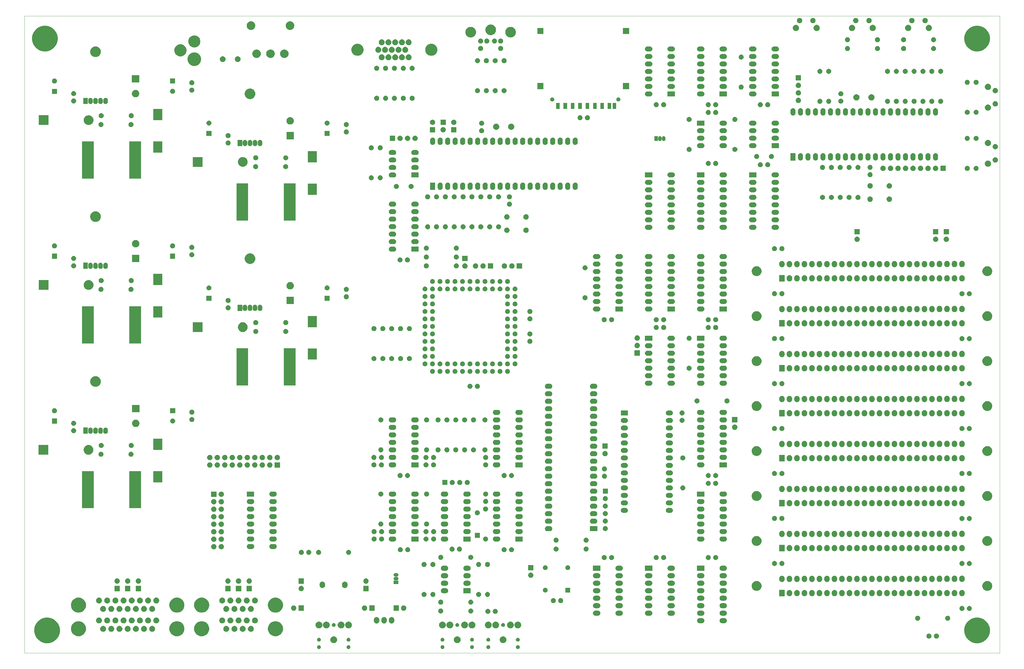
<source format=gbr>
G04 #@! TF.GenerationSoftware,KiCad,Pcbnew,(5.1.2)-1*
G04 #@! TF.CreationDate,2019-08-06T08:10:54-07:00*
G04 #@! TF.ProjectId,retroii,72657472-6f69-4692-9e6b-696361645f70,rev?*
G04 #@! TF.SameCoordinates,Original*
G04 #@! TF.FileFunction,Soldermask,Top*
G04 #@! TF.FilePolarity,Negative*
%FSLAX46Y46*%
G04 Gerber Fmt 4.6, Leading zero omitted, Abs format (unit mm)*
G04 Created by KiCad (PCBNEW (5.1.2)-1) date 2019-08-06 08:10:54*
%MOMM*%
%LPD*%
G04 APERTURE LIST*
%ADD10C,0.050000*%
%ADD11C,0.100000*%
G04 APERTURE END LIST*
D10*
X91720000Y-108940000D02*
X421920000Y-108940000D01*
X421920000Y-324840000D02*
X91720000Y-324840000D01*
X91720000Y-324840000D02*
X91720000Y-108940000D01*
X421920000Y-324840000D02*
X421920000Y-108940000D01*
D11*
G36*
X258876042Y-322187339D02*
G01*
X258959890Y-322204017D01*
X259078364Y-322253091D01*
X259184988Y-322324335D01*
X259275665Y-322415012D01*
X259346909Y-322521636D01*
X259395983Y-322640110D01*
X259421000Y-322765882D01*
X259421000Y-322894118D01*
X259395983Y-323019890D01*
X259346909Y-323138364D01*
X259275665Y-323244988D01*
X259184988Y-323335665D01*
X259078364Y-323406909D01*
X258959890Y-323455983D01*
X258876042Y-323472661D01*
X258834119Y-323481000D01*
X258705881Y-323481000D01*
X258663958Y-323472661D01*
X258580110Y-323455983D01*
X258461636Y-323406909D01*
X258355012Y-323335665D01*
X258264335Y-323244988D01*
X258193091Y-323138364D01*
X258144017Y-323019890D01*
X258119000Y-322894118D01*
X258119000Y-322765882D01*
X258144017Y-322640110D01*
X258193091Y-322521636D01*
X258264335Y-322415012D01*
X258355012Y-322324335D01*
X258461636Y-322253091D01*
X258580110Y-322204017D01*
X258663958Y-322187339D01*
X258705881Y-322179000D01*
X258834119Y-322179000D01*
X258876042Y-322187339D01*
X258876042Y-322187339D01*
G37*
G36*
X233356042Y-322187339D02*
G01*
X233439890Y-322204017D01*
X233558364Y-322253091D01*
X233664988Y-322324335D01*
X233755665Y-322415012D01*
X233826909Y-322521636D01*
X233875983Y-322640110D01*
X233901000Y-322765882D01*
X233901000Y-322894118D01*
X233875983Y-323019890D01*
X233826909Y-323138364D01*
X233755665Y-323244988D01*
X233664988Y-323335665D01*
X233558364Y-323406909D01*
X233439890Y-323455983D01*
X233356042Y-323472661D01*
X233314119Y-323481000D01*
X233185881Y-323481000D01*
X233143958Y-323472661D01*
X233060110Y-323455983D01*
X232941636Y-323406909D01*
X232835012Y-323335665D01*
X232744335Y-323244988D01*
X232673091Y-323138364D01*
X232624017Y-323019890D01*
X232599000Y-322894118D01*
X232599000Y-322765882D01*
X232624017Y-322640110D01*
X232673091Y-322521636D01*
X232744335Y-322415012D01*
X232835012Y-322324335D01*
X232941636Y-322253091D01*
X233060110Y-322204017D01*
X233143958Y-322187339D01*
X233185881Y-322179000D01*
X233314119Y-322179000D01*
X233356042Y-322187339D01*
X233356042Y-322187339D01*
G37*
G36*
X243356042Y-322187339D02*
G01*
X243439890Y-322204017D01*
X243558364Y-322253091D01*
X243664988Y-322324335D01*
X243755665Y-322415012D01*
X243826909Y-322521636D01*
X243875983Y-322640110D01*
X243901000Y-322765882D01*
X243901000Y-322894118D01*
X243875983Y-323019890D01*
X243826909Y-323138364D01*
X243755665Y-323244988D01*
X243664988Y-323335665D01*
X243558364Y-323406909D01*
X243439890Y-323455983D01*
X243356042Y-323472661D01*
X243314119Y-323481000D01*
X243185881Y-323481000D01*
X243143958Y-323472661D01*
X243060110Y-323455983D01*
X242941636Y-323406909D01*
X242835012Y-323335665D01*
X242744335Y-323244988D01*
X242673091Y-323138364D01*
X242624017Y-323019890D01*
X242599000Y-322894118D01*
X242599000Y-322765882D01*
X242624017Y-322640110D01*
X242673091Y-322521636D01*
X242744335Y-322415012D01*
X242835012Y-322324335D01*
X242941636Y-322253091D01*
X243060110Y-322204017D01*
X243143958Y-322187339D01*
X243185881Y-322179000D01*
X243314119Y-322179000D01*
X243356042Y-322187339D01*
X243356042Y-322187339D01*
G37*
G36*
X191536042Y-322187339D02*
G01*
X191619890Y-322204017D01*
X191738364Y-322253091D01*
X191844988Y-322324335D01*
X191935665Y-322415012D01*
X192006909Y-322521636D01*
X192055983Y-322640110D01*
X192081000Y-322765882D01*
X192081000Y-322894118D01*
X192055983Y-323019890D01*
X192006909Y-323138364D01*
X191935665Y-323244988D01*
X191844988Y-323335665D01*
X191738364Y-323406909D01*
X191619890Y-323455983D01*
X191536042Y-323472661D01*
X191494119Y-323481000D01*
X191365881Y-323481000D01*
X191323958Y-323472661D01*
X191240110Y-323455983D01*
X191121636Y-323406909D01*
X191015012Y-323335665D01*
X190924335Y-323244988D01*
X190853091Y-323138364D01*
X190804017Y-323019890D01*
X190779000Y-322894118D01*
X190779000Y-322765882D01*
X190804017Y-322640110D01*
X190853091Y-322521636D01*
X190924335Y-322415012D01*
X191015012Y-322324335D01*
X191121636Y-322253091D01*
X191240110Y-322204017D01*
X191323958Y-322187339D01*
X191365881Y-322179000D01*
X191494119Y-322179000D01*
X191536042Y-322187339D01*
X191536042Y-322187339D01*
G37*
G36*
X201536042Y-322187339D02*
G01*
X201619890Y-322204017D01*
X201738364Y-322253091D01*
X201844988Y-322324335D01*
X201935665Y-322415012D01*
X202006909Y-322521636D01*
X202055983Y-322640110D01*
X202081000Y-322765882D01*
X202081000Y-322894118D01*
X202055983Y-323019890D01*
X202006909Y-323138364D01*
X201935665Y-323244988D01*
X201844988Y-323335665D01*
X201738364Y-323406909D01*
X201619890Y-323455983D01*
X201536042Y-323472661D01*
X201494119Y-323481000D01*
X201365881Y-323481000D01*
X201323958Y-323472661D01*
X201240110Y-323455983D01*
X201121636Y-323406909D01*
X201015012Y-323335665D01*
X200924335Y-323244988D01*
X200853091Y-323138364D01*
X200804017Y-323019890D01*
X200779000Y-322894118D01*
X200779000Y-322765882D01*
X200804017Y-322640110D01*
X200853091Y-322521636D01*
X200924335Y-322415012D01*
X201015012Y-322324335D01*
X201121636Y-322253091D01*
X201240110Y-322204017D01*
X201323958Y-322187339D01*
X201365881Y-322179000D01*
X201494119Y-322179000D01*
X201536042Y-322187339D01*
X201536042Y-322187339D01*
G37*
G36*
X248876042Y-322187339D02*
G01*
X248959890Y-322204017D01*
X249078364Y-322253091D01*
X249184988Y-322324335D01*
X249275665Y-322415012D01*
X249346909Y-322521636D01*
X249395983Y-322640110D01*
X249421000Y-322765882D01*
X249421000Y-322894118D01*
X249395983Y-323019890D01*
X249346909Y-323138364D01*
X249275665Y-323244988D01*
X249184988Y-323335665D01*
X249078364Y-323406909D01*
X248959890Y-323455983D01*
X248876042Y-323472661D01*
X248834119Y-323481000D01*
X248705881Y-323481000D01*
X248663958Y-323472661D01*
X248580110Y-323455983D01*
X248461636Y-323406909D01*
X248355012Y-323335665D01*
X248264335Y-323244988D01*
X248193091Y-323138364D01*
X248144017Y-323019890D01*
X248119000Y-322894118D01*
X248119000Y-322765882D01*
X248144017Y-322640110D01*
X248193091Y-322521636D01*
X248264335Y-322415012D01*
X248355012Y-322324335D01*
X248461636Y-322253091D01*
X248580110Y-322204017D01*
X248663958Y-322187339D01*
X248705881Y-322179000D01*
X248834119Y-322179000D01*
X248876042Y-322187339D01*
X248876042Y-322187339D01*
G37*
G36*
X100649138Y-312996205D02*
G01*
X100649141Y-312996206D01*
X100649140Y-312996206D01*
X101440972Y-313324193D01*
X102153601Y-313800357D01*
X102759643Y-314406399D01*
X103235807Y-315119028D01*
X103451186Y-315639000D01*
X103563795Y-315910862D01*
X103731000Y-316751462D01*
X103731000Y-317608538D01*
X103563795Y-318449138D01*
X103563794Y-318449140D01*
X103235807Y-319240972D01*
X102759643Y-319953601D01*
X102153601Y-320559643D01*
X101440972Y-321035807D01*
X100986534Y-321224041D01*
X100649138Y-321363795D01*
X99808538Y-321531000D01*
X98951462Y-321531000D01*
X98110862Y-321363795D01*
X97773466Y-321224041D01*
X97319028Y-321035807D01*
X96606399Y-320559643D01*
X96000357Y-319953601D01*
X95524193Y-319240972D01*
X95196206Y-318449140D01*
X95196205Y-318449138D01*
X95029000Y-317608538D01*
X95029000Y-316751462D01*
X95196205Y-315910862D01*
X95308814Y-315639000D01*
X95524193Y-315119028D01*
X96000357Y-314406399D01*
X96606399Y-313800357D01*
X97319028Y-313324193D01*
X98110860Y-312996206D01*
X98110859Y-312996206D01*
X98110862Y-312996205D01*
X98951462Y-312829000D01*
X99808538Y-312829000D01*
X100649138Y-312996205D01*
X100649138Y-312996205D01*
G37*
G36*
X415529138Y-312996205D02*
G01*
X415529141Y-312996206D01*
X415529140Y-312996206D01*
X416320972Y-313324193D01*
X417033601Y-313800357D01*
X417639643Y-314406399D01*
X418115807Y-315119028D01*
X418331186Y-315639000D01*
X418443795Y-315910862D01*
X418611000Y-316751462D01*
X418611000Y-317608538D01*
X418443795Y-318449138D01*
X418443794Y-318449140D01*
X418115807Y-319240972D01*
X417639643Y-319953601D01*
X417033601Y-320559643D01*
X416320972Y-321035807D01*
X415866534Y-321224041D01*
X415529138Y-321363795D01*
X414688538Y-321531000D01*
X413831462Y-321531000D01*
X412990862Y-321363795D01*
X412653466Y-321224041D01*
X412199028Y-321035807D01*
X411486399Y-320559643D01*
X410880357Y-319953601D01*
X410404193Y-319240972D01*
X410076206Y-318449140D01*
X410076205Y-318449138D01*
X409909000Y-317608538D01*
X409909000Y-316751462D01*
X410076205Y-315910862D01*
X410188814Y-315639000D01*
X410404193Y-315119028D01*
X410880357Y-314406399D01*
X411486399Y-313800357D01*
X412199028Y-313324193D01*
X412990860Y-312996206D01*
X412990859Y-312996206D01*
X412990862Y-312996205D01*
X413831462Y-312829000D01*
X414688538Y-312829000D01*
X415529138Y-312996205D01*
X415529138Y-312996205D01*
G37*
G36*
X238412713Y-319188816D02*
G01*
X238585734Y-319223232D01*
X238795203Y-319309997D01*
X238983720Y-319435960D01*
X239144040Y-319596280D01*
X239270003Y-319784797D01*
X239356768Y-319994266D01*
X239401000Y-320216636D01*
X239401000Y-320443364D01*
X239356768Y-320665734D01*
X239270003Y-320875203D01*
X239144040Y-321063720D01*
X238983720Y-321224040D01*
X238795203Y-321350003D01*
X238585734Y-321436768D01*
X238437487Y-321466256D01*
X238363365Y-321481000D01*
X238136635Y-321481000D01*
X238062513Y-321466256D01*
X237914266Y-321436768D01*
X237704797Y-321350003D01*
X237516280Y-321224040D01*
X237355960Y-321063720D01*
X237229997Y-320875203D01*
X237143232Y-320665734D01*
X237099000Y-320443364D01*
X237099000Y-320216636D01*
X237143232Y-319994266D01*
X237229997Y-319784797D01*
X237355960Y-319596280D01*
X237516280Y-319435960D01*
X237704797Y-319309997D01*
X237914266Y-319223232D01*
X238087287Y-319188816D01*
X238136635Y-319179000D01*
X238363365Y-319179000D01*
X238412713Y-319188816D01*
X238412713Y-319188816D01*
G37*
G36*
X253932713Y-319188816D02*
G01*
X254105734Y-319223232D01*
X254315203Y-319309997D01*
X254503720Y-319435960D01*
X254664040Y-319596280D01*
X254790003Y-319784797D01*
X254876768Y-319994266D01*
X254921000Y-320216636D01*
X254921000Y-320443364D01*
X254876768Y-320665734D01*
X254790003Y-320875203D01*
X254664040Y-321063720D01*
X254503720Y-321224040D01*
X254315203Y-321350003D01*
X254105734Y-321436768D01*
X253957487Y-321466256D01*
X253883365Y-321481000D01*
X253656635Y-321481000D01*
X253582513Y-321466256D01*
X253434266Y-321436768D01*
X253224797Y-321350003D01*
X253036280Y-321224040D01*
X252875960Y-321063720D01*
X252749997Y-320875203D01*
X252663232Y-320665734D01*
X252619000Y-320443364D01*
X252619000Y-320216636D01*
X252663232Y-319994266D01*
X252749997Y-319784797D01*
X252875960Y-319596280D01*
X253036280Y-319435960D01*
X253224797Y-319309997D01*
X253434266Y-319223232D01*
X253607287Y-319188816D01*
X253656635Y-319179000D01*
X253883365Y-319179000D01*
X253932713Y-319188816D01*
X253932713Y-319188816D01*
G37*
G36*
X196592713Y-319188816D02*
G01*
X196765734Y-319223232D01*
X196975203Y-319309997D01*
X197163720Y-319435960D01*
X197324040Y-319596280D01*
X197450003Y-319784797D01*
X197536768Y-319994266D01*
X197581000Y-320216636D01*
X197581000Y-320443364D01*
X197536768Y-320665734D01*
X197450003Y-320875203D01*
X197324040Y-321063720D01*
X197163720Y-321224040D01*
X196975203Y-321350003D01*
X196765734Y-321436768D01*
X196617487Y-321466256D01*
X196543365Y-321481000D01*
X196316635Y-321481000D01*
X196242513Y-321466256D01*
X196094266Y-321436768D01*
X195884797Y-321350003D01*
X195696280Y-321224040D01*
X195535960Y-321063720D01*
X195409997Y-320875203D01*
X195323232Y-320665734D01*
X195279000Y-320443364D01*
X195279000Y-320216636D01*
X195323232Y-319994266D01*
X195409997Y-319784797D01*
X195535960Y-319596280D01*
X195696280Y-319435960D01*
X195884797Y-319309997D01*
X196094266Y-319223232D01*
X196267287Y-319188816D01*
X196316635Y-319179000D01*
X196543365Y-319179000D01*
X196592713Y-319188816D01*
X196592713Y-319188816D01*
G37*
G36*
X201536042Y-319687339D02*
G01*
X201619890Y-319704017D01*
X201738364Y-319753091D01*
X201785815Y-319784797D01*
X201844987Y-319824334D01*
X201935666Y-319915013D01*
X201941201Y-319923297D01*
X202006909Y-320021636D01*
X202055983Y-320140110D01*
X202081000Y-320265882D01*
X202081000Y-320394118D01*
X202055983Y-320519890D01*
X202006909Y-320638364D01*
X201935665Y-320744988D01*
X201844988Y-320835665D01*
X201738364Y-320906909D01*
X201619890Y-320955983D01*
X201536042Y-320972661D01*
X201494119Y-320981000D01*
X201365881Y-320981000D01*
X201323958Y-320972661D01*
X201240110Y-320955983D01*
X201121636Y-320906909D01*
X201015012Y-320835665D01*
X200924335Y-320744988D01*
X200853091Y-320638364D01*
X200804017Y-320519890D01*
X200779000Y-320394118D01*
X200779000Y-320265882D01*
X200804017Y-320140110D01*
X200853091Y-320021636D01*
X200918799Y-319923297D01*
X200924334Y-319915013D01*
X201015013Y-319824334D01*
X201074185Y-319784797D01*
X201121636Y-319753091D01*
X201240110Y-319704017D01*
X201323958Y-319687339D01*
X201365881Y-319679000D01*
X201494119Y-319679000D01*
X201536042Y-319687339D01*
X201536042Y-319687339D01*
G37*
G36*
X233356042Y-319687339D02*
G01*
X233439890Y-319704017D01*
X233558364Y-319753091D01*
X233605815Y-319784797D01*
X233664987Y-319824334D01*
X233755666Y-319915013D01*
X233761201Y-319923297D01*
X233826909Y-320021636D01*
X233875983Y-320140110D01*
X233901000Y-320265882D01*
X233901000Y-320394118D01*
X233875983Y-320519890D01*
X233826909Y-320638364D01*
X233755665Y-320744988D01*
X233664988Y-320835665D01*
X233558364Y-320906909D01*
X233439890Y-320955983D01*
X233356042Y-320972661D01*
X233314119Y-320981000D01*
X233185881Y-320981000D01*
X233143958Y-320972661D01*
X233060110Y-320955983D01*
X232941636Y-320906909D01*
X232835012Y-320835665D01*
X232744335Y-320744988D01*
X232673091Y-320638364D01*
X232624017Y-320519890D01*
X232599000Y-320394118D01*
X232599000Y-320265882D01*
X232624017Y-320140110D01*
X232673091Y-320021636D01*
X232738799Y-319923297D01*
X232744334Y-319915013D01*
X232835013Y-319824334D01*
X232894185Y-319784797D01*
X232941636Y-319753091D01*
X233060110Y-319704017D01*
X233143958Y-319687339D01*
X233185881Y-319679000D01*
X233314119Y-319679000D01*
X233356042Y-319687339D01*
X233356042Y-319687339D01*
G37*
G36*
X243356042Y-319687339D02*
G01*
X243439890Y-319704017D01*
X243558364Y-319753091D01*
X243605815Y-319784797D01*
X243664987Y-319824334D01*
X243755666Y-319915013D01*
X243761201Y-319923297D01*
X243826909Y-320021636D01*
X243875983Y-320140110D01*
X243901000Y-320265882D01*
X243901000Y-320394118D01*
X243875983Y-320519890D01*
X243826909Y-320638364D01*
X243755665Y-320744988D01*
X243664988Y-320835665D01*
X243558364Y-320906909D01*
X243439890Y-320955983D01*
X243356042Y-320972661D01*
X243314119Y-320981000D01*
X243185881Y-320981000D01*
X243143958Y-320972661D01*
X243060110Y-320955983D01*
X242941636Y-320906909D01*
X242835012Y-320835665D01*
X242744335Y-320744988D01*
X242673091Y-320638364D01*
X242624017Y-320519890D01*
X242599000Y-320394118D01*
X242599000Y-320265882D01*
X242624017Y-320140110D01*
X242673091Y-320021636D01*
X242738799Y-319923297D01*
X242744334Y-319915013D01*
X242835013Y-319824334D01*
X242894185Y-319784797D01*
X242941636Y-319753091D01*
X243060110Y-319704017D01*
X243143958Y-319687339D01*
X243185881Y-319679000D01*
X243314119Y-319679000D01*
X243356042Y-319687339D01*
X243356042Y-319687339D01*
G37*
G36*
X191536042Y-319687339D02*
G01*
X191619890Y-319704017D01*
X191738364Y-319753091D01*
X191785815Y-319784797D01*
X191844987Y-319824334D01*
X191935666Y-319915013D01*
X191941201Y-319923297D01*
X192006909Y-320021636D01*
X192055983Y-320140110D01*
X192081000Y-320265882D01*
X192081000Y-320394118D01*
X192055983Y-320519890D01*
X192006909Y-320638364D01*
X191935665Y-320744988D01*
X191844988Y-320835665D01*
X191738364Y-320906909D01*
X191619890Y-320955983D01*
X191536042Y-320972661D01*
X191494119Y-320981000D01*
X191365881Y-320981000D01*
X191323958Y-320972661D01*
X191240110Y-320955983D01*
X191121636Y-320906909D01*
X191015012Y-320835665D01*
X190924335Y-320744988D01*
X190853091Y-320638364D01*
X190804017Y-320519890D01*
X190779000Y-320394118D01*
X190779000Y-320265882D01*
X190804017Y-320140110D01*
X190853091Y-320021636D01*
X190918799Y-319923297D01*
X190924334Y-319915013D01*
X191015013Y-319824334D01*
X191074185Y-319784797D01*
X191121636Y-319753091D01*
X191240110Y-319704017D01*
X191323958Y-319687339D01*
X191365881Y-319679000D01*
X191494119Y-319679000D01*
X191536042Y-319687339D01*
X191536042Y-319687339D01*
G37*
G36*
X258876042Y-319687339D02*
G01*
X258959890Y-319704017D01*
X259078364Y-319753091D01*
X259125815Y-319784797D01*
X259184987Y-319824334D01*
X259275666Y-319915013D01*
X259281201Y-319923297D01*
X259346909Y-320021636D01*
X259395983Y-320140110D01*
X259421000Y-320265882D01*
X259421000Y-320394118D01*
X259395983Y-320519890D01*
X259346909Y-320638364D01*
X259275665Y-320744988D01*
X259184988Y-320835665D01*
X259078364Y-320906909D01*
X258959890Y-320955983D01*
X258876042Y-320972661D01*
X258834119Y-320981000D01*
X258705881Y-320981000D01*
X258663958Y-320972661D01*
X258580110Y-320955983D01*
X258461636Y-320906909D01*
X258355012Y-320835665D01*
X258264335Y-320744988D01*
X258193091Y-320638364D01*
X258144017Y-320519890D01*
X258119000Y-320394118D01*
X258119000Y-320265882D01*
X258144017Y-320140110D01*
X258193091Y-320021636D01*
X258258799Y-319923297D01*
X258264334Y-319915013D01*
X258355013Y-319824334D01*
X258414185Y-319784797D01*
X258461636Y-319753091D01*
X258580110Y-319704017D01*
X258663958Y-319687339D01*
X258705881Y-319679000D01*
X258834119Y-319679000D01*
X258876042Y-319687339D01*
X258876042Y-319687339D01*
G37*
G36*
X248876042Y-319687339D02*
G01*
X248959890Y-319704017D01*
X249078364Y-319753091D01*
X249125815Y-319784797D01*
X249184987Y-319824334D01*
X249275666Y-319915013D01*
X249281201Y-319923297D01*
X249346909Y-320021636D01*
X249395983Y-320140110D01*
X249421000Y-320265882D01*
X249421000Y-320394118D01*
X249395983Y-320519890D01*
X249346909Y-320638364D01*
X249275665Y-320744988D01*
X249184988Y-320835665D01*
X249078364Y-320906909D01*
X248959890Y-320955983D01*
X248876042Y-320972661D01*
X248834119Y-320981000D01*
X248705881Y-320981000D01*
X248663958Y-320972661D01*
X248580110Y-320955983D01*
X248461636Y-320906909D01*
X248355012Y-320835665D01*
X248264335Y-320744988D01*
X248193091Y-320638364D01*
X248144017Y-320519890D01*
X248119000Y-320394118D01*
X248119000Y-320265882D01*
X248144017Y-320140110D01*
X248193091Y-320021636D01*
X248258799Y-319923297D01*
X248264334Y-319915013D01*
X248355013Y-319824334D01*
X248414185Y-319784797D01*
X248461636Y-319753091D01*
X248580110Y-319704017D01*
X248663958Y-319687339D01*
X248705881Y-319679000D01*
X248834119Y-319679000D01*
X248876042Y-319687339D01*
X248876042Y-319687339D01*
G37*
G36*
X398210846Y-318286702D02*
G01*
X398210849Y-318286703D01*
X398210848Y-318286703D01*
X398365720Y-318350853D01*
X398505101Y-318443985D01*
X398623635Y-318562519D01*
X398716767Y-318701900D01*
X398769911Y-318830202D01*
X398780918Y-318856774D01*
X398813620Y-319021182D01*
X398813620Y-319188818D01*
X398780918Y-319353226D01*
X398780917Y-319353228D01*
X398716767Y-319508100D01*
X398657845Y-319596282D01*
X398623636Y-319647480D01*
X398505100Y-319766016D01*
X398477376Y-319784541D01*
X398365720Y-319859147D01*
X398257435Y-319904000D01*
X398210846Y-319923298D01*
X398046438Y-319956000D01*
X397878802Y-319956000D01*
X397714394Y-319923298D01*
X397667805Y-319904000D01*
X397559520Y-319859147D01*
X397447864Y-319784541D01*
X397420140Y-319766016D01*
X397301604Y-319647480D01*
X397267395Y-319596282D01*
X397208473Y-319508100D01*
X397144323Y-319353228D01*
X397144322Y-319353226D01*
X397111620Y-319188818D01*
X397111620Y-319021182D01*
X397144322Y-318856774D01*
X397155329Y-318830202D01*
X397208473Y-318701900D01*
X397301605Y-318562519D01*
X397420139Y-318443985D01*
X397559520Y-318350853D01*
X397714392Y-318286703D01*
X397714391Y-318286703D01*
X397714394Y-318286702D01*
X397878802Y-318254000D01*
X398046438Y-318254000D01*
X398210846Y-318286702D01*
X398210846Y-318286702D01*
G37*
G36*
X400750846Y-318286702D02*
G01*
X400750849Y-318286703D01*
X400750848Y-318286703D01*
X400905720Y-318350853D01*
X401045101Y-318443985D01*
X401163635Y-318562519D01*
X401256767Y-318701900D01*
X401309911Y-318830202D01*
X401320918Y-318856774D01*
X401353620Y-319021182D01*
X401353620Y-319188818D01*
X401320918Y-319353226D01*
X401320917Y-319353228D01*
X401256767Y-319508100D01*
X401197845Y-319596282D01*
X401163636Y-319647480D01*
X401045100Y-319766016D01*
X401017376Y-319784541D01*
X400905720Y-319859147D01*
X400797435Y-319904000D01*
X400750846Y-319923298D01*
X400586438Y-319956000D01*
X400418802Y-319956000D01*
X400254394Y-319923298D01*
X400207805Y-319904000D01*
X400099520Y-319859147D01*
X399987864Y-319784541D01*
X399960140Y-319766016D01*
X399841604Y-319647480D01*
X399807395Y-319596282D01*
X399748473Y-319508100D01*
X399684323Y-319353228D01*
X399684322Y-319353226D01*
X399651620Y-319188818D01*
X399651620Y-319021182D01*
X399684322Y-318856774D01*
X399695329Y-318830202D01*
X399748473Y-318701900D01*
X399841605Y-318562519D01*
X399960139Y-318443985D01*
X400099520Y-318350853D01*
X400254392Y-318286703D01*
X400254391Y-318286703D01*
X400254394Y-318286702D01*
X400418802Y-318254000D01*
X400586438Y-318254000D01*
X400750846Y-318286702D01*
X400750846Y-318286702D01*
G37*
G36*
X152459097Y-314157033D02*
G01*
X152459100Y-314157034D01*
X152459099Y-314157034D01*
X152923352Y-314349333D01*
X153341168Y-314628509D01*
X153696491Y-314983832D01*
X153975667Y-315401648D01*
X154085054Y-315665734D01*
X154167967Y-315865903D01*
X154266000Y-316358747D01*
X154266000Y-316861253D01*
X154167967Y-317354097D01*
X154167966Y-317354099D01*
X153975667Y-317818352D01*
X153696491Y-318236168D01*
X153341168Y-318591491D01*
X152923352Y-318870667D01*
X152559975Y-319021182D01*
X152459097Y-319062967D01*
X151966253Y-319161000D01*
X151463747Y-319161000D01*
X150970903Y-319062967D01*
X150870025Y-319021182D01*
X150506648Y-318870667D01*
X150088832Y-318591491D01*
X149733509Y-318236168D01*
X149454333Y-317818352D01*
X149262034Y-317354099D01*
X149262033Y-317354097D01*
X149164000Y-316861253D01*
X149164000Y-316358747D01*
X149262033Y-315865903D01*
X149344946Y-315665734D01*
X149454333Y-315401648D01*
X149733509Y-314983832D01*
X150088832Y-314628509D01*
X150506648Y-314349333D01*
X150970901Y-314157034D01*
X150970900Y-314157034D01*
X150970903Y-314157033D01*
X151463747Y-314059000D01*
X151966253Y-314059000D01*
X152459097Y-314157033D01*
X152459097Y-314157033D01*
G37*
G36*
X144069097Y-314157033D02*
G01*
X144069100Y-314157034D01*
X144069099Y-314157034D01*
X144533352Y-314349333D01*
X144951168Y-314628509D01*
X145306491Y-314983832D01*
X145585667Y-315401648D01*
X145695054Y-315665734D01*
X145777967Y-315865903D01*
X145876000Y-316358747D01*
X145876000Y-316861253D01*
X145777967Y-317354097D01*
X145777966Y-317354099D01*
X145585667Y-317818352D01*
X145306491Y-318236168D01*
X144951168Y-318591491D01*
X144533352Y-318870667D01*
X144169975Y-319021182D01*
X144069097Y-319062967D01*
X143576253Y-319161000D01*
X143073747Y-319161000D01*
X142580903Y-319062967D01*
X142480025Y-319021182D01*
X142116648Y-318870667D01*
X141698832Y-318591491D01*
X141343509Y-318236168D01*
X141064333Y-317818352D01*
X140872034Y-317354099D01*
X140872033Y-317354097D01*
X140774000Y-316861253D01*
X140774000Y-316358747D01*
X140872033Y-315865903D01*
X140954946Y-315665734D01*
X141064333Y-315401648D01*
X141343509Y-314983832D01*
X141698832Y-314628509D01*
X142116648Y-314349333D01*
X142580901Y-314157034D01*
X142580900Y-314157034D01*
X142580903Y-314157033D01*
X143073747Y-314059000D01*
X143576253Y-314059000D01*
X144069097Y-314157033D01*
X144069097Y-314157033D01*
G37*
G36*
X177449097Y-314157033D02*
G01*
X177449100Y-314157034D01*
X177449099Y-314157034D01*
X177913352Y-314349333D01*
X178331168Y-314628509D01*
X178686491Y-314983832D01*
X178965667Y-315401648D01*
X179075054Y-315665734D01*
X179157967Y-315865903D01*
X179256000Y-316358747D01*
X179256000Y-316861253D01*
X179157967Y-317354097D01*
X179157966Y-317354099D01*
X178965667Y-317818352D01*
X178686491Y-318236168D01*
X178331168Y-318591491D01*
X177913352Y-318870667D01*
X177549975Y-319021182D01*
X177449097Y-319062967D01*
X176956253Y-319161000D01*
X176453747Y-319161000D01*
X175960903Y-319062967D01*
X175860025Y-319021182D01*
X175496648Y-318870667D01*
X175078832Y-318591491D01*
X174723509Y-318236168D01*
X174444333Y-317818352D01*
X174252034Y-317354099D01*
X174252033Y-317354097D01*
X174154000Y-316861253D01*
X174154000Y-316358747D01*
X174252033Y-315865903D01*
X174334946Y-315665734D01*
X174444333Y-315401648D01*
X174723509Y-314983832D01*
X175078832Y-314628509D01*
X175496648Y-314349333D01*
X175960901Y-314157034D01*
X175960900Y-314157034D01*
X175960903Y-314157033D01*
X176453747Y-314059000D01*
X176956253Y-314059000D01*
X177449097Y-314157033D01*
X177449097Y-314157033D01*
G37*
G36*
X110749097Y-314157033D02*
G01*
X110749100Y-314157034D01*
X110749099Y-314157034D01*
X111213352Y-314349333D01*
X111631168Y-314628509D01*
X111986491Y-314983832D01*
X112265667Y-315401648D01*
X112375054Y-315665734D01*
X112457967Y-315865903D01*
X112556000Y-316358747D01*
X112556000Y-316861253D01*
X112457967Y-317354097D01*
X112457966Y-317354099D01*
X112265667Y-317818352D01*
X111986491Y-318236168D01*
X111631168Y-318591491D01*
X111213352Y-318870667D01*
X110849975Y-319021182D01*
X110749097Y-319062967D01*
X110256253Y-319161000D01*
X109753747Y-319161000D01*
X109260903Y-319062967D01*
X109160025Y-319021182D01*
X108796648Y-318870667D01*
X108378832Y-318591491D01*
X108023509Y-318236168D01*
X107744333Y-317818352D01*
X107552034Y-317354099D01*
X107552033Y-317354097D01*
X107454000Y-316861253D01*
X107454000Y-316358747D01*
X107552033Y-315865903D01*
X107634946Y-315665734D01*
X107744333Y-315401648D01*
X108023509Y-314983832D01*
X108378832Y-314628509D01*
X108796648Y-314349333D01*
X109260901Y-314157034D01*
X109260900Y-314157034D01*
X109260903Y-314157033D01*
X109753747Y-314059000D01*
X110256253Y-314059000D01*
X110749097Y-314157033D01*
X110749097Y-314157033D01*
G37*
G36*
X132358054Y-315651823D02*
G01*
X132486981Y-315677468D01*
X132593693Y-315721670D01*
X132669150Y-315752925D01*
X132833099Y-315862472D01*
X132972528Y-316001901D01*
X133082075Y-316165850D01*
X133106178Y-316224040D01*
X133157532Y-316348019D01*
X133196000Y-316541410D01*
X133196000Y-316738590D01*
X133157532Y-316931981D01*
X133115330Y-317033864D01*
X133082075Y-317114150D01*
X132972528Y-317278099D01*
X132833099Y-317417528D01*
X132669150Y-317527075D01*
X132593693Y-317558330D01*
X132486981Y-317602532D01*
X132379155Y-317623980D01*
X132293591Y-317641000D01*
X132096409Y-317641000D01*
X132010845Y-317623980D01*
X131903019Y-317602532D01*
X131796307Y-317558330D01*
X131720850Y-317527075D01*
X131556901Y-317417528D01*
X131417472Y-317278099D01*
X131307925Y-317114150D01*
X131274670Y-317033864D01*
X131232468Y-316931981D01*
X131194000Y-316738590D01*
X131194000Y-316541410D01*
X131232468Y-316348019D01*
X131283822Y-316224040D01*
X131307925Y-316165850D01*
X131417472Y-316001901D01*
X131556901Y-315862472D01*
X131720850Y-315752925D01*
X131796307Y-315721670D01*
X131903019Y-315677468D01*
X132031946Y-315651823D01*
X132096409Y-315639000D01*
X132293591Y-315639000D01*
X132358054Y-315651823D01*
X132358054Y-315651823D01*
G37*
G36*
X121278054Y-315651823D02*
G01*
X121406981Y-315677468D01*
X121513693Y-315721670D01*
X121589150Y-315752925D01*
X121753099Y-315862472D01*
X121892528Y-316001901D01*
X122002075Y-316165850D01*
X122026178Y-316224040D01*
X122077532Y-316348019D01*
X122116000Y-316541410D01*
X122116000Y-316738590D01*
X122077532Y-316931981D01*
X122035330Y-317033864D01*
X122002075Y-317114150D01*
X121892528Y-317278099D01*
X121753099Y-317417528D01*
X121589150Y-317527075D01*
X121513693Y-317558330D01*
X121406981Y-317602532D01*
X121299155Y-317623980D01*
X121213591Y-317641000D01*
X121016409Y-317641000D01*
X120930845Y-317623980D01*
X120823019Y-317602532D01*
X120716307Y-317558330D01*
X120640850Y-317527075D01*
X120476901Y-317417528D01*
X120337472Y-317278099D01*
X120227925Y-317114150D01*
X120194670Y-317033864D01*
X120152468Y-316931981D01*
X120114000Y-316738590D01*
X120114000Y-316541410D01*
X120152468Y-316348019D01*
X120203822Y-316224040D01*
X120227925Y-316165850D01*
X120337472Y-316001901D01*
X120476901Y-315862472D01*
X120640850Y-315752925D01*
X120716307Y-315721670D01*
X120823019Y-315677468D01*
X120951946Y-315651823D01*
X121016409Y-315639000D01*
X121213591Y-315639000D01*
X121278054Y-315651823D01*
X121278054Y-315651823D01*
G37*
G36*
X124048054Y-315651823D02*
G01*
X124176981Y-315677468D01*
X124283693Y-315721670D01*
X124359150Y-315752925D01*
X124523099Y-315862472D01*
X124662528Y-316001901D01*
X124772075Y-316165850D01*
X124796178Y-316224040D01*
X124847532Y-316348019D01*
X124886000Y-316541410D01*
X124886000Y-316738590D01*
X124847532Y-316931981D01*
X124805330Y-317033864D01*
X124772075Y-317114150D01*
X124662528Y-317278099D01*
X124523099Y-317417528D01*
X124359150Y-317527075D01*
X124283693Y-317558330D01*
X124176981Y-317602532D01*
X124069155Y-317623980D01*
X123983591Y-317641000D01*
X123786409Y-317641000D01*
X123700845Y-317623980D01*
X123593019Y-317602532D01*
X123486307Y-317558330D01*
X123410850Y-317527075D01*
X123246901Y-317417528D01*
X123107472Y-317278099D01*
X122997925Y-317114150D01*
X122964670Y-317033864D01*
X122922468Y-316931981D01*
X122884000Y-316738590D01*
X122884000Y-316541410D01*
X122922468Y-316348019D01*
X122973822Y-316224040D01*
X122997925Y-316165850D01*
X123107472Y-316001901D01*
X123246901Y-315862472D01*
X123410850Y-315752925D01*
X123486307Y-315721670D01*
X123593019Y-315677468D01*
X123721946Y-315651823D01*
X123786409Y-315639000D01*
X123983591Y-315639000D01*
X124048054Y-315651823D01*
X124048054Y-315651823D01*
G37*
G36*
X126818054Y-315651823D02*
G01*
X126946981Y-315677468D01*
X127053693Y-315721670D01*
X127129150Y-315752925D01*
X127293099Y-315862472D01*
X127432528Y-316001901D01*
X127542075Y-316165850D01*
X127566178Y-316224040D01*
X127617532Y-316348019D01*
X127656000Y-316541410D01*
X127656000Y-316738590D01*
X127617532Y-316931981D01*
X127575330Y-317033864D01*
X127542075Y-317114150D01*
X127432528Y-317278099D01*
X127293099Y-317417528D01*
X127129150Y-317527075D01*
X127053693Y-317558330D01*
X126946981Y-317602532D01*
X126839155Y-317623980D01*
X126753591Y-317641000D01*
X126556409Y-317641000D01*
X126470845Y-317623980D01*
X126363019Y-317602532D01*
X126256307Y-317558330D01*
X126180850Y-317527075D01*
X126016901Y-317417528D01*
X125877472Y-317278099D01*
X125767925Y-317114150D01*
X125734670Y-317033864D01*
X125692468Y-316931981D01*
X125654000Y-316738590D01*
X125654000Y-316541410D01*
X125692468Y-316348019D01*
X125743822Y-316224040D01*
X125767925Y-316165850D01*
X125877472Y-316001901D01*
X126016901Y-315862472D01*
X126180850Y-315752925D01*
X126256307Y-315721670D01*
X126363019Y-315677468D01*
X126491946Y-315651823D01*
X126556409Y-315639000D01*
X126753591Y-315639000D01*
X126818054Y-315651823D01*
X126818054Y-315651823D01*
G37*
G36*
X129588054Y-315651823D02*
G01*
X129716981Y-315677468D01*
X129823693Y-315721670D01*
X129899150Y-315752925D01*
X130063099Y-315862472D01*
X130202528Y-316001901D01*
X130312075Y-316165850D01*
X130336178Y-316224040D01*
X130387532Y-316348019D01*
X130426000Y-316541410D01*
X130426000Y-316738590D01*
X130387532Y-316931981D01*
X130345330Y-317033864D01*
X130312075Y-317114150D01*
X130202528Y-317278099D01*
X130063099Y-317417528D01*
X129899150Y-317527075D01*
X129823693Y-317558330D01*
X129716981Y-317602532D01*
X129609155Y-317623980D01*
X129523591Y-317641000D01*
X129326409Y-317641000D01*
X129240845Y-317623980D01*
X129133019Y-317602532D01*
X129026307Y-317558330D01*
X128950850Y-317527075D01*
X128786901Y-317417528D01*
X128647472Y-317278099D01*
X128537925Y-317114150D01*
X128504670Y-317033864D01*
X128462468Y-316931981D01*
X128424000Y-316738590D01*
X128424000Y-316541410D01*
X128462468Y-316348019D01*
X128513822Y-316224040D01*
X128537925Y-316165850D01*
X128647472Y-316001901D01*
X128786901Y-315862472D01*
X128950850Y-315752925D01*
X129026307Y-315721670D01*
X129133019Y-315677468D01*
X129261946Y-315651823D01*
X129326409Y-315639000D01*
X129523591Y-315639000D01*
X129588054Y-315651823D01*
X129588054Y-315651823D01*
G37*
G36*
X135128054Y-315651823D02*
G01*
X135256981Y-315677468D01*
X135363693Y-315721670D01*
X135439150Y-315752925D01*
X135603099Y-315862472D01*
X135742528Y-316001901D01*
X135852075Y-316165850D01*
X135876178Y-316224040D01*
X135927532Y-316348019D01*
X135966000Y-316541410D01*
X135966000Y-316738590D01*
X135927532Y-316931981D01*
X135885330Y-317033864D01*
X135852075Y-317114150D01*
X135742528Y-317278099D01*
X135603099Y-317417528D01*
X135439150Y-317527075D01*
X135363693Y-317558330D01*
X135256981Y-317602532D01*
X135149155Y-317623980D01*
X135063591Y-317641000D01*
X134866409Y-317641000D01*
X134780845Y-317623980D01*
X134673019Y-317602532D01*
X134566307Y-317558330D01*
X134490850Y-317527075D01*
X134326901Y-317417528D01*
X134187472Y-317278099D01*
X134077925Y-317114150D01*
X134044670Y-317033864D01*
X134002468Y-316931981D01*
X133964000Y-316738590D01*
X133964000Y-316541410D01*
X134002468Y-316348019D01*
X134053822Y-316224040D01*
X134077925Y-316165850D01*
X134187472Y-316001901D01*
X134326901Y-315862472D01*
X134490850Y-315752925D01*
X134566307Y-315721670D01*
X134673019Y-315677468D01*
X134801946Y-315651823D01*
X134866409Y-315639000D01*
X135063591Y-315639000D01*
X135128054Y-315651823D01*
X135128054Y-315651823D01*
G37*
G36*
X168528054Y-315651823D02*
G01*
X168656981Y-315677468D01*
X168763693Y-315721670D01*
X168839150Y-315752925D01*
X169003099Y-315862472D01*
X169142528Y-316001901D01*
X169252075Y-316165850D01*
X169276178Y-316224040D01*
X169327532Y-316348019D01*
X169366000Y-316541410D01*
X169366000Y-316738590D01*
X169327532Y-316931981D01*
X169285330Y-317033864D01*
X169252075Y-317114150D01*
X169142528Y-317278099D01*
X169003099Y-317417528D01*
X168839150Y-317527075D01*
X168763693Y-317558330D01*
X168656981Y-317602532D01*
X168549155Y-317623980D01*
X168463591Y-317641000D01*
X168266409Y-317641000D01*
X168180845Y-317623980D01*
X168073019Y-317602532D01*
X167966307Y-317558330D01*
X167890850Y-317527075D01*
X167726901Y-317417528D01*
X167587472Y-317278099D01*
X167477925Y-317114150D01*
X167444670Y-317033864D01*
X167402468Y-316931981D01*
X167364000Y-316738590D01*
X167364000Y-316541410D01*
X167402468Y-316348019D01*
X167453822Y-316224040D01*
X167477925Y-316165850D01*
X167587472Y-316001901D01*
X167726901Y-315862472D01*
X167890850Y-315752925D01*
X167966307Y-315721670D01*
X168073019Y-315677468D01*
X168201946Y-315651823D01*
X168266409Y-315639000D01*
X168463591Y-315639000D01*
X168528054Y-315651823D01*
X168528054Y-315651823D01*
G37*
G36*
X160218054Y-315651823D02*
G01*
X160346981Y-315677468D01*
X160453693Y-315721670D01*
X160529150Y-315752925D01*
X160693099Y-315862472D01*
X160832528Y-316001901D01*
X160942075Y-316165850D01*
X160966178Y-316224040D01*
X161017532Y-316348019D01*
X161056000Y-316541410D01*
X161056000Y-316738590D01*
X161017532Y-316931981D01*
X160975330Y-317033864D01*
X160942075Y-317114150D01*
X160832528Y-317278099D01*
X160693099Y-317417528D01*
X160529150Y-317527075D01*
X160453693Y-317558330D01*
X160346981Y-317602532D01*
X160239155Y-317623980D01*
X160153591Y-317641000D01*
X159956409Y-317641000D01*
X159870845Y-317623980D01*
X159763019Y-317602532D01*
X159656307Y-317558330D01*
X159580850Y-317527075D01*
X159416901Y-317417528D01*
X159277472Y-317278099D01*
X159167925Y-317114150D01*
X159134670Y-317033864D01*
X159092468Y-316931981D01*
X159054000Y-316738590D01*
X159054000Y-316541410D01*
X159092468Y-316348019D01*
X159143822Y-316224040D01*
X159167925Y-316165850D01*
X159277472Y-316001901D01*
X159416901Y-315862472D01*
X159580850Y-315752925D01*
X159656307Y-315721670D01*
X159763019Y-315677468D01*
X159891946Y-315651823D01*
X159956409Y-315639000D01*
X160153591Y-315639000D01*
X160218054Y-315651823D01*
X160218054Y-315651823D01*
G37*
G36*
X162988054Y-315651823D02*
G01*
X163116981Y-315677468D01*
X163223693Y-315721670D01*
X163299150Y-315752925D01*
X163463099Y-315862472D01*
X163602528Y-316001901D01*
X163712075Y-316165850D01*
X163736178Y-316224040D01*
X163787532Y-316348019D01*
X163826000Y-316541410D01*
X163826000Y-316738590D01*
X163787532Y-316931981D01*
X163745330Y-317033864D01*
X163712075Y-317114150D01*
X163602528Y-317278099D01*
X163463099Y-317417528D01*
X163299150Y-317527075D01*
X163223693Y-317558330D01*
X163116981Y-317602532D01*
X163009155Y-317623980D01*
X162923591Y-317641000D01*
X162726409Y-317641000D01*
X162640845Y-317623980D01*
X162533019Y-317602532D01*
X162426307Y-317558330D01*
X162350850Y-317527075D01*
X162186901Y-317417528D01*
X162047472Y-317278099D01*
X161937925Y-317114150D01*
X161904670Y-317033864D01*
X161862468Y-316931981D01*
X161824000Y-316738590D01*
X161824000Y-316541410D01*
X161862468Y-316348019D01*
X161913822Y-316224040D01*
X161937925Y-316165850D01*
X162047472Y-316001901D01*
X162186901Y-315862472D01*
X162350850Y-315752925D01*
X162426307Y-315721670D01*
X162533019Y-315677468D01*
X162661946Y-315651823D01*
X162726409Y-315639000D01*
X162923591Y-315639000D01*
X162988054Y-315651823D01*
X162988054Y-315651823D01*
G37*
G36*
X118508054Y-315651823D02*
G01*
X118636981Y-315677468D01*
X118743693Y-315721670D01*
X118819150Y-315752925D01*
X118983099Y-315862472D01*
X119122528Y-316001901D01*
X119232075Y-316165850D01*
X119256178Y-316224040D01*
X119307532Y-316348019D01*
X119346000Y-316541410D01*
X119346000Y-316738590D01*
X119307532Y-316931981D01*
X119265330Y-317033864D01*
X119232075Y-317114150D01*
X119122528Y-317278099D01*
X118983099Y-317417528D01*
X118819150Y-317527075D01*
X118743693Y-317558330D01*
X118636981Y-317602532D01*
X118529155Y-317623980D01*
X118443591Y-317641000D01*
X118246409Y-317641000D01*
X118160845Y-317623980D01*
X118053019Y-317602532D01*
X117946307Y-317558330D01*
X117870850Y-317527075D01*
X117706901Y-317417528D01*
X117567472Y-317278099D01*
X117457925Y-317114150D01*
X117424670Y-317033864D01*
X117382468Y-316931981D01*
X117344000Y-316738590D01*
X117344000Y-316541410D01*
X117382468Y-316348019D01*
X117433822Y-316224040D01*
X117457925Y-316165850D01*
X117567472Y-316001901D01*
X117706901Y-315862472D01*
X117870850Y-315752925D01*
X117946307Y-315721670D01*
X118053019Y-315677468D01*
X118181946Y-315651823D01*
X118246409Y-315639000D01*
X118443591Y-315639000D01*
X118508054Y-315651823D01*
X118508054Y-315651823D01*
G37*
G36*
X165758054Y-315651823D02*
G01*
X165886981Y-315677468D01*
X165993693Y-315721670D01*
X166069150Y-315752925D01*
X166233099Y-315862472D01*
X166372528Y-316001901D01*
X166482075Y-316165850D01*
X166506178Y-316224040D01*
X166557532Y-316348019D01*
X166596000Y-316541410D01*
X166596000Y-316738590D01*
X166557532Y-316931981D01*
X166515330Y-317033864D01*
X166482075Y-317114150D01*
X166372528Y-317278099D01*
X166233099Y-317417528D01*
X166069150Y-317527075D01*
X165993693Y-317558330D01*
X165886981Y-317602532D01*
X165779155Y-317623980D01*
X165693591Y-317641000D01*
X165496409Y-317641000D01*
X165410845Y-317623980D01*
X165303019Y-317602532D01*
X165196307Y-317558330D01*
X165120850Y-317527075D01*
X164956901Y-317417528D01*
X164817472Y-317278099D01*
X164707925Y-317114150D01*
X164674670Y-317033864D01*
X164632468Y-316931981D01*
X164594000Y-316738590D01*
X164594000Y-316541410D01*
X164632468Y-316348019D01*
X164683822Y-316224040D01*
X164707925Y-316165850D01*
X164817472Y-316001901D01*
X164956901Y-315862472D01*
X165120850Y-315752925D01*
X165196307Y-315721670D01*
X165303019Y-315677468D01*
X165431946Y-315651823D01*
X165496409Y-315639000D01*
X165693591Y-315639000D01*
X165758054Y-315651823D01*
X165758054Y-315651823D01*
G37*
G36*
X191610288Y-314192312D02*
G01*
X191765734Y-314223232D01*
X191975203Y-314309997D01*
X192163720Y-314435960D01*
X192324040Y-314596280D01*
X192450003Y-314784797D01*
X192536768Y-314994266D01*
X192581000Y-315216636D01*
X192581000Y-315443364D01*
X192536768Y-315665734D01*
X192450003Y-315875203D01*
X192324040Y-316063720D01*
X192163720Y-316224040D01*
X191975203Y-316350003D01*
X191765734Y-316436768D01*
X191617487Y-316466256D01*
X191543365Y-316481000D01*
X191316635Y-316481000D01*
X191242513Y-316466256D01*
X191094266Y-316436768D01*
X190884797Y-316350003D01*
X190696280Y-316224040D01*
X190535960Y-316063720D01*
X190409997Y-315875203D01*
X190323232Y-315665734D01*
X190279000Y-315443364D01*
X190279000Y-315216636D01*
X190323232Y-314994266D01*
X190409997Y-314784797D01*
X190535960Y-314596280D01*
X190696280Y-314435960D01*
X190884797Y-314309997D01*
X191094266Y-314223232D01*
X191249712Y-314192312D01*
X191316635Y-314179000D01*
X191543365Y-314179000D01*
X191610288Y-314192312D01*
X191610288Y-314192312D01*
G37*
G36*
X258950288Y-314192312D02*
G01*
X259105734Y-314223232D01*
X259315203Y-314309997D01*
X259503720Y-314435960D01*
X259664040Y-314596280D01*
X259790003Y-314784797D01*
X259876768Y-314994266D01*
X259921000Y-315216636D01*
X259921000Y-315443364D01*
X259876768Y-315665734D01*
X259790003Y-315875203D01*
X259664040Y-316063720D01*
X259503720Y-316224040D01*
X259315203Y-316350003D01*
X259105734Y-316436768D01*
X258957487Y-316466256D01*
X258883365Y-316481000D01*
X258656635Y-316481000D01*
X258582513Y-316466256D01*
X258434266Y-316436768D01*
X258224797Y-316350003D01*
X258036280Y-316224040D01*
X257875960Y-316063720D01*
X257749997Y-315875203D01*
X257663232Y-315665734D01*
X257619000Y-315443364D01*
X257619000Y-315216636D01*
X257663232Y-314994266D01*
X257749997Y-314784797D01*
X257875960Y-314596280D01*
X258036280Y-314435960D01*
X258224797Y-314309997D01*
X258434266Y-314223232D01*
X258589712Y-314192312D01*
X258656635Y-314179000D01*
X258883365Y-314179000D01*
X258950288Y-314192312D01*
X258950288Y-314192312D01*
G37*
G36*
X256450288Y-314192312D02*
G01*
X256605734Y-314223232D01*
X256815203Y-314309997D01*
X257003720Y-314435960D01*
X257164040Y-314596280D01*
X257290003Y-314784797D01*
X257376768Y-314994266D01*
X257421000Y-315216636D01*
X257421000Y-315443364D01*
X257376768Y-315665734D01*
X257290003Y-315875203D01*
X257164040Y-316063720D01*
X257003720Y-316224040D01*
X256815203Y-316350003D01*
X256605734Y-316436768D01*
X256457487Y-316466256D01*
X256383365Y-316481000D01*
X256156635Y-316481000D01*
X256082513Y-316466256D01*
X255934266Y-316436768D01*
X255724797Y-316350003D01*
X255536280Y-316224040D01*
X255375960Y-316063720D01*
X255249997Y-315875203D01*
X255163232Y-315665734D01*
X255119000Y-315443364D01*
X255119000Y-315216636D01*
X255163232Y-314994266D01*
X255249997Y-314784797D01*
X255375960Y-314596280D01*
X255536280Y-314435960D01*
X255724797Y-314309997D01*
X255934266Y-314223232D01*
X256089712Y-314192312D01*
X256156635Y-314179000D01*
X256383365Y-314179000D01*
X256450288Y-314192312D01*
X256450288Y-314192312D01*
G37*
G36*
X248950288Y-314192312D02*
G01*
X249105734Y-314223232D01*
X249315203Y-314309997D01*
X249503720Y-314435960D01*
X249664040Y-314596280D01*
X249790003Y-314784797D01*
X249876768Y-314994266D01*
X249921000Y-315216636D01*
X249921000Y-315443364D01*
X249876768Y-315665734D01*
X249790003Y-315875203D01*
X249664040Y-316063720D01*
X249503720Y-316224040D01*
X249315203Y-316350003D01*
X249105734Y-316436768D01*
X248957487Y-316466256D01*
X248883365Y-316481000D01*
X248656635Y-316481000D01*
X248582513Y-316466256D01*
X248434266Y-316436768D01*
X248224797Y-316350003D01*
X248036280Y-316224040D01*
X247875960Y-316063720D01*
X247749997Y-315875203D01*
X247663232Y-315665734D01*
X247619000Y-315443364D01*
X247619000Y-315216636D01*
X247663232Y-314994266D01*
X247749997Y-314784797D01*
X247875960Y-314596280D01*
X248036280Y-314435960D01*
X248224797Y-314309997D01*
X248434266Y-314223232D01*
X248589712Y-314192312D01*
X248656635Y-314179000D01*
X248883365Y-314179000D01*
X248950288Y-314192312D01*
X248950288Y-314192312D01*
G37*
G36*
X243430288Y-314192312D02*
G01*
X243585734Y-314223232D01*
X243795203Y-314309997D01*
X243983720Y-314435960D01*
X244144040Y-314596280D01*
X244270003Y-314784797D01*
X244356768Y-314994266D01*
X244401000Y-315216636D01*
X244401000Y-315443364D01*
X244356768Y-315665734D01*
X244270003Y-315875203D01*
X244144040Y-316063720D01*
X243983720Y-316224040D01*
X243795203Y-316350003D01*
X243585734Y-316436768D01*
X243437487Y-316466256D01*
X243363365Y-316481000D01*
X243136635Y-316481000D01*
X243062513Y-316466256D01*
X242914266Y-316436768D01*
X242704797Y-316350003D01*
X242516280Y-316224040D01*
X242355960Y-316063720D01*
X242229997Y-315875203D01*
X242143232Y-315665734D01*
X242099000Y-315443364D01*
X242099000Y-315216636D01*
X242143232Y-314994266D01*
X242229997Y-314784797D01*
X242355960Y-314596280D01*
X242516280Y-314435960D01*
X242704797Y-314309997D01*
X242914266Y-314223232D01*
X243069712Y-314192312D01*
X243136635Y-314179000D01*
X243363365Y-314179000D01*
X243430288Y-314192312D01*
X243430288Y-314192312D01*
G37*
G36*
X194110288Y-314192312D02*
G01*
X194265734Y-314223232D01*
X194475203Y-314309997D01*
X194663720Y-314435960D01*
X194824040Y-314596280D01*
X194950003Y-314784797D01*
X195036768Y-314994266D01*
X195081000Y-315216636D01*
X195081000Y-315443364D01*
X195036768Y-315665734D01*
X194950003Y-315875203D01*
X194824040Y-316063720D01*
X194663720Y-316224040D01*
X194475203Y-316350003D01*
X194265734Y-316436768D01*
X194117487Y-316466256D01*
X194043365Y-316481000D01*
X193816635Y-316481000D01*
X193742513Y-316466256D01*
X193594266Y-316436768D01*
X193384797Y-316350003D01*
X193196280Y-316224040D01*
X193035960Y-316063720D01*
X192909997Y-315875203D01*
X192823232Y-315665734D01*
X192779000Y-315443364D01*
X192779000Y-315216636D01*
X192823232Y-314994266D01*
X192909997Y-314784797D01*
X193035960Y-314596280D01*
X193196280Y-314435960D01*
X193384797Y-314309997D01*
X193594266Y-314223232D01*
X193749712Y-314192312D01*
X193816635Y-314179000D01*
X194043365Y-314179000D01*
X194110288Y-314192312D01*
X194110288Y-314192312D01*
G37*
G36*
X199110288Y-314192312D02*
G01*
X199265734Y-314223232D01*
X199475203Y-314309997D01*
X199663720Y-314435960D01*
X199824040Y-314596280D01*
X199950003Y-314784797D01*
X200036768Y-314994266D01*
X200081000Y-315216636D01*
X200081000Y-315443364D01*
X200036768Y-315665734D01*
X199950003Y-315875203D01*
X199824040Y-316063720D01*
X199663720Y-316224040D01*
X199475203Y-316350003D01*
X199265734Y-316436768D01*
X199117487Y-316466256D01*
X199043365Y-316481000D01*
X198816635Y-316481000D01*
X198742513Y-316466256D01*
X198594266Y-316436768D01*
X198384797Y-316350003D01*
X198196280Y-316224040D01*
X198035960Y-316063720D01*
X197909997Y-315875203D01*
X197823232Y-315665734D01*
X197779000Y-315443364D01*
X197779000Y-315216636D01*
X197823232Y-314994266D01*
X197909997Y-314784797D01*
X198035960Y-314596280D01*
X198196280Y-314435960D01*
X198384797Y-314309997D01*
X198594266Y-314223232D01*
X198749712Y-314192312D01*
X198816635Y-314179000D01*
X199043365Y-314179000D01*
X199110288Y-314192312D01*
X199110288Y-314192312D01*
G37*
G36*
X201610288Y-314192312D02*
G01*
X201765734Y-314223232D01*
X201975203Y-314309997D01*
X202163720Y-314435960D01*
X202324040Y-314596280D01*
X202450003Y-314784797D01*
X202536768Y-314994266D01*
X202581000Y-315216636D01*
X202581000Y-315443364D01*
X202536768Y-315665734D01*
X202450003Y-315875203D01*
X202324040Y-316063720D01*
X202163720Y-316224040D01*
X201975203Y-316350003D01*
X201765734Y-316436768D01*
X201617487Y-316466256D01*
X201543365Y-316481000D01*
X201316635Y-316481000D01*
X201242513Y-316466256D01*
X201094266Y-316436768D01*
X200884797Y-316350003D01*
X200696280Y-316224040D01*
X200535960Y-316063720D01*
X200409997Y-315875203D01*
X200323232Y-315665734D01*
X200279000Y-315443364D01*
X200279000Y-315216636D01*
X200323232Y-314994266D01*
X200409997Y-314784797D01*
X200535960Y-314596280D01*
X200696280Y-314435960D01*
X200884797Y-314309997D01*
X201094266Y-314223232D01*
X201249712Y-314192312D01*
X201316635Y-314179000D01*
X201543365Y-314179000D01*
X201610288Y-314192312D01*
X201610288Y-314192312D01*
G37*
G36*
X233430288Y-314192312D02*
G01*
X233585734Y-314223232D01*
X233795203Y-314309997D01*
X233983720Y-314435960D01*
X234144040Y-314596280D01*
X234270003Y-314784797D01*
X234356768Y-314994266D01*
X234401000Y-315216636D01*
X234401000Y-315443364D01*
X234356768Y-315665734D01*
X234270003Y-315875203D01*
X234144040Y-316063720D01*
X233983720Y-316224040D01*
X233795203Y-316350003D01*
X233585734Y-316436768D01*
X233437487Y-316466256D01*
X233363365Y-316481000D01*
X233136635Y-316481000D01*
X233062513Y-316466256D01*
X232914266Y-316436768D01*
X232704797Y-316350003D01*
X232516280Y-316224040D01*
X232355960Y-316063720D01*
X232229997Y-315875203D01*
X232143232Y-315665734D01*
X232099000Y-315443364D01*
X232099000Y-315216636D01*
X232143232Y-314994266D01*
X232229997Y-314784797D01*
X232355960Y-314596280D01*
X232516280Y-314435960D01*
X232704797Y-314309997D01*
X232914266Y-314223232D01*
X233069712Y-314192312D01*
X233136635Y-314179000D01*
X233363365Y-314179000D01*
X233430288Y-314192312D01*
X233430288Y-314192312D01*
G37*
G36*
X235930288Y-314192312D02*
G01*
X236085734Y-314223232D01*
X236295203Y-314309997D01*
X236483720Y-314435960D01*
X236644040Y-314596280D01*
X236770003Y-314784797D01*
X236856768Y-314994266D01*
X236901000Y-315216636D01*
X236901000Y-315443364D01*
X236856768Y-315665734D01*
X236770003Y-315875203D01*
X236644040Y-316063720D01*
X236483720Y-316224040D01*
X236295203Y-316350003D01*
X236085734Y-316436768D01*
X235937487Y-316466256D01*
X235863365Y-316481000D01*
X235636635Y-316481000D01*
X235562513Y-316466256D01*
X235414266Y-316436768D01*
X235204797Y-316350003D01*
X235016280Y-316224040D01*
X234855960Y-316063720D01*
X234729997Y-315875203D01*
X234643232Y-315665734D01*
X234599000Y-315443364D01*
X234599000Y-315216636D01*
X234643232Y-314994266D01*
X234729997Y-314784797D01*
X234855960Y-314596280D01*
X235016280Y-314435960D01*
X235204797Y-314309997D01*
X235414266Y-314223232D01*
X235569712Y-314192312D01*
X235636635Y-314179000D01*
X235863365Y-314179000D01*
X235930288Y-314192312D01*
X235930288Y-314192312D01*
G37*
G36*
X251450288Y-314192312D02*
G01*
X251605734Y-314223232D01*
X251815203Y-314309997D01*
X252003720Y-314435960D01*
X252164040Y-314596280D01*
X252290003Y-314784797D01*
X252376768Y-314994266D01*
X252421000Y-315216636D01*
X252421000Y-315443364D01*
X252376768Y-315665734D01*
X252290003Y-315875203D01*
X252164040Y-316063720D01*
X252003720Y-316224040D01*
X251815203Y-316350003D01*
X251605734Y-316436768D01*
X251457487Y-316466256D01*
X251383365Y-316481000D01*
X251156635Y-316481000D01*
X251082513Y-316466256D01*
X250934266Y-316436768D01*
X250724797Y-316350003D01*
X250536280Y-316224040D01*
X250375960Y-316063720D01*
X250249997Y-315875203D01*
X250163232Y-315665734D01*
X250119000Y-315443364D01*
X250119000Y-315216636D01*
X250163232Y-314994266D01*
X250249997Y-314784797D01*
X250375960Y-314596280D01*
X250536280Y-314435960D01*
X250724797Y-314309997D01*
X250934266Y-314223232D01*
X251089712Y-314192312D01*
X251156635Y-314179000D01*
X251383365Y-314179000D01*
X251450288Y-314192312D01*
X251450288Y-314192312D01*
G37*
G36*
X240930288Y-314192312D02*
G01*
X241085734Y-314223232D01*
X241295203Y-314309997D01*
X241483720Y-314435960D01*
X241644040Y-314596280D01*
X241770003Y-314784797D01*
X241856768Y-314994266D01*
X241901000Y-315216636D01*
X241901000Y-315443364D01*
X241856768Y-315665734D01*
X241770003Y-315875203D01*
X241644040Y-316063720D01*
X241483720Y-316224040D01*
X241295203Y-316350003D01*
X241085734Y-316436768D01*
X240937487Y-316466256D01*
X240863365Y-316481000D01*
X240636635Y-316481000D01*
X240562513Y-316466256D01*
X240414266Y-316436768D01*
X240204797Y-316350003D01*
X240016280Y-316224040D01*
X239855960Y-316063720D01*
X239729997Y-315875203D01*
X239643232Y-315665734D01*
X239599000Y-315443364D01*
X239599000Y-315216636D01*
X239643232Y-314994266D01*
X239729997Y-314784797D01*
X239855960Y-314596280D01*
X240016280Y-314435960D01*
X240204797Y-314309997D01*
X240414266Y-314223232D01*
X240569712Y-314192312D01*
X240636635Y-314179000D01*
X240863365Y-314179000D01*
X240930288Y-314192312D01*
X240930288Y-314192312D01*
G37*
G36*
X253874710Y-314687074D02*
G01*
X253959890Y-314704017D01*
X254078364Y-314753091D01*
X254184988Y-314824335D01*
X254275665Y-314915012D01*
X254346909Y-315021636D01*
X254395983Y-315140110D01*
X254395983Y-315140112D01*
X254421000Y-315265881D01*
X254421000Y-315394119D01*
X254419502Y-315401648D01*
X254395983Y-315519890D01*
X254346909Y-315638364D01*
X254275665Y-315744988D01*
X254184988Y-315835665D01*
X254078364Y-315906909D01*
X253959890Y-315955983D01*
X253876042Y-315972661D01*
X253834119Y-315981000D01*
X253705881Y-315981000D01*
X253663958Y-315972661D01*
X253580110Y-315955983D01*
X253461636Y-315906909D01*
X253355012Y-315835665D01*
X253264335Y-315744988D01*
X253193091Y-315638364D01*
X253144017Y-315519890D01*
X253120498Y-315401648D01*
X253119000Y-315394119D01*
X253119000Y-315265881D01*
X253144017Y-315140112D01*
X253144017Y-315140110D01*
X253193091Y-315021636D01*
X253264335Y-314915012D01*
X253355012Y-314824335D01*
X253461636Y-314753091D01*
X253580110Y-314704017D01*
X253665290Y-314687074D01*
X253705881Y-314679000D01*
X253834119Y-314679000D01*
X253874710Y-314687074D01*
X253874710Y-314687074D01*
G37*
G36*
X196534710Y-314687074D02*
G01*
X196619890Y-314704017D01*
X196738364Y-314753091D01*
X196844988Y-314824335D01*
X196935665Y-314915012D01*
X197006909Y-315021636D01*
X197055983Y-315140110D01*
X197055983Y-315140112D01*
X197081000Y-315265881D01*
X197081000Y-315394119D01*
X197079502Y-315401648D01*
X197055983Y-315519890D01*
X197006909Y-315638364D01*
X196935665Y-315744988D01*
X196844988Y-315835665D01*
X196738364Y-315906909D01*
X196619890Y-315955983D01*
X196536042Y-315972661D01*
X196494119Y-315981000D01*
X196365881Y-315981000D01*
X196323958Y-315972661D01*
X196240110Y-315955983D01*
X196121636Y-315906909D01*
X196015012Y-315835665D01*
X195924335Y-315744988D01*
X195853091Y-315638364D01*
X195804017Y-315519890D01*
X195780498Y-315401648D01*
X195779000Y-315394119D01*
X195779000Y-315265881D01*
X195804017Y-315140112D01*
X195804017Y-315140110D01*
X195853091Y-315021636D01*
X195924335Y-314915012D01*
X196015012Y-314824335D01*
X196121636Y-314753091D01*
X196240110Y-314704017D01*
X196325290Y-314687074D01*
X196365881Y-314679000D01*
X196494119Y-314679000D01*
X196534710Y-314687074D01*
X196534710Y-314687074D01*
G37*
G36*
X238354710Y-314687074D02*
G01*
X238439890Y-314704017D01*
X238558364Y-314753091D01*
X238664988Y-314824335D01*
X238755665Y-314915012D01*
X238826909Y-315021636D01*
X238875983Y-315140110D01*
X238875983Y-315140112D01*
X238901000Y-315265881D01*
X238901000Y-315394119D01*
X238899502Y-315401648D01*
X238875983Y-315519890D01*
X238826909Y-315638364D01*
X238755665Y-315744988D01*
X238664988Y-315835665D01*
X238558364Y-315906909D01*
X238439890Y-315955983D01*
X238356042Y-315972661D01*
X238314119Y-315981000D01*
X238185881Y-315981000D01*
X238143958Y-315972661D01*
X238060110Y-315955983D01*
X237941636Y-315906909D01*
X237835012Y-315835665D01*
X237744335Y-315744988D01*
X237673091Y-315638364D01*
X237624017Y-315519890D01*
X237600498Y-315401648D01*
X237599000Y-315394119D01*
X237599000Y-315265881D01*
X237624017Y-315140112D01*
X237624017Y-315140110D01*
X237673091Y-315021636D01*
X237744335Y-314915012D01*
X237835012Y-314824335D01*
X237941636Y-314753091D01*
X238060110Y-314704017D01*
X238145290Y-314687074D01*
X238185881Y-314679000D01*
X238314119Y-314679000D01*
X238354710Y-314687074D01*
X238354710Y-314687074D01*
G37*
G36*
X216216427Y-312642760D02*
G01*
X216395693Y-312697140D01*
X216560902Y-312785445D01*
X216705712Y-312904288D01*
X216824555Y-313049098D01*
X216912860Y-313214306D01*
X216967240Y-313393572D01*
X216981000Y-313533282D01*
X216981000Y-313926717D01*
X216967240Y-314066427D01*
X216912860Y-314245694D01*
X216824555Y-314410902D01*
X216705712Y-314555712D01*
X216560902Y-314674555D01*
X216395694Y-314762860D01*
X216216428Y-314817240D01*
X216030000Y-314835601D01*
X215843573Y-314817240D01*
X215664307Y-314762860D01*
X215499099Y-314674555D01*
X215354289Y-314555712D01*
X215235445Y-314410901D01*
X215147140Y-314245694D01*
X215092760Y-314066428D01*
X215079000Y-313926718D01*
X215079000Y-313533283D01*
X215092760Y-313393573D01*
X215147140Y-313214307D01*
X215235445Y-313049098D01*
X215354288Y-312904288D01*
X215499098Y-312785445D01*
X215664306Y-312697140D01*
X215843572Y-312642760D01*
X216030000Y-312624399D01*
X216216427Y-312642760D01*
X216216427Y-312642760D01*
G37*
G36*
X213676427Y-312642760D02*
G01*
X213855693Y-312697140D01*
X214020902Y-312785445D01*
X214165712Y-312904288D01*
X214284555Y-313049098D01*
X214372860Y-313214306D01*
X214427240Y-313393572D01*
X214441000Y-313533282D01*
X214441000Y-313926717D01*
X214427240Y-314066427D01*
X214372860Y-314245694D01*
X214284555Y-314410902D01*
X214165712Y-314555712D01*
X214020902Y-314674555D01*
X213855694Y-314762860D01*
X213676428Y-314817240D01*
X213490000Y-314835601D01*
X213303573Y-314817240D01*
X213124307Y-314762860D01*
X212959099Y-314674555D01*
X212814289Y-314555712D01*
X212695445Y-314410901D01*
X212607140Y-314245694D01*
X212552760Y-314066428D01*
X212539000Y-313926718D01*
X212539000Y-313533283D01*
X212552760Y-313393573D01*
X212607140Y-313214307D01*
X212695445Y-313049098D01*
X212814288Y-312904288D01*
X212959098Y-312785445D01*
X213124306Y-312697140D01*
X213303572Y-312642760D01*
X213490000Y-312624399D01*
X213676427Y-312642760D01*
X213676427Y-312642760D01*
G37*
G36*
X211136427Y-312642760D02*
G01*
X211315693Y-312697140D01*
X211480902Y-312785445D01*
X211625712Y-312904288D01*
X211744555Y-313049098D01*
X211832860Y-313214306D01*
X211887240Y-313393572D01*
X211901000Y-313533282D01*
X211901000Y-313926717D01*
X211887240Y-314066427D01*
X211832860Y-314245694D01*
X211744555Y-314410902D01*
X211625712Y-314555712D01*
X211480902Y-314674555D01*
X211315694Y-314762860D01*
X211136428Y-314817240D01*
X210950000Y-314835601D01*
X210763573Y-314817240D01*
X210584307Y-314762860D01*
X210419099Y-314674555D01*
X210274289Y-314555712D01*
X210155445Y-314410901D01*
X210067140Y-314245694D01*
X210012760Y-314066428D01*
X209999000Y-313926718D01*
X209999000Y-313533283D01*
X210012760Y-313393573D01*
X210067140Y-313214307D01*
X210155445Y-313049098D01*
X210274288Y-312904288D01*
X210419098Y-312785445D01*
X210584306Y-312697140D01*
X210763572Y-312642760D01*
X210950000Y-312624399D01*
X211136427Y-312642760D01*
X211136427Y-312642760D01*
G37*
G36*
X119893054Y-312811823D02*
G01*
X120021981Y-312837468D01*
X120120255Y-312878175D01*
X120204150Y-312912925D01*
X120368099Y-313022472D01*
X120507528Y-313161901D01*
X120617075Y-313325850D01*
X120648330Y-313401307D01*
X120692532Y-313508019D01*
X120697557Y-313533282D01*
X120731000Y-313701409D01*
X120731000Y-313898591D01*
X120725406Y-313926713D01*
X120692532Y-314091981D01*
X120665586Y-314157033D01*
X120617075Y-314274150D01*
X120507528Y-314438099D01*
X120368099Y-314577528D01*
X120204150Y-314687075D01*
X120128693Y-314718330D01*
X120021981Y-314762532D01*
X119893054Y-314788177D01*
X119828591Y-314801000D01*
X119631409Y-314801000D01*
X119566946Y-314788177D01*
X119438019Y-314762532D01*
X119331307Y-314718330D01*
X119255850Y-314687075D01*
X119091901Y-314577528D01*
X118952472Y-314438099D01*
X118842925Y-314274150D01*
X118794414Y-314157033D01*
X118767468Y-314091981D01*
X118734594Y-313926713D01*
X118729000Y-313898591D01*
X118729000Y-313701409D01*
X118762443Y-313533282D01*
X118767468Y-313508019D01*
X118811670Y-313401307D01*
X118842925Y-313325850D01*
X118952472Y-313161901D01*
X119091901Y-313022472D01*
X119255850Y-312912925D01*
X119339745Y-312878175D01*
X119438019Y-312837468D01*
X119566946Y-312811823D01*
X119631409Y-312799000D01*
X119828591Y-312799000D01*
X119893054Y-312811823D01*
X119893054Y-312811823D01*
G37*
G36*
X117123054Y-312811823D02*
G01*
X117251981Y-312837468D01*
X117350255Y-312878175D01*
X117434150Y-312912925D01*
X117598099Y-313022472D01*
X117737528Y-313161901D01*
X117847075Y-313325850D01*
X117878330Y-313401307D01*
X117922532Y-313508019D01*
X117927557Y-313533282D01*
X117961000Y-313701409D01*
X117961000Y-313898591D01*
X117955406Y-313926713D01*
X117922532Y-314091981D01*
X117895586Y-314157033D01*
X117847075Y-314274150D01*
X117737528Y-314438099D01*
X117598099Y-314577528D01*
X117434150Y-314687075D01*
X117358693Y-314718330D01*
X117251981Y-314762532D01*
X117123054Y-314788177D01*
X117058591Y-314801000D01*
X116861409Y-314801000D01*
X116796946Y-314788177D01*
X116668019Y-314762532D01*
X116561307Y-314718330D01*
X116485850Y-314687075D01*
X116321901Y-314577528D01*
X116182472Y-314438099D01*
X116072925Y-314274150D01*
X116024414Y-314157033D01*
X115997468Y-314091981D01*
X115964594Y-313926713D01*
X115959000Y-313898591D01*
X115959000Y-313701409D01*
X115992443Y-313533282D01*
X115997468Y-313508019D01*
X116041670Y-313401307D01*
X116072925Y-313325850D01*
X116182472Y-313161901D01*
X116321901Y-313022472D01*
X116485850Y-312912925D01*
X116569745Y-312878175D01*
X116668019Y-312837468D01*
X116796946Y-312811823D01*
X116861409Y-312799000D01*
X117058591Y-312799000D01*
X117123054Y-312811823D01*
X117123054Y-312811823D01*
G37*
G36*
X164373054Y-312811823D02*
G01*
X164501981Y-312837468D01*
X164600255Y-312878175D01*
X164684150Y-312912925D01*
X164848099Y-313022472D01*
X164987528Y-313161901D01*
X165097075Y-313325850D01*
X165128330Y-313401307D01*
X165172532Y-313508019D01*
X165177557Y-313533282D01*
X165211000Y-313701409D01*
X165211000Y-313898591D01*
X165205406Y-313926713D01*
X165172532Y-314091981D01*
X165145586Y-314157033D01*
X165097075Y-314274150D01*
X164987528Y-314438099D01*
X164848099Y-314577528D01*
X164684150Y-314687075D01*
X164608693Y-314718330D01*
X164501981Y-314762532D01*
X164373054Y-314788177D01*
X164308591Y-314801000D01*
X164111409Y-314801000D01*
X164046946Y-314788177D01*
X163918019Y-314762532D01*
X163811307Y-314718330D01*
X163735850Y-314687075D01*
X163571901Y-314577528D01*
X163432472Y-314438099D01*
X163322925Y-314274150D01*
X163274414Y-314157033D01*
X163247468Y-314091981D01*
X163214594Y-313926713D01*
X163209000Y-313898591D01*
X163209000Y-313701409D01*
X163242443Y-313533282D01*
X163247468Y-313508019D01*
X163291670Y-313401307D01*
X163322925Y-313325850D01*
X163432472Y-313161901D01*
X163571901Y-313022472D01*
X163735850Y-312912925D01*
X163819745Y-312878175D01*
X163918019Y-312837468D01*
X164046946Y-312811823D01*
X164111409Y-312799000D01*
X164308591Y-312799000D01*
X164373054Y-312811823D01*
X164373054Y-312811823D01*
G37*
G36*
X161603054Y-312811823D02*
G01*
X161731981Y-312837468D01*
X161830255Y-312878175D01*
X161914150Y-312912925D01*
X162078099Y-313022472D01*
X162217528Y-313161901D01*
X162327075Y-313325850D01*
X162358330Y-313401307D01*
X162402532Y-313508019D01*
X162407557Y-313533282D01*
X162441000Y-313701409D01*
X162441000Y-313898591D01*
X162435406Y-313926713D01*
X162402532Y-314091981D01*
X162375586Y-314157033D01*
X162327075Y-314274150D01*
X162217528Y-314438099D01*
X162078099Y-314577528D01*
X161914150Y-314687075D01*
X161838693Y-314718330D01*
X161731981Y-314762532D01*
X161603054Y-314788177D01*
X161538591Y-314801000D01*
X161341409Y-314801000D01*
X161276946Y-314788177D01*
X161148019Y-314762532D01*
X161041307Y-314718330D01*
X160965850Y-314687075D01*
X160801901Y-314577528D01*
X160662472Y-314438099D01*
X160552925Y-314274150D01*
X160504414Y-314157033D01*
X160477468Y-314091981D01*
X160444594Y-313926713D01*
X160439000Y-313898591D01*
X160439000Y-313701409D01*
X160472443Y-313533282D01*
X160477468Y-313508019D01*
X160521670Y-313401307D01*
X160552925Y-313325850D01*
X160662472Y-313161901D01*
X160801901Y-313022472D01*
X160965850Y-312912925D01*
X161049745Y-312878175D01*
X161148019Y-312837468D01*
X161276946Y-312811823D01*
X161341409Y-312799000D01*
X161538591Y-312799000D01*
X161603054Y-312811823D01*
X161603054Y-312811823D01*
G37*
G36*
X169913054Y-312811823D02*
G01*
X170041981Y-312837468D01*
X170140255Y-312878175D01*
X170224150Y-312912925D01*
X170388099Y-313022472D01*
X170527528Y-313161901D01*
X170637075Y-313325850D01*
X170668330Y-313401307D01*
X170712532Y-313508019D01*
X170717557Y-313533282D01*
X170751000Y-313701409D01*
X170751000Y-313898591D01*
X170745406Y-313926713D01*
X170712532Y-314091981D01*
X170685586Y-314157033D01*
X170637075Y-314274150D01*
X170527528Y-314438099D01*
X170388099Y-314577528D01*
X170224150Y-314687075D01*
X170148693Y-314718330D01*
X170041981Y-314762532D01*
X169913054Y-314788177D01*
X169848591Y-314801000D01*
X169651409Y-314801000D01*
X169586946Y-314788177D01*
X169458019Y-314762532D01*
X169351307Y-314718330D01*
X169275850Y-314687075D01*
X169111901Y-314577528D01*
X168972472Y-314438099D01*
X168862925Y-314274150D01*
X168814414Y-314157033D01*
X168787468Y-314091981D01*
X168754594Y-313926713D01*
X168749000Y-313898591D01*
X168749000Y-313701409D01*
X168782443Y-313533282D01*
X168787468Y-313508019D01*
X168831670Y-313401307D01*
X168862925Y-313325850D01*
X168972472Y-313161901D01*
X169111901Y-313022472D01*
X169275850Y-312912925D01*
X169359745Y-312878175D01*
X169458019Y-312837468D01*
X169586946Y-312811823D01*
X169651409Y-312799000D01*
X169848591Y-312799000D01*
X169913054Y-312811823D01*
X169913054Y-312811823D01*
G37*
G36*
X167143054Y-312811823D02*
G01*
X167271981Y-312837468D01*
X167370255Y-312878175D01*
X167454150Y-312912925D01*
X167618099Y-313022472D01*
X167757528Y-313161901D01*
X167867075Y-313325850D01*
X167898330Y-313401307D01*
X167942532Y-313508019D01*
X167947557Y-313533282D01*
X167981000Y-313701409D01*
X167981000Y-313898591D01*
X167975406Y-313926713D01*
X167942532Y-314091981D01*
X167915586Y-314157033D01*
X167867075Y-314274150D01*
X167757528Y-314438099D01*
X167618099Y-314577528D01*
X167454150Y-314687075D01*
X167378693Y-314718330D01*
X167271981Y-314762532D01*
X167143054Y-314788177D01*
X167078591Y-314801000D01*
X166881409Y-314801000D01*
X166816946Y-314788177D01*
X166688019Y-314762532D01*
X166581307Y-314718330D01*
X166505850Y-314687075D01*
X166341901Y-314577528D01*
X166202472Y-314438099D01*
X166092925Y-314274150D01*
X166044414Y-314157033D01*
X166017468Y-314091981D01*
X165984594Y-313926713D01*
X165979000Y-313898591D01*
X165979000Y-313701409D01*
X166012443Y-313533282D01*
X166017468Y-313508019D01*
X166061670Y-313401307D01*
X166092925Y-313325850D01*
X166202472Y-313161901D01*
X166341901Y-313022472D01*
X166505850Y-312912925D01*
X166589745Y-312878175D01*
X166688019Y-312837468D01*
X166816946Y-312811823D01*
X166881409Y-312799000D01*
X167078591Y-312799000D01*
X167143054Y-312811823D01*
X167143054Y-312811823D01*
G37*
G36*
X158833054Y-312811823D02*
G01*
X158961981Y-312837468D01*
X159060255Y-312878175D01*
X159144150Y-312912925D01*
X159308099Y-313022472D01*
X159447528Y-313161901D01*
X159557075Y-313325850D01*
X159588330Y-313401307D01*
X159632532Y-313508019D01*
X159637557Y-313533282D01*
X159671000Y-313701409D01*
X159671000Y-313898591D01*
X159665406Y-313926713D01*
X159632532Y-314091981D01*
X159605586Y-314157033D01*
X159557075Y-314274150D01*
X159447528Y-314438099D01*
X159308099Y-314577528D01*
X159144150Y-314687075D01*
X159068693Y-314718330D01*
X158961981Y-314762532D01*
X158833054Y-314788177D01*
X158768591Y-314801000D01*
X158571409Y-314801000D01*
X158506946Y-314788177D01*
X158378019Y-314762532D01*
X158271307Y-314718330D01*
X158195850Y-314687075D01*
X158031901Y-314577528D01*
X157892472Y-314438099D01*
X157782925Y-314274150D01*
X157734414Y-314157033D01*
X157707468Y-314091981D01*
X157674594Y-313926713D01*
X157669000Y-313898591D01*
X157669000Y-313701409D01*
X157702443Y-313533282D01*
X157707468Y-313508019D01*
X157751670Y-313401307D01*
X157782925Y-313325850D01*
X157892472Y-313161901D01*
X158031901Y-313022472D01*
X158195850Y-312912925D01*
X158279745Y-312878175D01*
X158378019Y-312837468D01*
X158506946Y-312811823D01*
X158571409Y-312799000D01*
X158768591Y-312799000D01*
X158833054Y-312811823D01*
X158833054Y-312811823D01*
G37*
G36*
X125433054Y-312811823D02*
G01*
X125561981Y-312837468D01*
X125660255Y-312878175D01*
X125744150Y-312912925D01*
X125908099Y-313022472D01*
X126047528Y-313161901D01*
X126157075Y-313325850D01*
X126188330Y-313401307D01*
X126232532Y-313508019D01*
X126237557Y-313533282D01*
X126271000Y-313701409D01*
X126271000Y-313898591D01*
X126265406Y-313926713D01*
X126232532Y-314091981D01*
X126205586Y-314157033D01*
X126157075Y-314274150D01*
X126047528Y-314438099D01*
X125908099Y-314577528D01*
X125744150Y-314687075D01*
X125668693Y-314718330D01*
X125561981Y-314762532D01*
X125433054Y-314788177D01*
X125368591Y-314801000D01*
X125171409Y-314801000D01*
X125106946Y-314788177D01*
X124978019Y-314762532D01*
X124871307Y-314718330D01*
X124795850Y-314687075D01*
X124631901Y-314577528D01*
X124492472Y-314438099D01*
X124382925Y-314274150D01*
X124334414Y-314157033D01*
X124307468Y-314091981D01*
X124274594Y-313926713D01*
X124269000Y-313898591D01*
X124269000Y-313701409D01*
X124302443Y-313533282D01*
X124307468Y-313508019D01*
X124351670Y-313401307D01*
X124382925Y-313325850D01*
X124492472Y-313161901D01*
X124631901Y-313022472D01*
X124795850Y-312912925D01*
X124879745Y-312878175D01*
X124978019Y-312837468D01*
X125106946Y-312811823D01*
X125171409Y-312799000D01*
X125368591Y-312799000D01*
X125433054Y-312811823D01*
X125433054Y-312811823D01*
G37*
G36*
X130973054Y-312811823D02*
G01*
X131101981Y-312837468D01*
X131200255Y-312878175D01*
X131284150Y-312912925D01*
X131448099Y-313022472D01*
X131587528Y-313161901D01*
X131697075Y-313325850D01*
X131728330Y-313401307D01*
X131772532Y-313508019D01*
X131777557Y-313533282D01*
X131811000Y-313701409D01*
X131811000Y-313898591D01*
X131805406Y-313926713D01*
X131772532Y-314091981D01*
X131745586Y-314157033D01*
X131697075Y-314274150D01*
X131587528Y-314438099D01*
X131448099Y-314577528D01*
X131284150Y-314687075D01*
X131208693Y-314718330D01*
X131101981Y-314762532D01*
X130973054Y-314788177D01*
X130908591Y-314801000D01*
X130711409Y-314801000D01*
X130646946Y-314788177D01*
X130518019Y-314762532D01*
X130411307Y-314718330D01*
X130335850Y-314687075D01*
X130171901Y-314577528D01*
X130032472Y-314438099D01*
X129922925Y-314274150D01*
X129874414Y-314157033D01*
X129847468Y-314091981D01*
X129814594Y-313926713D01*
X129809000Y-313898591D01*
X129809000Y-313701409D01*
X129842443Y-313533282D01*
X129847468Y-313508019D01*
X129891670Y-313401307D01*
X129922925Y-313325850D01*
X130032472Y-313161901D01*
X130171901Y-313022472D01*
X130335850Y-312912925D01*
X130419745Y-312878175D01*
X130518019Y-312837468D01*
X130646946Y-312811823D01*
X130711409Y-312799000D01*
X130908591Y-312799000D01*
X130973054Y-312811823D01*
X130973054Y-312811823D01*
G37*
G36*
X133743054Y-312811823D02*
G01*
X133871981Y-312837468D01*
X133970255Y-312878175D01*
X134054150Y-312912925D01*
X134218099Y-313022472D01*
X134357528Y-313161901D01*
X134467075Y-313325850D01*
X134498330Y-313401307D01*
X134542532Y-313508019D01*
X134547557Y-313533282D01*
X134581000Y-313701409D01*
X134581000Y-313898591D01*
X134575406Y-313926713D01*
X134542532Y-314091981D01*
X134515586Y-314157033D01*
X134467075Y-314274150D01*
X134357528Y-314438099D01*
X134218099Y-314577528D01*
X134054150Y-314687075D01*
X133978693Y-314718330D01*
X133871981Y-314762532D01*
X133743054Y-314788177D01*
X133678591Y-314801000D01*
X133481409Y-314801000D01*
X133416946Y-314788177D01*
X133288019Y-314762532D01*
X133181307Y-314718330D01*
X133105850Y-314687075D01*
X132941901Y-314577528D01*
X132802472Y-314438099D01*
X132692925Y-314274150D01*
X132644414Y-314157033D01*
X132617468Y-314091981D01*
X132584594Y-313926713D01*
X132579000Y-313898591D01*
X132579000Y-313701409D01*
X132612443Y-313533282D01*
X132617468Y-313508019D01*
X132661670Y-313401307D01*
X132692925Y-313325850D01*
X132802472Y-313161901D01*
X132941901Y-313022472D01*
X133105850Y-312912925D01*
X133189745Y-312878175D01*
X133288019Y-312837468D01*
X133416946Y-312811823D01*
X133481409Y-312799000D01*
X133678591Y-312799000D01*
X133743054Y-312811823D01*
X133743054Y-312811823D01*
G37*
G36*
X136513054Y-312811823D02*
G01*
X136641981Y-312837468D01*
X136740255Y-312878175D01*
X136824150Y-312912925D01*
X136988099Y-313022472D01*
X137127528Y-313161901D01*
X137237075Y-313325850D01*
X137268330Y-313401307D01*
X137312532Y-313508019D01*
X137317557Y-313533282D01*
X137351000Y-313701409D01*
X137351000Y-313898591D01*
X137345406Y-313926713D01*
X137312532Y-314091981D01*
X137285586Y-314157033D01*
X137237075Y-314274150D01*
X137127528Y-314438099D01*
X136988099Y-314577528D01*
X136824150Y-314687075D01*
X136748693Y-314718330D01*
X136641981Y-314762532D01*
X136513054Y-314788177D01*
X136448591Y-314801000D01*
X136251409Y-314801000D01*
X136186946Y-314788177D01*
X136058019Y-314762532D01*
X135951307Y-314718330D01*
X135875850Y-314687075D01*
X135711901Y-314577528D01*
X135572472Y-314438099D01*
X135462925Y-314274150D01*
X135414414Y-314157033D01*
X135387468Y-314091981D01*
X135354594Y-313926713D01*
X135349000Y-313898591D01*
X135349000Y-313701409D01*
X135382443Y-313533282D01*
X135387468Y-313508019D01*
X135431670Y-313401307D01*
X135462925Y-313325850D01*
X135572472Y-313161901D01*
X135711901Y-313022472D01*
X135875850Y-312912925D01*
X135959745Y-312878175D01*
X136058019Y-312837468D01*
X136186946Y-312811823D01*
X136251409Y-312799000D01*
X136448591Y-312799000D01*
X136513054Y-312811823D01*
X136513054Y-312811823D01*
G37*
G36*
X128203054Y-312811823D02*
G01*
X128331981Y-312837468D01*
X128430255Y-312878175D01*
X128514150Y-312912925D01*
X128678099Y-313022472D01*
X128817528Y-313161901D01*
X128927075Y-313325850D01*
X128958330Y-313401307D01*
X129002532Y-313508019D01*
X129007557Y-313533282D01*
X129041000Y-313701409D01*
X129041000Y-313898591D01*
X129035406Y-313926713D01*
X129002532Y-314091981D01*
X128975586Y-314157033D01*
X128927075Y-314274150D01*
X128817528Y-314438099D01*
X128678099Y-314577528D01*
X128514150Y-314687075D01*
X128438693Y-314718330D01*
X128331981Y-314762532D01*
X128203054Y-314788177D01*
X128138591Y-314801000D01*
X127941409Y-314801000D01*
X127876946Y-314788177D01*
X127748019Y-314762532D01*
X127641307Y-314718330D01*
X127565850Y-314687075D01*
X127401901Y-314577528D01*
X127262472Y-314438099D01*
X127152925Y-314274150D01*
X127104414Y-314157033D01*
X127077468Y-314091981D01*
X127044594Y-313926713D01*
X127039000Y-313898591D01*
X127039000Y-313701409D01*
X127072443Y-313533282D01*
X127077468Y-313508019D01*
X127121670Y-313401307D01*
X127152925Y-313325850D01*
X127262472Y-313161901D01*
X127401901Y-313022472D01*
X127565850Y-312912925D01*
X127649745Y-312878175D01*
X127748019Y-312837468D01*
X127876946Y-312811823D01*
X127941409Y-312799000D01*
X128138591Y-312799000D01*
X128203054Y-312811823D01*
X128203054Y-312811823D01*
G37*
G36*
X122663054Y-312811823D02*
G01*
X122791981Y-312837468D01*
X122890255Y-312878175D01*
X122974150Y-312912925D01*
X123138099Y-313022472D01*
X123277528Y-313161901D01*
X123387075Y-313325850D01*
X123418330Y-313401307D01*
X123462532Y-313508019D01*
X123467557Y-313533282D01*
X123501000Y-313701409D01*
X123501000Y-313898591D01*
X123495406Y-313926713D01*
X123462532Y-314091981D01*
X123435586Y-314157033D01*
X123387075Y-314274150D01*
X123277528Y-314438099D01*
X123138099Y-314577528D01*
X122974150Y-314687075D01*
X122898693Y-314718330D01*
X122791981Y-314762532D01*
X122663054Y-314788177D01*
X122598591Y-314801000D01*
X122401409Y-314801000D01*
X122336946Y-314788177D01*
X122208019Y-314762532D01*
X122101307Y-314718330D01*
X122025850Y-314687075D01*
X121861901Y-314577528D01*
X121722472Y-314438099D01*
X121612925Y-314274150D01*
X121564414Y-314157033D01*
X121537468Y-314091981D01*
X121504594Y-313926713D01*
X121499000Y-313898591D01*
X121499000Y-313701409D01*
X121532443Y-313533282D01*
X121537468Y-313508019D01*
X121581670Y-313401307D01*
X121612925Y-313325850D01*
X121722472Y-313161901D01*
X121861901Y-313022472D01*
X122025850Y-312912925D01*
X122109745Y-312878175D01*
X122208019Y-312837468D01*
X122336946Y-312811823D01*
X122401409Y-312799000D01*
X122598591Y-312799000D01*
X122663054Y-312811823D01*
X122663054Y-312811823D01*
G37*
G36*
X328876825Y-313041313D02*
G01*
X329037241Y-313089975D01*
X329185076Y-313168994D01*
X329314659Y-313275341D01*
X329421006Y-313404924D01*
X329500025Y-313552759D01*
X329548687Y-313713175D01*
X329565117Y-313880000D01*
X329548687Y-314046825D01*
X329500025Y-314207241D01*
X329421006Y-314355076D01*
X329314659Y-314484659D01*
X329185076Y-314591006D01*
X329037241Y-314670025D01*
X328876825Y-314718687D01*
X328751804Y-314731000D01*
X327868196Y-314731000D01*
X327743175Y-314718687D01*
X327582759Y-314670025D01*
X327434924Y-314591006D01*
X327305341Y-314484659D01*
X327198994Y-314355076D01*
X327119975Y-314207241D01*
X327071313Y-314046825D01*
X327054883Y-313880000D01*
X327071313Y-313713175D01*
X327119975Y-313552759D01*
X327198994Y-313404924D01*
X327305341Y-313275341D01*
X327434924Y-313168994D01*
X327582759Y-313089975D01*
X327743175Y-313041313D01*
X327868196Y-313029000D01*
X328751804Y-313029000D01*
X328876825Y-313041313D01*
X328876825Y-313041313D01*
G37*
G36*
X321256825Y-313041313D02*
G01*
X321417241Y-313089975D01*
X321565076Y-313168994D01*
X321694659Y-313275341D01*
X321801006Y-313404924D01*
X321880025Y-313552759D01*
X321928687Y-313713175D01*
X321945117Y-313880000D01*
X321928687Y-314046825D01*
X321880025Y-314207241D01*
X321801006Y-314355076D01*
X321694659Y-314484659D01*
X321565076Y-314591006D01*
X321417241Y-314670025D01*
X321256825Y-314718687D01*
X321131804Y-314731000D01*
X320248196Y-314731000D01*
X320123175Y-314718687D01*
X319962759Y-314670025D01*
X319814924Y-314591006D01*
X319685341Y-314484659D01*
X319578994Y-314355076D01*
X319499975Y-314207241D01*
X319451313Y-314046825D01*
X319434883Y-313880000D01*
X319451313Y-313713175D01*
X319499975Y-313552759D01*
X319578994Y-313404924D01*
X319685341Y-313275341D01*
X319814924Y-313168994D01*
X319962759Y-313089975D01*
X320123175Y-313041313D01*
X320248196Y-313029000D01*
X321131804Y-313029000D01*
X321256825Y-313041313D01*
X321256825Y-313041313D01*
G37*
G36*
X404553226Y-312226702D02*
G01*
X404553229Y-312226703D01*
X404553228Y-312226703D01*
X404708100Y-312290853D01*
X404847481Y-312383985D01*
X404966015Y-312502519D01*
X405059147Y-312641900D01*
X405112291Y-312770202D01*
X405123298Y-312796774D01*
X405156000Y-312961182D01*
X405156000Y-313128818D01*
X405123298Y-313293226D01*
X405123297Y-313293228D01*
X405059147Y-313448100D01*
X404989216Y-313552759D01*
X404966016Y-313587480D01*
X404847480Y-313706016D01*
X404830011Y-313717688D01*
X404708100Y-313799147D01*
X404579798Y-313852291D01*
X404553226Y-313863298D01*
X404388818Y-313896000D01*
X404221182Y-313896000D01*
X404056774Y-313863298D01*
X404030202Y-313852291D01*
X403901900Y-313799147D01*
X403779989Y-313717688D01*
X403762520Y-313706016D01*
X403643984Y-313587480D01*
X403620784Y-313552759D01*
X403550853Y-313448100D01*
X403486703Y-313293228D01*
X403486702Y-313293226D01*
X403454000Y-313128818D01*
X403454000Y-312961182D01*
X403486702Y-312796774D01*
X403497709Y-312770202D01*
X403550853Y-312641900D01*
X403643985Y-312502519D01*
X403762519Y-312383985D01*
X403901900Y-312290853D01*
X404056772Y-312226703D01*
X404056771Y-312226703D01*
X404056774Y-312226702D01*
X404221182Y-312194000D01*
X404388818Y-312194000D01*
X404553226Y-312226702D01*
X404553226Y-312226702D01*
G37*
G36*
X394311825Y-312206313D02*
G01*
X394472241Y-312254975D01*
X394620076Y-312333994D01*
X394749659Y-312440341D01*
X394856006Y-312569924D01*
X394935025Y-312717759D01*
X394983687Y-312878175D01*
X395000117Y-313045000D01*
X394983687Y-313211825D01*
X394935025Y-313372241D01*
X394856006Y-313520076D01*
X394749659Y-313649659D01*
X394620076Y-313756006D01*
X394472241Y-313835025D01*
X394311825Y-313883687D01*
X394186804Y-313896000D01*
X394103196Y-313896000D01*
X393978175Y-313883687D01*
X393817759Y-313835025D01*
X393669924Y-313756006D01*
X393540341Y-313649659D01*
X393433994Y-313520076D01*
X393354975Y-313372241D01*
X393306313Y-313211825D01*
X393289883Y-313045000D01*
X393306313Y-312878175D01*
X393354975Y-312717759D01*
X393433994Y-312569924D01*
X393540341Y-312440341D01*
X393669924Y-312333994D01*
X393817759Y-312254975D01*
X393978175Y-312206313D01*
X394103196Y-312194000D01*
X394186804Y-312194000D01*
X394311825Y-312206313D01*
X394311825Y-312206313D01*
G37*
G36*
X293636825Y-310501313D02*
G01*
X293797241Y-310549975D01*
X293945076Y-310628994D01*
X294074659Y-310735341D01*
X294181006Y-310864924D01*
X294260025Y-311012759D01*
X294308687Y-311173175D01*
X294325117Y-311340000D01*
X294308687Y-311506825D01*
X294260025Y-311667241D01*
X294181006Y-311815076D01*
X294074659Y-311944659D01*
X293945076Y-312051006D01*
X293797241Y-312130025D01*
X293636825Y-312178687D01*
X293511804Y-312191000D01*
X292628196Y-312191000D01*
X292503175Y-312178687D01*
X292342759Y-312130025D01*
X292194924Y-312051006D01*
X292065341Y-311944659D01*
X291958994Y-311815076D01*
X291879975Y-311667241D01*
X291831313Y-311506825D01*
X291814883Y-311340000D01*
X291831313Y-311173175D01*
X291879975Y-311012759D01*
X291958994Y-310864924D01*
X292065341Y-310735341D01*
X292194924Y-310628994D01*
X292342759Y-310549975D01*
X292503175Y-310501313D01*
X292628196Y-310489000D01*
X293511804Y-310489000D01*
X293636825Y-310501313D01*
X293636825Y-310501313D01*
G37*
G36*
X328876825Y-310501313D02*
G01*
X329037241Y-310549975D01*
X329185076Y-310628994D01*
X329314659Y-310735341D01*
X329421006Y-310864924D01*
X329500025Y-311012759D01*
X329548687Y-311173175D01*
X329565117Y-311340000D01*
X329548687Y-311506825D01*
X329500025Y-311667241D01*
X329421006Y-311815076D01*
X329314659Y-311944659D01*
X329185076Y-312051006D01*
X329037241Y-312130025D01*
X328876825Y-312178687D01*
X328751804Y-312191000D01*
X327868196Y-312191000D01*
X327743175Y-312178687D01*
X327582759Y-312130025D01*
X327434924Y-312051006D01*
X327305341Y-311944659D01*
X327198994Y-311815076D01*
X327119975Y-311667241D01*
X327071313Y-311506825D01*
X327054883Y-311340000D01*
X327071313Y-311173175D01*
X327119975Y-311012759D01*
X327198994Y-310864924D01*
X327305341Y-310735341D01*
X327434924Y-310628994D01*
X327582759Y-310549975D01*
X327743175Y-310501313D01*
X327868196Y-310489000D01*
X328751804Y-310489000D01*
X328876825Y-310501313D01*
X328876825Y-310501313D01*
G37*
G36*
X321256825Y-310501313D02*
G01*
X321417241Y-310549975D01*
X321565076Y-310628994D01*
X321694659Y-310735341D01*
X321801006Y-310864924D01*
X321880025Y-311012759D01*
X321928687Y-311173175D01*
X321945117Y-311340000D01*
X321928687Y-311506825D01*
X321880025Y-311667241D01*
X321801006Y-311815076D01*
X321694659Y-311944659D01*
X321565076Y-312051006D01*
X321417241Y-312130025D01*
X321256825Y-312178687D01*
X321131804Y-312191000D01*
X320248196Y-312191000D01*
X320123175Y-312178687D01*
X319962759Y-312130025D01*
X319814924Y-312051006D01*
X319685341Y-311944659D01*
X319578994Y-311815076D01*
X319499975Y-311667241D01*
X319451313Y-311506825D01*
X319434883Y-311340000D01*
X319451313Y-311173175D01*
X319499975Y-311012759D01*
X319578994Y-310864924D01*
X319685341Y-310735341D01*
X319814924Y-310628994D01*
X319962759Y-310549975D01*
X320123175Y-310501313D01*
X320248196Y-310489000D01*
X321131804Y-310489000D01*
X321256825Y-310501313D01*
X321256825Y-310501313D01*
G37*
G36*
X311256825Y-310501313D02*
G01*
X311417241Y-310549975D01*
X311565076Y-310628994D01*
X311694659Y-310735341D01*
X311801006Y-310864924D01*
X311880025Y-311012759D01*
X311928687Y-311173175D01*
X311945117Y-311340000D01*
X311928687Y-311506825D01*
X311880025Y-311667241D01*
X311801006Y-311815076D01*
X311694659Y-311944659D01*
X311565076Y-312051006D01*
X311417241Y-312130025D01*
X311256825Y-312178687D01*
X311131804Y-312191000D01*
X310248196Y-312191000D01*
X310123175Y-312178687D01*
X309962759Y-312130025D01*
X309814924Y-312051006D01*
X309685341Y-311944659D01*
X309578994Y-311815076D01*
X309499975Y-311667241D01*
X309451313Y-311506825D01*
X309434883Y-311340000D01*
X309451313Y-311173175D01*
X309499975Y-311012759D01*
X309578994Y-310864924D01*
X309685341Y-310735341D01*
X309814924Y-310628994D01*
X309962759Y-310549975D01*
X310123175Y-310501313D01*
X310248196Y-310489000D01*
X311131804Y-310489000D01*
X311256825Y-310501313D01*
X311256825Y-310501313D01*
G37*
G36*
X286016825Y-310501313D02*
G01*
X286177241Y-310549975D01*
X286325076Y-310628994D01*
X286454659Y-310735341D01*
X286561006Y-310864924D01*
X286640025Y-311012759D01*
X286688687Y-311173175D01*
X286705117Y-311340000D01*
X286688687Y-311506825D01*
X286640025Y-311667241D01*
X286561006Y-311815076D01*
X286454659Y-311944659D01*
X286325076Y-312051006D01*
X286177241Y-312130025D01*
X286016825Y-312178687D01*
X285891804Y-312191000D01*
X285008196Y-312191000D01*
X284883175Y-312178687D01*
X284722759Y-312130025D01*
X284574924Y-312051006D01*
X284445341Y-311944659D01*
X284338994Y-311815076D01*
X284259975Y-311667241D01*
X284211313Y-311506825D01*
X284194883Y-311340000D01*
X284211313Y-311173175D01*
X284259975Y-311012759D01*
X284338994Y-310864924D01*
X284445341Y-310735341D01*
X284574924Y-310628994D01*
X284722759Y-310549975D01*
X284883175Y-310501313D01*
X285008196Y-310489000D01*
X285891804Y-310489000D01*
X286016825Y-310501313D01*
X286016825Y-310501313D01*
G37*
G36*
X303636825Y-310501313D02*
G01*
X303797241Y-310549975D01*
X303945076Y-310628994D01*
X304074659Y-310735341D01*
X304181006Y-310864924D01*
X304260025Y-311012759D01*
X304308687Y-311173175D01*
X304325117Y-311340000D01*
X304308687Y-311506825D01*
X304260025Y-311667241D01*
X304181006Y-311815076D01*
X304074659Y-311944659D01*
X303945076Y-312051006D01*
X303797241Y-312130025D01*
X303636825Y-312178687D01*
X303511804Y-312191000D01*
X302628196Y-312191000D01*
X302503175Y-312178687D01*
X302342759Y-312130025D01*
X302194924Y-312051006D01*
X302065341Y-311944659D01*
X301958994Y-311815076D01*
X301879975Y-311667241D01*
X301831313Y-311506825D01*
X301814883Y-311340000D01*
X301831313Y-311173175D01*
X301879975Y-311012759D01*
X301958994Y-310864924D01*
X302065341Y-310735341D01*
X302194924Y-310628994D01*
X302342759Y-310549975D01*
X302503175Y-310501313D01*
X302628196Y-310489000D01*
X303511804Y-310489000D01*
X303636825Y-310501313D01*
X303636825Y-310501313D01*
G37*
G36*
X251368226Y-309911702D02*
G01*
X251368229Y-309911703D01*
X251368228Y-309911703D01*
X251523100Y-309975853D01*
X251662481Y-310068985D01*
X251781015Y-310187519D01*
X251874147Y-310326900D01*
X251918167Y-310433175D01*
X251938298Y-310481774D01*
X251971000Y-310646182D01*
X251971000Y-310813818D01*
X251938298Y-310978226D01*
X251938297Y-310978228D01*
X251874147Y-311133100D01*
X251799541Y-311244756D01*
X251788677Y-311261015D01*
X251781015Y-311272481D01*
X251662481Y-311391015D01*
X251523100Y-311484147D01*
X251394798Y-311537291D01*
X251368226Y-311548298D01*
X251203818Y-311581000D01*
X251036182Y-311581000D01*
X250871774Y-311548298D01*
X250845202Y-311537291D01*
X250716900Y-311484147D01*
X250577519Y-311391015D01*
X250458985Y-311272481D01*
X250451324Y-311261015D01*
X250440459Y-311244756D01*
X250365853Y-311133100D01*
X250301703Y-310978228D01*
X250301702Y-310978226D01*
X250269000Y-310813818D01*
X250269000Y-310646182D01*
X250301702Y-310481774D01*
X250321833Y-310433175D01*
X250365853Y-310326900D01*
X250458985Y-310187519D01*
X250577519Y-310068985D01*
X250716900Y-309975853D01*
X250871772Y-309911703D01*
X250871771Y-309911703D01*
X250871774Y-309911702D01*
X251036182Y-309879000D01*
X251203818Y-309879000D01*
X251368226Y-309911702D01*
X251368226Y-309911702D01*
G37*
G36*
X248868226Y-309911702D02*
G01*
X248868229Y-309911703D01*
X248868228Y-309911703D01*
X249023100Y-309975853D01*
X249162481Y-310068985D01*
X249281015Y-310187519D01*
X249374147Y-310326900D01*
X249418167Y-310433175D01*
X249438298Y-310481774D01*
X249471000Y-310646182D01*
X249471000Y-310813818D01*
X249438298Y-310978226D01*
X249438297Y-310978228D01*
X249374147Y-311133100D01*
X249299541Y-311244756D01*
X249288677Y-311261015D01*
X249281015Y-311272481D01*
X249162481Y-311391015D01*
X249023100Y-311484147D01*
X248894798Y-311537291D01*
X248868226Y-311548298D01*
X248703818Y-311581000D01*
X248536182Y-311581000D01*
X248371774Y-311548298D01*
X248345202Y-311537291D01*
X248216900Y-311484147D01*
X248077519Y-311391015D01*
X247958985Y-311272481D01*
X247951324Y-311261015D01*
X247940459Y-311244756D01*
X247865853Y-311133100D01*
X247801703Y-310978228D01*
X247801702Y-310978226D01*
X247769000Y-310813818D01*
X247769000Y-310646182D01*
X247801702Y-310481774D01*
X247821833Y-310433175D01*
X247865853Y-310326900D01*
X247958985Y-310187519D01*
X248077519Y-310068985D01*
X248216900Y-309975853D01*
X248371772Y-309911703D01*
X248371771Y-309911703D01*
X248371774Y-309911702D01*
X248536182Y-309879000D01*
X248703818Y-309879000D01*
X248868226Y-309911702D01*
X248868226Y-309911702D01*
G37*
G36*
X243078226Y-309781702D02*
G01*
X243078229Y-309781703D01*
X243078228Y-309781703D01*
X243233100Y-309845853D01*
X243331649Y-309911702D01*
X243372480Y-309938984D01*
X243491016Y-310057520D01*
X243509541Y-310085244D01*
X243584147Y-310196900D01*
X243637291Y-310325202D01*
X243648298Y-310351774D01*
X243681000Y-310516182D01*
X243681000Y-310683818D01*
X243648298Y-310848226D01*
X243637291Y-310874798D01*
X243584147Y-311003100D01*
X243491015Y-311142481D01*
X243372481Y-311261015D01*
X243233100Y-311354147D01*
X243144090Y-311391016D01*
X243078226Y-311418298D01*
X242913818Y-311451000D01*
X242746182Y-311451000D01*
X242581774Y-311418298D01*
X242515910Y-311391016D01*
X242426900Y-311354147D01*
X242287519Y-311261015D01*
X242168985Y-311142481D01*
X242075853Y-311003100D01*
X242022709Y-310874798D01*
X242011702Y-310848226D01*
X241979000Y-310683818D01*
X241979000Y-310516182D01*
X242011702Y-310351774D01*
X242022709Y-310325202D01*
X242075853Y-310196900D01*
X242150459Y-310085244D01*
X242168984Y-310057520D01*
X242287520Y-309938984D01*
X242328351Y-309911702D01*
X242426900Y-309845853D01*
X242581772Y-309781703D01*
X242581771Y-309781703D01*
X242581774Y-309781702D01*
X242746182Y-309749000D01*
X242913818Y-309749000D01*
X243078226Y-309781702D01*
X243078226Y-309781702D01*
G37*
G36*
X232836825Y-309761313D02*
G01*
X232997241Y-309809975D01*
X233145076Y-309888994D01*
X233274659Y-309995341D01*
X233381006Y-310124924D01*
X233460025Y-310272759D01*
X233508687Y-310433175D01*
X233525117Y-310600000D01*
X233508687Y-310766825D01*
X233460025Y-310927241D01*
X233381006Y-311075076D01*
X233274659Y-311204659D01*
X233145076Y-311311006D01*
X232997241Y-311390025D01*
X232836825Y-311438687D01*
X232711804Y-311451000D01*
X232628196Y-311451000D01*
X232503175Y-311438687D01*
X232342759Y-311390025D01*
X232194924Y-311311006D01*
X232065341Y-311204659D01*
X231958994Y-311075076D01*
X231879975Y-310927241D01*
X231831313Y-310766825D01*
X231814883Y-310600000D01*
X231831313Y-310433175D01*
X231879975Y-310272759D01*
X231958994Y-310124924D01*
X232065341Y-309995341D01*
X232194924Y-309888994D01*
X232342759Y-309809975D01*
X232503175Y-309761313D01*
X232628196Y-309749000D01*
X232711804Y-309749000D01*
X232836825Y-309761313D01*
X232836825Y-309761313D01*
G37*
G36*
X152459097Y-306157033D02*
G01*
X152459100Y-306157034D01*
X152459099Y-306157034D01*
X152923352Y-306349333D01*
X153341168Y-306628509D01*
X153696491Y-306983832D01*
X153975667Y-307401648D01*
X154092544Y-307683816D01*
X154167967Y-307865903D01*
X154266000Y-308358747D01*
X154266000Y-308861253D01*
X154167967Y-309354097D01*
X154146531Y-309405849D01*
X153975667Y-309818352D01*
X153696491Y-310236168D01*
X153341168Y-310591491D01*
X152923352Y-310870667D01*
X152603629Y-311003100D01*
X152459097Y-311062967D01*
X151966253Y-311161000D01*
X151463747Y-311161000D01*
X150970903Y-311062967D01*
X150826371Y-311003100D01*
X150506648Y-310870667D01*
X150088832Y-310591491D01*
X149733509Y-310236168D01*
X149454333Y-309818352D01*
X149283469Y-309405849D01*
X149262033Y-309354097D01*
X149164000Y-308861253D01*
X149164000Y-308358747D01*
X149262033Y-307865903D01*
X149337456Y-307683816D01*
X149454333Y-307401648D01*
X149733509Y-306983832D01*
X150088832Y-306628509D01*
X150506648Y-306349333D01*
X150970901Y-306157034D01*
X150970900Y-306157034D01*
X150970903Y-306157033D01*
X151463747Y-306059000D01*
X151966253Y-306059000D01*
X152459097Y-306157033D01*
X152459097Y-306157033D01*
G37*
G36*
X177449097Y-306157033D02*
G01*
X177449100Y-306157034D01*
X177449099Y-306157034D01*
X177913352Y-306349333D01*
X178331168Y-306628509D01*
X178686491Y-306983832D01*
X178965667Y-307401648D01*
X179082544Y-307683816D01*
X179157967Y-307865903D01*
X179256000Y-308358747D01*
X179256000Y-308861253D01*
X179157967Y-309354097D01*
X179136531Y-309405849D01*
X178965667Y-309818352D01*
X178686491Y-310236168D01*
X178331168Y-310591491D01*
X177913352Y-310870667D01*
X177593629Y-311003100D01*
X177449097Y-311062967D01*
X176956253Y-311161000D01*
X176453747Y-311161000D01*
X175960903Y-311062967D01*
X175816371Y-311003100D01*
X175496648Y-310870667D01*
X175078832Y-310591491D01*
X174723509Y-310236168D01*
X174444333Y-309818352D01*
X174273469Y-309405849D01*
X174252033Y-309354097D01*
X174154000Y-308861253D01*
X174154000Y-308358747D01*
X174252033Y-307865903D01*
X174327456Y-307683816D01*
X174444333Y-307401648D01*
X174723509Y-306983832D01*
X175078832Y-306628509D01*
X175496648Y-306349333D01*
X175960901Y-306157034D01*
X175960900Y-306157034D01*
X175960903Y-306157033D01*
X176453747Y-306059000D01*
X176956253Y-306059000D01*
X177449097Y-306157033D01*
X177449097Y-306157033D01*
G37*
G36*
X110749097Y-306157033D02*
G01*
X110749100Y-306157034D01*
X110749099Y-306157034D01*
X111213352Y-306349333D01*
X111631168Y-306628509D01*
X111986491Y-306983832D01*
X112265667Y-307401648D01*
X112382544Y-307683816D01*
X112457967Y-307865903D01*
X112556000Y-308358747D01*
X112556000Y-308861253D01*
X112457967Y-309354097D01*
X112436531Y-309405849D01*
X112265667Y-309818352D01*
X111986491Y-310236168D01*
X111631168Y-310591491D01*
X111213352Y-310870667D01*
X110893629Y-311003100D01*
X110749097Y-311062967D01*
X110256253Y-311161000D01*
X109753747Y-311161000D01*
X109260903Y-311062967D01*
X109116371Y-311003100D01*
X108796648Y-310870667D01*
X108378832Y-310591491D01*
X108023509Y-310236168D01*
X107744333Y-309818352D01*
X107573469Y-309405849D01*
X107552033Y-309354097D01*
X107454000Y-308861253D01*
X107454000Y-308358747D01*
X107552033Y-307865903D01*
X107627456Y-307683816D01*
X107744333Y-307401648D01*
X108023509Y-306983832D01*
X108378832Y-306628509D01*
X108796648Y-306349333D01*
X109260901Y-306157034D01*
X109260900Y-306157034D01*
X109260903Y-306157033D01*
X109753747Y-306059000D01*
X110256253Y-306059000D01*
X110749097Y-306157033D01*
X110749097Y-306157033D01*
G37*
G36*
X144069097Y-306157033D02*
G01*
X144069100Y-306157034D01*
X144069099Y-306157034D01*
X144533352Y-306349333D01*
X144951168Y-306628509D01*
X145306491Y-306983832D01*
X145585667Y-307401648D01*
X145702544Y-307683816D01*
X145777967Y-307865903D01*
X145876000Y-308358747D01*
X145876000Y-308861253D01*
X145777967Y-309354097D01*
X145756531Y-309405849D01*
X145585667Y-309818352D01*
X145306491Y-310236168D01*
X144951168Y-310591491D01*
X144533352Y-310870667D01*
X144213629Y-311003100D01*
X144069097Y-311062967D01*
X143576253Y-311161000D01*
X143073747Y-311161000D01*
X142580903Y-311062967D01*
X142436371Y-311003100D01*
X142116648Y-310870667D01*
X141698832Y-310591491D01*
X141343509Y-310236168D01*
X141064333Y-309818352D01*
X140893469Y-309405849D01*
X140872033Y-309354097D01*
X140774000Y-308861253D01*
X140774000Y-308358747D01*
X140872033Y-307865903D01*
X140947456Y-307683816D01*
X141064333Y-307401648D01*
X141343509Y-306983832D01*
X141698832Y-306628509D01*
X142116648Y-306349333D01*
X142580901Y-306157034D01*
X142580900Y-306157034D01*
X142580903Y-306157033D01*
X143073747Y-306059000D01*
X143576253Y-306059000D01*
X144069097Y-306157033D01*
X144069097Y-306157033D01*
G37*
G36*
X168528054Y-308891823D02*
G01*
X168656981Y-308917468D01*
X168763693Y-308961670D01*
X168839150Y-308992925D01*
X169003099Y-309102472D01*
X169142528Y-309241901D01*
X169252075Y-309405850D01*
X169283330Y-309481307D01*
X169327532Y-309588019D01*
X169339101Y-309646182D01*
X169362003Y-309761313D01*
X169366000Y-309781410D01*
X169366000Y-309978590D01*
X169327532Y-310171981D01*
X169285904Y-310272480D01*
X169252075Y-310354150D01*
X169142528Y-310518099D01*
X169003099Y-310657528D01*
X168839150Y-310767075D01*
X168763693Y-310798330D01*
X168656981Y-310842532D01*
X168544419Y-310864922D01*
X168463591Y-310881000D01*
X168266409Y-310881000D01*
X168185581Y-310864922D01*
X168073019Y-310842532D01*
X167966307Y-310798330D01*
X167890850Y-310767075D01*
X167726901Y-310657528D01*
X167587472Y-310518099D01*
X167477925Y-310354150D01*
X167444096Y-310272480D01*
X167402468Y-310171981D01*
X167364000Y-309978590D01*
X167364000Y-309781410D01*
X167367998Y-309761313D01*
X167390899Y-309646182D01*
X167402468Y-309588019D01*
X167446670Y-309481307D01*
X167477925Y-309405850D01*
X167587472Y-309241901D01*
X167726901Y-309102472D01*
X167890850Y-308992925D01*
X167966307Y-308961670D01*
X168073019Y-308917468D01*
X168201946Y-308891823D01*
X168266409Y-308879000D01*
X168463591Y-308879000D01*
X168528054Y-308891823D01*
X168528054Y-308891823D01*
G37*
G36*
X165758054Y-308891823D02*
G01*
X165886981Y-308917468D01*
X165993693Y-308961670D01*
X166069150Y-308992925D01*
X166233099Y-309102472D01*
X166372528Y-309241901D01*
X166482075Y-309405850D01*
X166513330Y-309481307D01*
X166557532Y-309588019D01*
X166569101Y-309646182D01*
X166592003Y-309761313D01*
X166596000Y-309781410D01*
X166596000Y-309978590D01*
X166557532Y-310171981D01*
X166515904Y-310272480D01*
X166482075Y-310354150D01*
X166372528Y-310518099D01*
X166233099Y-310657528D01*
X166069150Y-310767075D01*
X165993693Y-310798330D01*
X165886981Y-310842532D01*
X165774419Y-310864922D01*
X165693591Y-310881000D01*
X165496409Y-310881000D01*
X165415581Y-310864922D01*
X165303019Y-310842532D01*
X165196307Y-310798330D01*
X165120850Y-310767075D01*
X164956901Y-310657528D01*
X164817472Y-310518099D01*
X164707925Y-310354150D01*
X164674096Y-310272480D01*
X164632468Y-310171981D01*
X164594000Y-309978590D01*
X164594000Y-309781410D01*
X164597998Y-309761313D01*
X164620899Y-309646182D01*
X164632468Y-309588019D01*
X164676670Y-309481307D01*
X164707925Y-309405850D01*
X164817472Y-309241901D01*
X164956901Y-309102472D01*
X165120850Y-308992925D01*
X165196307Y-308961670D01*
X165303019Y-308917468D01*
X165431946Y-308891823D01*
X165496409Y-308879000D01*
X165693591Y-308879000D01*
X165758054Y-308891823D01*
X165758054Y-308891823D01*
G37*
G36*
X162988054Y-308891823D02*
G01*
X163116981Y-308917468D01*
X163223693Y-308961670D01*
X163299150Y-308992925D01*
X163463099Y-309102472D01*
X163602528Y-309241901D01*
X163712075Y-309405850D01*
X163743330Y-309481307D01*
X163787532Y-309588019D01*
X163799101Y-309646182D01*
X163822003Y-309761313D01*
X163826000Y-309781410D01*
X163826000Y-309978590D01*
X163787532Y-310171981D01*
X163745904Y-310272480D01*
X163712075Y-310354150D01*
X163602528Y-310518099D01*
X163463099Y-310657528D01*
X163299150Y-310767075D01*
X163223693Y-310798330D01*
X163116981Y-310842532D01*
X163004419Y-310864922D01*
X162923591Y-310881000D01*
X162726409Y-310881000D01*
X162645581Y-310864922D01*
X162533019Y-310842532D01*
X162426307Y-310798330D01*
X162350850Y-310767075D01*
X162186901Y-310657528D01*
X162047472Y-310518099D01*
X161937925Y-310354150D01*
X161904096Y-310272480D01*
X161862468Y-310171981D01*
X161824000Y-309978590D01*
X161824000Y-309781410D01*
X161827998Y-309761313D01*
X161850899Y-309646182D01*
X161862468Y-309588019D01*
X161906670Y-309481307D01*
X161937925Y-309405850D01*
X162047472Y-309241901D01*
X162186901Y-309102472D01*
X162350850Y-308992925D01*
X162426307Y-308961670D01*
X162533019Y-308917468D01*
X162661946Y-308891823D01*
X162726409Y-308879000D01*
X162923591Y-308879000D01*
X162988054Y-308891823D01*
X162988054Y-308891823D01*
G37*
G36*
X160218054Y-308891823D02*
G01*
X160346981Y-308917468D01*
X160453693Y-308961670D01*
X160529150Y-308992925D01*
X160693099Y-309102472D01*
X160832528Y-309241901D01*
X160942075Y-309405850D01*
X160973330Y-309481307D01*
X161017532Y-309588019D01*
X161029101Y-309646182D01*
X161052003Y-309761313D01*
X161056000Y-309781410D01*
X161056000Y-309978590D01*
X161017532Y-310171981D01*
X160975904Y-310272480D01*
X160942075Y-310354150D01*
X160832528Y-310518099D01*
X160693099Y-310657528D01*
X160529150Y-310767075D01*
X160453693Y-310798330D01*
X160346981Y-310842532D01*
X160234419Y-310864922D01*
X160153591Y-310881000D01*
X159956409Y-310881000D01*
X159875581Y-310864922D01*
X159763019Y-310842532D01*
X159656307Y-310798330D01*
X159580850Y-310767075D01*
X159416901Y-310657528D01*
X159277472Y-310518099D01*
X159167925Y-310354150D01*
X159134096Y-310272480D01*
X159092468Y-310171981D01*
X159054000Y-309978590D01*
X159054000Y-309781410D01*
X159057998Y-309761313D01*
X159080899Y-309646182D01*
X159092468Y-309588019D01*
X159136670Y-309481307D01*
X159167925Y-309405850D01*
X159277472Y-309241901D01*
X159416901Y-309102472D01*
X159580850Y-308992925D01*
X159656307Y-308961670D01*
X159763019Y-308917468D01*
X159891946Y-308891823D01*
X159956409Y-308879000D01*
X160153591Y-308879000D01*
X160218054Y-308891823D01*
X160218054Y-308891823D01*
G37*
G36*
X124048054Y-308891823D02*
G01*
X124176981Y-308917468D01*
X124283693Y-308961670D01*
X124359150Y-308992925D01*
X124523099Y-309102472D01*
X124662528Y-309241901D01*
X124772075Y-309405850D01*
X124803330Y-309481307D01*
X124847532Y-309588019D01*
X124859101Y-309646182D01*
X124882003Y-309761313D01*
X124886000Y-309781410D01*
X124886000Y-309978590D01*
X124847532Y-310171981D01*
X124805904Y-310272480D01*
X124772075Y-310354150D01*
X124662528Y-310518099D01*
X124523099Y-310657528D01*
X124359150Y-310767075D01*
X124283693Y-310798330D01*
X124176981Y-310842532D01*
X124064419Y-310864922D01*
X123983591Y-310881000D01*
X123786409Y-310881000D01*
X123705581Y-310864922D01*
X123593019Y-310842532D01*
X123486307Y-310798330D01*
X123410850Y-310767075D01*
X123246901Y-310657528D01*
X123107472Y-310518099D01*
X122997925Y-310354150D01*
X122964096Y-310272480D01*
X122922468Y-310171981D01*
X122884000Y-309978590D01*
X122884000Y-309781410D01*
X122887998Y-309761313D01*
X122910899Y-309646182D01*
X122922468Y-309588019D01*
X122966670Y-309481307D01*
X122997925Y-309405850D01*
X123107472Y-309241901D01*
X123246901Y-309102472D01*
X123410850Y-308992925D01*
X123486307Y-308961670D01*
X123593019Y-308917468D01*
X123721946Y-308891823D01*
X123786409Y-308879000D01*
X123983591Y-308879000D01*
X124048054Y-308891823D01*
X124048054Y-308891823D01*
G37*
G36*
X118508054Y-308891823D02*
G01*
X118636981Y-308917468D01*
X118743693Y-308961670D01*
X118819150Y-308992925D01*
X118983099Y-309102472D01*
X119122528Y-309241901D01*
X119232075Y-309405850D01*
X119263330Y-309481307D01*
X119307532Y-309588019D01*
X119319101Y-309646182D01*
X119342003Y-309761313D01*
X119346000Y-309781410D01*
X119346000Y-309978590D01*
X119307532Y-310171981D01*
X119265904Y-310272480D01*
X119232075Y-310354150D01*
X119122528Y-310518099D01*
X118983099Y-310657528D01*
X118819150Y-310767075D01*
X118743693Y-310798330D01*
X118636981Y-310842532D01*
X118524419Y-310864922D01*
X118443591Y-310881000D01*
X118246409Y-310881000D01*
X118165581Y-310864922D01*
X118053019Y-310842532D01*
X117946307Y-310798330D01*
X117870850Y-310767075D01*
X117706901Y-310657528D01*
X117567472Y-310518099D01*
X117457925Y-310354150D01*
X117424096Y-310272480D01*
X117382468Y-310171981D01*
X117344000Y-309978590D01*
X117344000Y-309781410D01*
X117347998Y-309761313D01*
X117370899Y-309646182D01*
X117382468Y-309588019D01*
X117426670Y-309481307D01*
X117457925Y-309405850D01*
X117567472Y-309241901D01*
X117706901Y-309102472D01*
X117870850Y-308992925D01*
X117946307Y-308961670D01*
X118053019Y-308917468D01*
X118181946Y-308891823D01*
X118246409Y-308879000D01*
X118443591Y-308879000D01*
X118508054Y-308891823D01*
X118508054Y-308891823D01*
G37*
G36*
X126818054Y-308891823D02*
G01*
X126946981Y-308917468D01*
X127053693Y-308961670D01*
X127129150Y-308992925D01*
X127293099Y-309102472D01*
X127432528Y-309241901D01*
X127542075Y-309405850D01*
X127573330Y-309481307D01*
X127617532Y-309588019D01*
X127629101Y-309646182D01*
X127652003Y-309761313D01*
X127656000Y-309781410D01*
X127656000Y-309978590D01*
X127617532Y-310171981D01*
X127575904Y-310272480D01*
X127542075Y-310354150D01*
X127432528Y-310518099D01*
X127293099Y-310657528D01*
X127129150Y-310767075D01*
X127053693Y-310798330D01*
X126946981Y-310842532D01*
X126834419Y-310864922D01*
X126753591Y-310881000D01*
X126556409Y-310881000D01*
X126475581Y-310864922D01*
X126363019Y-310842532D01*
X126256307Y-310798330D01*
X126180850Y-310767075D01*
X126016901Y-310657528D01*
X125877472Y-310518099D01*
X125767925Y-310354150D01*
X125734096Y-310272480D01*
X125692468Y-310171981D01*
X125654000Y-309978590D01*
X125654000Y-309781410D01*
X125657998Y-309761313D01*
X125680899Y-309646182D01*
X125692468Y-309588019D01*
X125736670Y-309481307D01*
X125767925Y-309405850D01*
X125877472Y-309241901D01*
X126016901Y-309102472D01*
X126180850Y-308992925D01*
X126256307Y-308961670D01*
X126363019Y-308917468D01*
X126491946Y-308891823D01*
X126556409Y-308879000D01*
X126753591Y-308879000D01*
X126818054Y-308891823D01*
X126818054Y-308891823D01*
G37*
G36*
X129588054Y-308891823D02*
G01*
X129716981Y-308917468D01*
X129823693Y-308961670D01*
X129899150Y-308992925D01*
X130063099Y-309102472D01*
X130202528Y-309241901D01*
X130312075Y-309405850D01*
X130343330Y-309481307D01*
X130387532Y-309588019D01*
X130399101Y-309646182D01*
X130422003Y-309761313D01*
X130426000Y-309781410D01*
X130426000Y-309978590D01*
X130387532Y-310171981D01*
X130345904Y-310272480D01*
X130312075Y-310354150D01*
X130202528Y-310518099D01*
X130063099Y-310657528D01*
X129899150Y-310767075D01*
X129823693Y-310798330D01*
X129716981Y-310842532D01*
X129604419Y-310864922D01*
X129523591Y-310881000D01*
X129326409Y-310881000D01*
X129245581Y-310864922D01*
X129133019Y-310842532D01*
X129026307Y-310798330D01*
X128950850Y-310767075D01*
X128786901Y-310657528D01*
X128647472Y-310518099D01*
X128537925Y-310354150D01*
X128504096Y-310272480D01*
X128462468Y-310171981D01*
X128424000Y-309978590D01*
X128424000Y-309781410D01*
X128427998Y-309761313D01*
X128450899Y-309646182D01*
X128462468Y-309588019D01*
X128506670Y-309481307D01*
X128537925Y-309405850D01*
X128647472Y-309241901D01*
X128786901Y-309102472D01*
X128950850Y-308992925D01*
X129026307Y-308961670D01*
X129133019Y-308917468D01*
X129261946Y-308891823D01*
X129326409Y-308879000D01*
X129523591Y-308879000D01*
X129588054Y-308891823D01*
X129588054Y-308891823D01*
G37*
G36*
X135128054Y-308891823D02*
G01*
X135256981Y-308917468D01*
X135363693Y-308961670D01*
X135439150Y-308992925D01*
X135603099Y-309102472D01*
X135742528Y-309241901D01*
X135852075Y-309405850D01*
X135883330Y-309481307D01*
X135927532Y-309588019D01*
X135939101Y-309646182D01*
X135962003Y-309761313D01*
X135966000Y-309781410D01*
X135966000Y-309978590D01*
X135927532Y-310171981D01*
X135885904Y-310272480D01*
X135852075Y-310354150D01*
X135742528Y-310518099D01*
X135603099Y-310657528D01*
X135439150Y-310767075D01*
X135363693Y-310798330D01*
X135256981Y-310842532D01*
X135144419Y-310864922D01*
X135063591Y-310881000D01*
X134866409Y-310881000D01*
X134785581Y-310864922D01*
X134673019Y-310842532D01*
X134566307Y-310798330D01*
X134490850Y-310767075D01*
X134326901Y-310657528D01*
X134187472Y-310518099D01*
X134077925Y-310354150D01*
X134044096Y-310272480D01*
X134002468Y-310171981D01*
X133964000Y-309978590D01*
X133964000Y-309781410D01*
X133967998Y-309761313D01*
X133990899Y-309646182D01*
X134002468Y-309588019D01*
X134046670Y-309481307D01*
X134077925Y-309405850D01*
X134187472Y-309241901D01*
X134326901Y-309102472D01*
X134490850Y-308992925D01*
X134566307Y-308961670D01*
X134673019Y-308917468D01*
X134801946Y-308891823D01*
X134866409Y-308879000D01*
X135063591Y-308879000D01*
X135128054Y-308891823D01*
X135128054Y-308891823D01*
G37*
G36*
X132358054Y-308891823D02*
G01*
X132486981Y-308917468D01*
X132593693Y-308961670D01*
X132669150Y-308992925D01*
X132833099Y-309102472D01*
X132972528Y-309241901D01*
X133082075Y-309405850D01*
X133113330Y-309481307D01*
X133157532Y-309588019D01*
X133169101Y-309646182D01*
X133192003Y-309761313D01*
X133196000Y-309781410D01*
X133196000Y-309978590D01*
X133157532Y-310171981D01*
X133115904Y-310272480D01*
X133082075Y-310354150D01*
X132972528Y-310518099D01*
X132833099Y-310657528D01*
X132669150Y-310767075D01*
X132593693Y-310798330D01*
X132486981Y-310842532D01*
X132374419Y-310864922D01*
X132293591Y-310881000D01*
X132096409Y-310881000D01*
X132015581Y-310864922D01*
X131903019Y-310842532D01*
X131796307Y-310798330D01*
X131720850Y-310767075D01*
X131556901Y-310657528D01*
X131417472Y-310518099D01*
X131307925Y-310354150D01*
X131274096Y-310272480D01*
X131232468Y-310171981D01*
X131194000Y-309978590D01*
X131194000Y-309781410D01*
X131197998Y-309761313D01*
X131220899Y-309646182D01*
X131232468Y-309588019D01*
X131276670Y-309481307D01*
X131307925Y-309405850D01*
X131417472Y-309241901D01*
X131556901Y-309102472D01*
X131720850Y-308992925D01*
X131796307Y-308961670D01*
X131903019Y-308917468D01*
X132031946Y-308891823D01*
X132096409Y-308879000D01*
X132293591Y-308879000D01*
X132358054Y-308891823D01*
X132358054Y-308891823D01*
G37*
G36*
X121278054Y-308891823D02*
G01*
X121406981Y-308917468D01*
X121513693Y-308961670D01*
X121589150Y-308992925D01*
X121753099Y-309102472D01*
X121892528Y-309241901D01*
X122002075Y-309405850D01*
X122033330Y-309481307D01*
X122077532Y-309588019D01*
X122089101Y-309646182D01*
X122112003Y-309761313D01*
X122116000Y-309781410D01*
X122116000Y-309978590D01*
X122077532Y-310171981D01*
X122035904Y-310272480D01*
X122002075Y-310354150D01*
X121892528Y-310518099D01*
X121753099Y-310657528D01*
X121589150Y-310767075D01*
X121513693Y-310798330D01*
X121406981Y-310842532D01*
X121294419Y-310864922D01*
X121213591Y-310881000D01*
X121016409Y-310881000D01*
X120935581Y-310864922D01*
X120823019Y-310842532D01*
X120716307Y-310798330D01*
X120640850Y-310767075D01*
X120476901Y-310657528D01*
X120337472Y-310518099D01*
X120227925Y-310354150D01*
X120194096Y-310272480D01*
X120152468Y-310171981D01*
X120114000Y-309978590D01*
X120114000Y-309781410D01*
X120117998Y-309761313D01*
X120140899Y-309646182D01*
X120152468Y-309588019D01*
X120196670Y-309481307D01*
X120227925Y-309405850D01*
X120337472Y-309241901D01*
X120476901Y-309102472D01*
X120640850Y-308992925D01*
X120716307Y-308961670D01*
X120823019Y-308917468D01*
X120951946Y-308891823D01*
X121016409Y-308879000D01*
X121213591Y-308879000D01*
X121278054Y-308891823D01*
X121278054Y-308891823D01*
G37*
G36*
X411888226Y-308911702D02*
G01*
X411888229Y-308911703D01*
X411888228Y-308911703D01*
X412043100Y-308975853D01*
X412182481Y-309068985D01*
X412301015Y-309187519D01*
X412394147Y-309326900D01*
X412438250Y-309433374D01*
X412458298Y-309481774D01*
X412491000Y-309646182D01*
X412491000Y-309813818D01*
X412458298Y-309978226D01*
X412458297Y-309978228D01*
X412394147Y-310133100D01*
X412301015Y-310272481D01*
X412182481Y-310391015D01*
X412043100Y-310484147D01*
X411914798Y-310537291D01*
X411888226Y-310548298D01*
X411723818Y-310581000D01*
X411556182Y-310581000D01*
X411391774Y-310548298D01*
X411365202Y-310537291D01*
X411236900Y-310484147D01*
X411097519Y-310391015D01*
X410978985Y-310272481D01*
X410885853Y-310133100D01*
X410821703Y-309978228D01*
X410821702Y-309978226D01*
X410789000Y-309813818D01*
X410789000Y-309646182D01*
X410821702Y-309481774D01*
X410841750Y-309433374D01*
X410885853Y-309326900D01*
X410978985Y-309187519D01*
X411097519Y-309068985D01*
X411236900Y-308975853D01*
X411391772Y-308911703D01*
X411391771Y-308911703D01*
X411391774Y-308911702D01*
X411556182Y-308879000D01*
X411723818Y-308879000D01*
X411888226Y-308911702D01*
X411888226Y-308911702D01*
G37*
G36*
X409388226Y-308911702D02*
G01*
X409388229Y-308911703D01*
X409388228Y-308911703D01*
X409543100Y-308975853D01*
X409682481Y-309068985D01*
X409801015Y-309187519D01*
X409894147Y-309326900D01*
X409938250Y-309433374D01*
X409958298Y-309481774D01*
X409991000Y-309646182D01*
X409991000Y-309813818D01*
X409958298Y-309978226D01*
X409958297Y-309978228D01*
X409894147Y-310133100D01*
X409801015Y-310272481D01*
X409682481Y-310391015D01*
X409543100Y-310484147D01*
X409414798Y-310537291D01*
X409388226Y-310548298D01*
X409223818Y-310581000D01*
X409056182Y-310581000D01*
X408891774Y-310548298D01*
X408865202Y-310537291D01*
X408736900Y-310484147D01*
X408597519Y-310391015D01*
X408478985Y-310272481D01*
X408385853Y-310133100D01*
X408321703Y-309978228D01*
X408321702Y-309978226D01*
X408289000Y-309813818D01*
X408289000Y-309646182D01*
X408321702Y-309481774D01*
X408341750Y-309433374D01*
X408385853Y-309326900D01*
X408478985Y-309187519D01*
X408597519Y-309068985D01*
X408736900Y-308975853D01*
X408891772Y-308911703D01*
X408891771Y-308911703D01*
X408891774Y-308911702D01*
X409056182Y-308879000D01*
X409223818Y-308879000D01*
X409388226Y-308911702D01*
X409388226Y-308911702D01*
G37*
G36*
X206992504Y-308717691D02*
G01*
X207036627Y-308722037D01*
X207206466Y-308773557D01*
X207255937Y-308800000D01*
X207362989Y-308857220D01*
X207500185Y-308969815D01*
X207612780Y-309107011D01*
X207668555Y-309211359D01*
X207696443Y-309263534D01*
X207747963Y-309433373D01*
X207765359Y-309610000D01*
X207747963Y-309786627D01*
X207696443Y-309956466D01*
X207696442Y-309956467D01*
X207612780Y-310112989D01*
X207500185Y-310250185D01*
X207362989Y-310362780D01*
X207258641Y-310418555D01*
X207206466Y-310446443D01*
X207036627Y-310497963D01*
X207002613Y-310501313D01*
X206904260Y-310511000D01*
X206815740Y-310511000D01*
X206717387Y-310501313D01*
X206683373Y-310497963D01*
X206513534Y-310446443D01*
X206461359Y-310418555D01*
X206357011Y-310362780D01*
X206219815Y-310250185D01*
X206107220Y-310112989D01*
X206023558Y-309956467D01*
X206023557Y-309956466D01*
X205972037Y-309786627D01*
X205954641Y-309610000D01*
X205972037Y-309433373D01*
X206023557Y-309263534D01*
X206051445Y-309211359D01*
X206107220Y-309107011D01*
X206219815Y-308969815D01*
X206357011Y-308857220D01*
X206464063Y-308800000D01*
X206513534Y-308773557D01*
X206683373Y-308722037D01*
X206727496Y-308717691D01*
X206815740Y-308709000D01*
X206904260Y-308709000D01*
X206992504Y-308717691D01*
X206992504Y-308717691D01*
G37*
G36*
X186321000Y-310511000D02*
G01*
X184519000Y-310511000D01*
X184519000Y-308709000D01*
X186321000Y-308709000D01*
X186321000Y-310511000D01*
X186321000Y-310511000D01*
G37*
G36*
X183012504Y-308717691D02*
G01*
X183056627Y-308722037D01*
X183226466Y-308773557D01*
X183275937Y-308800000D01*
X183382989Y-308857220D01*
X183520185Y-308969815D01*
X183632780Y-309107011D01*
X183688555Y-309211359D01*
X183716443Y-309263534D01*
X183767963Y-309433373D01*
X183785359Y-309610000D01*
X183767963Y-309786627D01*
X183716443Y-309956466D01*
X183716442Y-309956467D01*
X183632780Y-310112989D01*
X183520185Y-310250185D01*
X183382989Y-310362780D01*
X183278641Y-310418555D01*
X183226466Y-310446443D01*
X183056627Y-310497963D01*
X183022613Y-310501313D01*
X182924260Y-310511000D01*
X182835740Y-310511000D01*
X182737387Y-310501313D01*
X182703373Y-310497963D01*
X182533534Y-310446443D01*
X182481359Y-310418555D01*
X182377011Y-310362780D01*
X182239815Y-310250185D01*
X182127220Y-310112989D01*
X182043558Y-309956467D01*
X182043557Y-309956466D01*
X181992037Y-309786627D01*
X181974641Y-309610000D01*
X181992037Y-309433373D01*
X182043557Y-309263534D01*
X182071445Y-309211359D01*
X182127220Y-309107011D01*
X182239815Y-308969815D01*
X182377011Y-308857220D01*
X182484063Y-308800000D01*
X182533534Y-308773557D01*
X182703373Y-308722037D01*
X182747496Y-308717691D01*
X182835740Y-308709000D01*
X182924260Y-308709000D01*
X183012504Y-308717691D01*
X183012504Y-308717691D01*
G37*
G36*
X220252504Y-308717691D02*
G01*
X220296627Y-308722037D01*
X220466466Y-308773557D01*
X220515937Y-308800000D01*
X220622989Y-308857220D01*
X220760185Y-308969815D01*
X220872780Y-309107011D01*
X220928555Y-309211359D01*
X220956443Y-309263534D01*
X221007963Y-309433373D01*
X221025359Y-309610000D01*
X221007963Y-309786627D01*
X220956443Y-309956466D01*
X220956442Y-309956467D01*
X220872780Y-310112989D01*
X220760185Y-310250185D01*
X220622989Y-310362780D01*
X220518641Y-310418555D01*
X220466466Y-310446443D01*
X220296627Y-310497963D01*
X220262613Y-310501313D01*
X220164260Y-310511000D01*
X220075740Y-310511000D01*
X219977387Y-310501313D01*
X219943373Y-310497963D01*
X219773534Y-310446443D01*
X219721359Y-310418555D01*
X219617011Y-310362780D01*
X219479815Y-310250185D01*
X219367220Y-310112989D01*
X219283558Y-309956467D01*
X219283557Y-309956466D01*
X219232037Y-309786627D01*
X219214641Y-309610000D01*
X219232037Y-309433373D01*
X219283557Y-309263534D01*
X219311445Y-309211359D01*
X219367220Y-309107011D01*
X219479815Y-308969815D01*
X219617011Y-308857220D01*
X219724063Y-308800000D01*
X219773534Y-308773557D01*
X219943373Y-308722037D01*
X219987496Y-308717691D01*
X220075740Y-308709000D01*
X220164260Y-308709000D01*
X220252504Y-308717691D01*
X220252504Y-308717691D01*
G37*
G36*
X218481000Y-310511000D02*
G01*
X216679000Y-310511000D01*
X216679000Y-308709000D01*
X218481000Y-308709000D01*
X218481000Y-310511000D01*
X218481000Y-310511000D01*
G37*
G36*
X210301000Y-310511000D02*
G01*
X208499000Y-310511000D01*
X208499000Y-308709000D01*
X210301000Y-308709000D01*
X210301000Y-310511000D01*
X210301000Y-310511000D01*
G37*
G36*
X293636825Y-307961313D02*
G01*
X293797241Y-308009975D01*
X293945076Y-308088994D01*
X294074659Y-308195341D01*
X294181006Y-308324924D01*
X294260025Y-308472759D01*
X294308687Y-308633175D01*
X294325117Y-308800000D01*
X294308687Y-308966825D01*
X294260025Y-309127241D01*
X294181006Y-309275076D01*
X294074659Y-309404659D01*
X293945076Y-309511006D01*
X293797241Y-309590025D01*
X293636825Y-309638687D01*
X293511804Y-309651000D01*
X292628196Y-309651000D01*
X292503175Y-309638687D01*
X292342759Y-309590025D01*
X292194924Y-309511006D01*
X292065341Y-309404659D01*
X291958994Y-309275076D01*
X291879975Y-309127241D01*
X291831313Y-308966825D01*
X291814883Y-308800000D01*
X291831313Y-308633175D01*
X291879975Y-308472759D01*
X291958994Y-308324924D01*
X292065341Y-308195341D01*
X292194924Y-308088994D01*
X292342759Y-308009975D01*
X292503175Y-307961313D01*
X292628196Y-307949000D01*
X293511804Y-307949000D01*
X293636825Y-307961313D01*
X293636825Y-307961313D01*
G37*
G36*
X303636825Y-307961313D02*
G01*
X303797241Y-308009975D01*
X303945076Y-308088994D01*
X304074659Y-308195341D01*
X304181006Y-308324924D01*
X304260025Y-308472759D01*
X304308687Y-308633175D01*
X304325117Y-308800000D01*
X304308687Y-308966825D01*
X304260025Y-309127241D01*
X304181006Y-309275076D01*
X304074659Y-309404659D01*
X303945076Y-309511006D01*
X303797241Y-309590025D01*
X303636825Y-309638687D01*
X303511804Y-309651000D01*
X302628196Y-309651000D01*
X302503175Y-309638687D01*
X302342759Y-309590025D01*
X302194924Y-309511006D01*
X302065341Y-309404659D01*
X301958994Y-309275076D01*
X301879975Y-309127241D01*
X301831313Y-308966825D01*
X301814883Y-308800000D01*
X301831313Y-308633175D01*
X301879975Y-308472759D01*
X301958994Y-308324924D01*
X302065341Y-308195341D01*
X302194924Y-308088994D01*
X302342759Y-308009975D01*
X302503175Y-307961313D01*
X302628196Y-307949000D01*
X303511804Y-307949000D01*
X303636825Y-307961313D01*
X303636825Y-307961313D01*
G37*
G36*
X328876825Y-307961313D02*
G01*
X329037241Y-308009975D01*
X329185076Y-308088994D01*
X329314659Y-308195341D01*
X329421006Y-308324924D01*
X329500025Y-308472759D01*
X329548687Y-308633175D01*
X329565117Y-308800000D01*
X329548687Y-308966825D01*
X329500025Y-309127241D01*
X329421006Y-309275076D01*
X329314659Y-309404659D01*
X329185076Y-309511006D01*
X329037241Y-309590025D01*
X328876825Y-309638687D01*
X328751804Y-309651000D01*
X327868196Y-309651000D01*
X327743175Y-309638687D01*
X327582759Y-309590025D01*
X327434924Y-309511006D01*
X327305341Y-309404659D01*
X327198994Y-309275076D01*
X327119975Y-309127241D01*
X327071313Y-308966825D01*
X327054883Y-308800000D01*
X327071313Y-308633175D01*
X327119975Y-308472759D01*
X327198994Y-308324924D01*
X327305341Y-308195341D01*
X327434924Y-308088994D01*
X327582759Y-308009975D01*
X327743175Y-307961313D01*
X327868196Y-307949000D01*
X328751804Y-307949000D01*
X328876825Y-307961313D01*
X328876825Y-307961313D01*
G37*
G36*
X286016825Y-307961313D02*
G01*
X286177241Y-308009975D01*
X286325076Y-308088994D01*
X286454659Y-308195341D01*
X286561006Y-308324924D01*
X286640025Y-308472759D01*
X286688687Y-308633175D01*
X286705117Y-308800000D01*
X286688687Y-308966825D01*
X286640025Y-309127241D01*
X286561006Y-309275076D01*
X286454659Y-309404659D01*
X286325076Y-309511006D01*
X286177241Y-309590025D01*
X286016825Y-309638687D01*
X285891804Y-309651000D01*
X285008196Y-309651000D01*
X284883175Y-309638687D01*
X284722759Y-309590025D01*
X284574924Y-309511006D01*
X284445341Y-309404659D01*
X284338994Y-309275076D01*
X284259975Y-309127241D01*
X284211313Y-308966825D01*
X284194883Y-308800000D01*
X284211313Y-308633175D01*
X284259975Y-308472759D01*
X284338994Y-308324924D01*
X284445341Y-308195341D01*
X284574924Y-308088994D01*
X284722759Y-308009975D01*
X284883175Y-307961313D01*
X285008196Y-307949000D01*
X285891804Y-307949000D01*
X286016825Y-307961313D01*
X286016825Y-307961313D01*
G37*
G36*
X321256825Y-307961313D02*
G01*
X321417241Y-308009975D01*
X321565076Y-308088994D01*
X321694659Y-308195341D01*
X321801006Y-308324924D01*
X321880025Y-308472759D01*
X321928687Y-308633175D01*
X321945117Y-308800000D01*
X321928687Y-308966825D01*
X321880025Y-309127241D01*
X321801006Y-309275076D01*
X321694659Y-309404659D01*
X321565076Y-309511006D01*
X321417241Y-309590025D01*
X321256825Y-309638687D01*
X321131804Y-309651000D01*
X320248196Y-309651000D01*
X320123175Y-309638687D01*
X319962759Y-309590025D01*
X319814924Y-309511006D01*
X319685341Y-309404659D01*
X319578994Y-309275076D01*
X319499975Y-309127241D01*
X319451313Y-308966825D01*
X319434883Y-308800000D01*
X319451313Y-308633175D01*
X319499975Y-308472759D01*
X319578994Y-308324924D01*
X319685341Y-308195341D01*
X319814924Y-308088994D01*
X319962759Y-308009975D01*
X320123175Y-307961313D01*
X320248196Y-307949000D01*
X321131804Y-307949000D01*
X321256825Y-307961313D01*
X321256825Y-307961313D01*
G37*
G36*
X311256825Y-307961313D02*
G01*
X311417241Y-308009975D01*
X311565076Y-308088994D01*
X311694659Y-308195341D01*
X311801006Y-308324924D01*
X311880025Y-308472759D01*
X311928687Y-308633175D01*
X311945117Y-308800000D01*
X311928687Y-308966825D01*
X311880025Y-309127241D01*
X311801006Y-309275076D01*
X311694659Y-309404659D01*
X311565076Y-309511006D01*
X311417241Y-309590025D01*
X311256825Y-309638687D01*
X311131804Y-309651000D01*
X310248196Y-309651000D01*
X310123175Y-309638687D01*
X309962759Y-309590025D01*
X309814924Y-309511006D01*
X309685341Y-309404659D01*
X309578994Y-309275076D01*
X309499975Y-309127241D01*
X309451313Y-308966825D01*
X309434883Y-308800000D01*
X309451313Y-308633175D01*
X309499975Y-308472759D01*
X309578994Y-308324924D01*
X309685341Y-308195341D01*
X309814924Y-308088994D01*
X309962759Y-308009975D01*
X310123175Y-307961313D01*
X310248196Y-307949000D01*
X311131804Y-307949000D01*
X311256825Y-307961313D01*
X311256825Y-307961313D01*
G37*
G36*
X232836825Y-306761313D02*
G01*
X232997241Y-306809975D01*
X233145076Y-306888994D01*
X233274659Y-306995341D01*
X233381006Y-307124924D01*
X233460025Y-307272759D01*
X233508687Y-307433175D01*
X233525117Y-307600000D01*
X233508687Y-307766825D01*
X233460025Y-307927241D01*
X233381006Y-308075076D01*
X233274659Y-308204659D01*
X233145076Y-308311006D01*
X232997241Y-308390025D01*
X232836825Y-308438687D01*
X232711804Y-308451000D01*
X232628196Y-308451000D01*
X232503175Y-308438687D01*
X232342759Y-308390025D01*
X232194924Y-308311006D01*
X232065341Y-308204659D01*
X231958994Y-308075076D01*
X231879975Y-307927241D01*
X231831313Y-307766825D01*
X231814883Y-307600000D01*
X231831313Y-307433175D01*
X231879975Y-307272759D01*
X231958994Y-307124924D01*
X232065341Y-306995341D01*
X232194924Y-306888994D01*
X232342759Y-306809975D01*
X232503175Y-306761313D01*
X232628196Y-306749000D01*
X232711804Y-306749000D01*
X232836825Y-306761313D01*
X232836825Y-306761313D01*
G37*
G36*
X243078226Y-306781702D02*
G01*
X243078229Y-306781703D01*
X243078228Y-306781703D01*
X243233100Y-306845853D01*
X243372481Y-306938985D01*
X243491015Y-307057519D01*
X243584147Y-307196900D01*
X243637291Y-307325202D01*
X243648298Y-307351774D01*
X243681000Y-307516182D01*
X243681000Y-307683818D01*
X243648298Y-307848226D01*
X243648297Y-307848228D01*
X243584147Y-308003100D01*
X243491015Y-308142481D01*
X243372481Y-308261015D01*
X243233100Y-308354147D01*
X243104798Y-308407291D01*
X243078226Y-308418298D01*
X242913818Y-308451000D01*
X242746182Y-308451000D01*
X242581774Y-308418298D01*
X242555202Y-308407291D01*
X242426900Y-308354147D01*
X242287519Y-308261015D01*
X242168985Y-308142481D01*
X242075853Y-308003100D01*
X242011703Y-307848228D01*
X242011702Y-307848226D01*
X241979000Y-307683818D01*
X241979000Y-307516182D01*
X242011702Y-307351774D01*
X242022709Y-307325202D01*
X242075853Y-307196900D01*
X242168985Y-307057519D01*
X242287519Y-306938985D01*
X242426900Y-306845853D01*
X242581772Y-306781703D01*
X242581771Y-306781703D01*
X242581774Y-306781702D01*
X242746182Y-306749000D01*
X242913818Y-306749000D01*
X243078226Y-306781702D01*
X243078226Y-306781702D01*
G37*
G36*
X128203054Y-306051823D02*
G01*
X128331981Y-306077468D01*
X128438693Y-306121670D01*
X128514150Y-306152925D01*
X128678099Y-306262472D01*
X128817528Y-306401901D01*
X128927075Y-306565850D01*
X128953029Y-306628509D01*
X129002532Y-306748019D01*
X129009232Y-306781702D01*
X129040518Y-306938984D01*
X129041000Y-306941410D01*
X129041000Y-307138590D01*
X129002532Y-307331981D01*
X128973674Y-307401650D01*
X128927075Y-307514150D01*
X128817528Y-307678099D01*
X128678099Y-307817528D01*
X128514150Y-307927075D01*
X128438693Y-307958330D01*
X128331981Y-308002532D01*
X128203054Y-308028177D01*
X128138591Y-308041000D01*
X127941409Y-308041000D01*
X127876946Y-308028177D01*
X127748019Y-308002532D01*
X127641307Y-307958330D01*
X127565850Y-307927075D01*
X127401901Y-307817528D01*
X127262472Y-307678099D01*
X127152925Y-307514150D01*
X127106326Y-307401650D01*
X127077468Y-307331981D01*
X127039000Y-307138590D01*
X127039000Y-306941410D01*
X127039483Y-306938984D01*
X127070768Y-306781702D01*
X127077468Y-306748019D01*
X127126971Y-306628509D01*
X127152925Y-306565850D01*
X127262472Y-306401901D01*
X127401901Y-306262472D01*
X127565850Y-306152925D01*
X127641307Y-306121670D01*
X127748019Y-306077468D01*
X127876946Y-306051823D01*
X127941409Y-306039000D01*
X128138591Y-306039000D01*
X128203054Y-306051823D01*
X128203054Y-306051823D01*
G37*
G36*
X158833054Y-306051823D02*
G01*
X158961981Y-306077468D01*
X159068693Y-306121670D01*
X159144150Y-306152925D01*
X159308099Y-306262472D01*
X159447528Y-306401901D01*
X159557075Y-306565850D01*
X159583029Y-306628509D01*
X159632532Y-306748019D01*
X159639232Y-306781702D01*
X159670518Y-306938984D01*
X159671000Y-306941410D01*
X159671000Y-307138590D01*
X159632532Y-307331981D01*
X159603674Y-307401650D01*
X159557075Y-307514150D01*
X159447528Y-307678099D01*
X159308099Y-307817528D01*
X159144150Y-307927075D01*
X159068693Y-307958330D01*
X158961981Y-308002532D01*
X158833054Y-308028177D01*
X158768591Y-308041000D01*
X158571409Y-308041000D01*
X158506946Y-308028177D01*
X158378019Y-308002532D01*
X158271307Y-307958330D01*
X158195850Y-307927075D01*
X158031901Y-307817528D01*
X157892472Y-307678099D01*
X157782925Y-307514150D01*
X157736326Y-307401650D01*
X157707468Y-307331981D01*
X157669000Y-307138590D01*
X157669000Y-306941410D01*
X157669483Y-306938984D01*
X157700768Y-306781702D01*
X157707468Y-306748019D01*
X157756971Y-306628509D01*
X157782925Y-306565850D01*
X157892472Y-306401901D01*
X158031901Y-306262472D01*
X158195850Y-306152925D01*
X158271307Y-306121670D01*
X158378019Y-306077468D01*
X158506946Y-306051823D01*
X158571409Y-306039000D01*
X158768591Y-306039000D01*
X158833054Y-306051823D01*
X158833054Y-306051823D01*
G37*
G36*
X164373054Y-306051823D02*
G01*
X164501981Y-306077468D01*
X164608693Y-306121670D01*
X164684150Y-306152925D01*
X164848099Y-306262472D01*
X164987528Y-306401901D01*
X165097075Y-306565850D01*
X165123029Y-306628509D01*
X165172532Y-306748019D01*
X165179232Y-306781702D01*
X165210518Y-306938984D01*
X165211000Y-306941410D01*
X165211000Y-307138590D01*
X165172532Y-307331981D01*
X165143674Y-307401650D01*
X165097075Y-307514150D01*
X164987528Y-307678099D01*
X164848099Y-307817528D01*
X164684150Y-307927075D01*
X164608693Y-307958330D01*
X164501981Y-308002532D01*
X164373054Y-308028177D01*
X164308591Y-308041000D01*
X164111409Y-308041000D01*
X164046946Y-308028177D01*
X163918019Y-308002532D01*
X163811307Y-307958330D01*
X163735850Y-307927075D01*
X163571901Y-307817528D01*
X163432472Y-307678099D01*
X163322925Y-307514150D01*
X163276326Y-307401650D01*
X163247468Y-307331981D01*
X163209000Y-307138590D01*
X163209000Y-306941410D01*
X163209483Y-306938984D01*
X163240768Y-306781702D01*
X163247468Y-306748019D01*
X163296971Y-306628509D01*
X163322925Y-306565850D01*
X163432472Y-306401901D01*
X163571901Y-306262472D01*
X163735850Y-306152925D01*
X163811307Y-306121670D01*
X163918019Y-306077468D01*
X164046946Y-306051823D01*
X164111409Y-306039000D01*
X164308591Y-306039000D01*
X164373054Y-306051823D01*
X164373054Y-306051823D01*
G37*
G36*
X117123054Y-306051823D02*
G01*
X117251981Y-306077468D01*
X117358693Y-306121670D01*
X117434150Y-306152925D01*
X117598099Y-306262472D01*
X117737528Y-306401901D01*
X117847075Y-306565850D01*
X117873029Y-306628509D01*
X117922532Y-306748019D01*
X117929232Y-306781702D01*
X117960518Y-306938984D01*
X117961000Y-306941410D01*
X117961000Y-307138590D01*
X117922532Y-307331981D01*
X117893674Y-307401650D01*
X117847075Y-307514150D01*
X117737528Y-307678099D01*
X117598099Y-307817528D01*
X117434150Y-307927075D01*
X117358693Y-307958330D01*
X117251981Y-308002532D01*
X117123054Y-308028177D01*
X117058591Y-308041000D01*
X116861409Y-308041000D01*
X116796946Y-308028177D01*
X116668019Y-308002532D01*
X116561307Y-307958330D01*
X116485850Y-307927075D01*
X116321901Y-307817528D01*
X116182472Y-307678099D01*
X116072925Y-307514150D01*
X116026326Y-307401650D01*
X115997468Y-307331981D01*
X115959000Y-307138590D01*
X115959000Y-306941410D01*
X115959483Y-306938984D01*
X115990768Y-306781702D01*
X115997468Y-306748019D01*
X116046971Y-306628509D01*
X116072925Y-306565850D01*
X116182472Y-306401901D01*
X116321901Y-306262472D01*
X116485850Y-306152925D01*
X116561307Y-306121670D01*
X116668019Y-306077468D01*
X116796946Y-306051823D01*
X116861409Y-306039000D01*
X117058591Y-306039000D01*
X117123054Y-306051823D01*
X117123054Y-306051823D01*
G37*
G36*
X119893054Y-306051823D02*
G01*
X120021981Y-306077468D01*
X120128693Y-306121670D01*
X120204150Y-306152925D01*
X120368099Y-306262472D01*
X120507528Y-306401901D01*
X120617075Y-306565850D01*
X120643029Y-306628509D01*
X120692532Y-306748019D01*
X120699232Y-306781702D01*
X120730518Y-306938984D01*
X120731000Y-306941410D01*
X120731000Y-307138590D01*
X120692532Y-307331981D01*
X120663674Y-307401650D01*
X120617075Y-307514150D01*
X120507528Y-307678099D01*
X120368099Y-307817528D01*
X120204150Y-307927075D01*
X120128693Y-307958330D01*
X120021981Y-308002532D01*
X119893054Y-308028177D01*
X119828591Y-308041000D01*
X119631409Y-308041000D01*
X119566946Y-308028177D01*
X119438019Y-308002532D01*
X119331307Y-307958330D01*
X119255850Y-307927075D01*
X119091901Y-307817528D01*
X118952472Y-307678099D01*
X118842925Y-307514150D01*
X118796326Y-307401650D01*
X118767468Y-307331981D01*
X118729000Y-307138590D01*
X118729000Y-306941410D01*
X118729483Y-306938984D01*
X118760768Y-306781702D01*
X118767468Y-306748019D01*
X118816971Y-306628509D01*
X118842925Y-306565850D01*
X118952472Y-306401901D01*
X119091901Y-306262472D01*
X119255850Y-306152925D01*
X119331307Y-306121670D01*
X119438019Y-306077468D01*
X119566946Y-306051823D01*
X119631409Y-306039000D01*
X119828591Y-306039000D01*
X119893054Y-306051823D01*
X119893054Y-306051823D01*
G37*
G36*
X122663054Y-306051823D02*
G01*
X122791981Y-306077468D01*
X122898693Y-306121670D01*
X122974150Y-306152925D01*
X123138099Y-306262472D01*
X123277528Y-306401901D01*
X123387075Y-306565850D01*
X123413029Y-306628509D01*
X123462532Y-306748019D01*
X123469232Y-306781702D01*
X123500518Y-306938984D01*
X123501000Y-306941410D01*
X123501000Y-307138590D01*
X123462532Y-307331981D01*
X123433674Y-307401650D01*
X123387075Y-307514150D01*
X123277528Y-307678099D01*
X123138099Y-307817528D01*
X122974150Y-307927075D01*
X122898693Y-307958330D01*
X122791981Y-308002532D01*
X122663054Y-308028177D01*
X122598591Y-308041000D01*
X122401409Y-308041000D01*
X122336946Y-308028177D01*
X122208019Y-308002532D01*
X122101307Y-307958330D01*
X122025850Y-307927075D01*
X121861901Y-307817528D01*
X121722472Y-307678099D01*
X121612925Y-307514150D01*
X121566326Y-307401650D01*
X121537468Y-307331981D01*
X121499000Y-307138590D01*
X121499000Y-306941410D01*
X121499483Y-306938984D01*
X121530768Y-306781702D01*
X121537468Y-306748019D01*
X121586971Y-306628509D01*
X121612925Y-306565850D01*
X121722472Y-306401901D01*
X121861901Y-306262472D01*
X122025850Y-306152925D01*
X122101307Y-306121670D01*
X122208019Y-306077468D01*
X122336946Y-306051823D01*
X122401409Y-306039000D01*
X122598591Y-306039000D01*
X122663054Y-306051823D01*
X122663054Y-306051823D01*
G37*
G36*
X125433054Y-306051823D02*
G01*
X125561981Y-306077468D01*
X125668693Y-306121670D01*
X125744150Y-306152925D01*
X125908099Y-306262472D01*
X126047528Y-306401901D01*
X126157075Y-306565850D01*
X126183029Y-306628509D01*
X126232532Y-306748019D01*
X126239232Y-306781702D01*
X126270518Y-306938984D01*
X126271000Y-306941410D01*
X126271000Y-307138590D01*
X126232532Y-307331981D01*
X126203674Y-307401650D01*
X126157075Y-307514150D01*
X126047528Y-307678099D01*
X125908099Y-307817528D01*
X125744150Y-307927075D01*
X125668693Y-307958330D01*
X125561981Y-308002532D01*
X125433054Y-308028177D01*
X125368591Y-308041000D01*
X125171409Y-308041000D01*
X125106946Y-308028177D01*
X124978019Y-308002532D01*
X124871307Y-307958330D01*
X124795850Y-307927075D01*
X124631901Y-307817528D01*
X124492472Y-307678099D01*
X124382925Y-307514150D01*
X124336326Y-307401650D01*
X124307468Y-307331981D01*
X124269000Y-307138590D01*
X124269000Y-306941410D01*
X124269483Y-306938984D01*
X124300768Y-306781702D01*
X124307468Y-306748019D01*
X124356971Y-306628509D01*
X124382925Y-306565850D01*
X124492472Y-306401901D01*
X124631901Y-306262472D01*
X124795850Y-306152925D01*
X124871307Y-306121670D01*
X124978019Y-306077468D01*
X125106946Y-306051823D01*
X125171409Y-306039000D01*
X125368591Y-306039000D01*
X125433054Y-306051823D01*
X125433054Y-306051823D01*
G37*
G36*
X130973054Y-306051823D02*
G01*
X131101981Y-306077468D01*
X131208693Y-306121670D01*
X131284150Y-306152925D01*
X131448099Y-306262472D01*
X131587528Y-306401901D01*
X131697075Y-306565850D01*
X131723029Y-306628509D01*
X131772532Y-306748019D01*
X131779232Y-306781702D01*
X131810518Y-306938984D01*
X131811000Y-306941410D01*
X131811000Y-307138590D01*
X131772532Y-307331981D01*
X131743674Y-307401650D01*
X131697075Y-307514150D01*
X131587528Y-307678099D01*
X131448099Y-307817528D01*
X131284150Y-307927075D01*
X131208693Y-307958330D01*
X131101981Y-308002532D01*
X130973054Y-308028177D01*
X130908591Y-308041000D01*
X130711409Y-308041000D01*
X130646946Y-308028177D01*
X130518019Y-308002532D01*
X130411307Y-307958330D01*
X130335850Y-307927075D01*
X130171901Y-307817528D01*
X130032472Y-307678099D01*
X129922925Y-307514150D01*
X129876326Y-307401650D01*
X129847468Y-307331981D01*
X129809000Y-307138590D01*
X129809000Y-306941410D01*
X129809483Y-306938984D01*
X129840768Y-306781702D01*
X129847468Y-306748019D01*
X129896971Y-306628509D01*
X129922925Y-306565850D01*
X130032472Y-306401901D01*
X130171901Y-306262472D01*
X130335850Y-306152925D01*
X130411307Y-306121670D01*
X130518019Y-306077468D01*
X130646946Y-306051823D01*
X130711409Y-306039000D01*
X130908591Y-306039000D01*
X130973054Y-306051823D01*
X130973054Y-306051823D01*
G37*
G36*
X133743054Y-306051823D02*
G01*
X133871981Y-306077468D01*
X133978693Y-306121670D01*
X134054150Y-306152925D01*
X134218099Y-306262472D01*
X134357528Y-306401901D01*
X134467075Y-306565850D01*
X134493029Y-306628509D01*
X134542532Y-306748019D01*
X134549232Y-306781702D01*
X134580518Y-306938984D01*
X134581000Y-306941410D01*
X134581000Y-307138590D01*
X134542532Y-307331981D01*
X134513674Y-307401650D01*
X134467075Y-307514150D01*
X134357528Y-307678099D01*
X134218099Y-307817528D01*
X134054150Y-307927075D01*
X133978693Y-307958330D01*
X133871981Y-308002532D01*
X133743054Y-308028177D01*
X133678591Y-308041000D01*
X133481409Y-308041000D01*
X133416946Y-308028177D01*
X133288019Y-308002532D01*
X133181307Y-307958330D01*
X133105850Y-307927075D01*
X132941901Y-307817528D01*
X132802472Y-307678099D01*
X132692925Y-307514150D01*
X132646326Y-307401650D01*
X132617468Y-307331981D01*
X132579000Y-307138590D01*
X132579000Y-306941410D01*
X132579483Y-306938984D01*
X132610768Y-306781702D01*
X132617468Y-306748019D01*
X132666971Y-306628509D01*
X132692925Y-306565850D01*
X132802472Y-306401901D01*
X132941901Y-306262472D01*
X133105850Y-306152925D01*
X133181307Y-306121670D01*
X133288019Y-306077468D01*
X133416946Y-306051823D01*
X133481409Y-306039000D01*
X133678591Y-306039000D01*
X133743054Y-306051823D01*
X133743054Y-306051823D01*
G37*
G36*
X136513054Y-306051823D02*
G01*
X136641981Y-306077468D01*
X136748693Y-306121670D01*
X136824150Y-306152925D01*
X136988099Y-306262472D01*
X137127528Y-306401901D01*
X137237075Y-306565850D01*
X137263029Y-306628509D01*
X137312532Y-306748019D01*
X137319232Y-306781702D01*
X137350518Y-306938984D01*
X137351000Y-306941410D01*
X137351000Y-307138590D01*
X137312532Y-307331981D01*
X137283674Y-307401650D01*
X137237075Y-307514150D01*
X137127528Y-307678099D01*
X136988099Y-307817528D01*
X136824150Y-307927075D01*
X136748693Y-307958330D01*
X136641981Y-308002532D01*
X136513054Y-308028177D01*
X136448591Y-308041000D01*
X136251409Y-308041000D01*
X136186946Y-308028177D01*
X136058019Y-308002532D01*
X135951307Y-307958330D01*
X135875850Y-307927075D01*
X135711901Y-307817528D01*
X135572472Y-307678099D01*
X135462925Y-307514150D01*
X135416326Y-307401650D01*
X135387468Y-307331981D01*
X135349000Y-307138590D01*
X135349000Y-306941410D01*
X135349483Y-306938984D01*
X135380768Y-306781702D01*
X135387468Y-306748019D01*
X135436971Y-306628509D01*
X135462925Y-306565850D01*
X135572472Y-306401901D01*
X135711901Y-306262472D01*
X135875850Y-306152925D01*
X135951307Y-306121670D01*
X136058019Y-306077468D01*
X136186946Y-306051823D01*
X136251409Y-306039000D01*
X136448591Y-306039000D01*
X136513054Y-306051823D01*
X136513054Y-306051823D01*
G37*
G36*
X167143054Y-306051823D02*
G01*
X167271981Y-306077468D01*
X167378693Y-306121670D01*
X167454150Y-306152925D01*
X167618099Y-306262472D01*
X167757528Y-306401901D01*
X167867075Y-306565850D01*
X167893029Y-306628509D01*
X167942532Y-306748019D01*
X167949232Y-306781702D01*
X167980518Y-306938984D01*
X167981000Y-306941410D01*
X167981000Y-307138590D01*
X167942532Y-307331981D01*
X167913674Y-307401650D01*
X167867075Y-307514150D01*
X167757528Y-307678099D01*
X167618099Y-307817528D01*
X167454150Y-307927075D01*
X167378693Y-307958330D01*
X167271981Y-308002532D01*
X167143054Y-308028177D01*
X167078591Y-308041000D01*
X166881409Y-308041000D01*
X166816946Y-308028177D01*
X166688019Y-308002532D01*
X166581307Y-307958330D01*
X166505850Y-307927075D01*
X166341901Y-307817528D01*
X166202472Y-307678099D01*
X166092925Y-307514150D01*
X166046326Y-307401650D01*
X166017468Y-307331981D01*
X165979000Y-307138590D01*
X165979000Y-306941410D01*
X165979483Y-306938984D01*
X166010768Y-306781702D01*
X166017468Y-306748019D01*
X166066971Y-306628509D01*
X166092925Y-306565850D01*
X166202472Y-306401901D01*
X166341901Y-306262472D01*
X166505850Y-306152925D01*
X166581307Y-306121670D01*
X166688019Y-306077468D01*
X166816946Y-306051823D01*
X166881409Y-306039000D01*
X167078591Y-306039000D01*
X167143054Y-306051823D01*
X167143054Y-306051823D01*
G37*
G36*
X169913054Y-306051823D02*
G01*
X170041981Y-306077468D01*
X170148693Y-306121670D01*
X170224150Y-306152925D01*
X170388099Y-306262472D01*
X170527528Y-306401901D01*
X170637075Y-306565850D01*
X170663029Y-306628509D01*
X170712532Y-306748019D01*
X170719232Y-306781702D01*
X170750518Y-306938984D01*
X170751000Y-306941410D01*
X170751000Y-307138590D01*
X170712532Y-307331981D01*
X170683674Y-307401650D01*
X170637075Y-307514150D01*
X170527528Y-307678099D01*
X170388099Y-307817528D01*
X170224150Y-307927075D01*
X170148693Y-307958330D01*
X170041981Y-308002532D01*
X169913054Y-308028177D01*
X169848591Y-308041000D01*
X169651409Y-308041000D01*
X169586946Y-308028177D01*
X169458019Y-308002532D01*
X169351307Y-307958330D01*
X169275850Y-307927075D01*
X169111901Y-307817528D01*
X168972472Y-307678099D01*
X168862925Y-307514150D01*
X168816326Y-307401650D01*
X168787468Y-307331981D01*
X168749000Y-307138590D01*
X168749000Y-306941410D01*
X168749483Y-306938984D01*
X168780768Y-306781702D01*
X168787468Y-306748019D01*
X168836971Y-306628509D01*
X168862925Y-306565850D01*
X168972472Y-306401901D01*
X169111901Y-306262472D01*
X169275850Y-306152925D01*
X169351307Y-306121670D01*
X169458019Y-306077468D01*
X169586946Y-306051823D01*
X169651409Y-306039000D01*
X169848591Y-306039000D01*
X169913054Y-306051823D01*
X169913054Y-306051823D01*
G37*
G36*
X161603054Y-306051823D02*
G01*
X161731981Y-306077468D01*
X161838693Y-306121670D01*
X161914150Y-306152925D01*
X162078099Y-306262472D01*
X162217528Y-306401901D01*
X162327075Y-306565850D01*
X162353029Y-306628509D01*
X162402532Y-306748019D01*
X162409232Y-306781702D01*
X162440518Y-306938984D01*
X162441000Y-306941410D01*
X162441000Y-307138590D01*
X162402532Y-307331981D01*
X162373674Y-307401650D01*
X162327075Y-307514150D01*
X162217528Y-307678099D01*
X162078099Y-307817528D01*
X161914150Y-307927075D01*
X161838693Y-307958330D01*
X161731981Y-308002532D01*
X161603054Y-308028177D01*
X161538591Y-308041000D01*
X161341409Y-308041000D01*
X161276946Y-308028177D01*
X161148019Y-308002532D01*
X161041307Y-307958330D01*
X160965850Y-307927075D01*
X160801901Y-307817528D01*
X160662472Y-307678099D01*
X160552925Y-307514150D01*
X160506326Y-307401650D01*
X160477468Y-307331981D01*
X160439000Y-307138590D01*
X160439000Y-306941410D01*
X160439483Y-306938984D01*
X160470768Y-306781702D01*
X160477468Y-306748019D01*
X160526971Y-306628509D01*
X160552925Y-306565850D01*
X160662472Y-306401901D01*
X160801901Y-306262472D01*
X160965850Y-306152925D01*
X161041307Y-306121670D01*
X161148019Y-306077468D01*
X161276946Y-306051823D01*
X161341409Y-306039000D01*
X161538591Y-306039000D01*
X161603054Y-306051823D01*
X161603054Y-306051823D01*
G37*
G36*
X271028226Y-306271702D02*
G01*
X271028229Y-306271703D01*
X271028228Y-306271703D01*
X271183100Y-306335853D01*
X271281947Y-306401901D01*
X271322480Y-306428984D01*
X271441016Y-306547520D01*
X271459541Y-306575244D01*
X271534147Y-306686900D01*
X271585126Y-306809975D01*
X271598298Y-306841774D01*
X271631000Y-307006182D01*
X271631000Y-307173818D01*
X271598298Y-307338226D01*
X271598297Y-307338228D01*
X271534147Y-307493100D01*
X271441015Y-307632481D01*
X271322481Y-307751015D01*
X271183100Y-307844147D01*
X271054798Y-307897291D01*
X271028226Y-307908298D01*
X270863818Y-307941000D01*
X270696182Y-307941000D01*
X270531774Y-307908298D01*
X270505202Y-307897291D01*
X270376900Y-307844147D01*
X270237519Y-307751015D01*
X270118985Y-307632481D01*
X270025853Y-307493100D01*
X269961703Y-307338228D01*
X269961702Y-307338226D01*
X269929000Y-307173818D01*
X269929000Y-307006182D01*
X269961702Y-306841774D01*
X269974874Y-306809975D01*
X270025853Y-306686900D01*
X270100459Y-306575244D01*
X270118984Y-306547520D01*
X270237520Y-306428984D01*
X270278053Y-306401901D01*
X270376900Y-306335853D01*
X270531772Y-306271703D01*
X270531771Y-306271703D01*
X270531774Y-306271702D01*
X270696182Y-306239000D01*
X270863818Y-306239000D01*
X271028226Y-306271702D01*
X271028226Y-306271702D01*
G37*
G36*
X273528226Y-306271702D02*
G01*
X273528229Y-306271703D01*
X273528228Y-306271703D01*
X273683100Y-306335853D01*
X273781947Y-306401901D01*
X273822480Y-306428984D01*
X273941016Y-306547520D01*
X273959541Y-306575244D01*
X274034147Y-306686900D01*
X274085126Y-306809975D01*
X274098298Y-306841774D01*
X274131000Y-307006182D01*
X274131000Y-307173818D01*
X274098298Y-307338226D01*
X274098297Y-307338228D01*
X274034147Y-307493100D01*
X273941015Y-307632481D01*
X273822481Y-307751015D01*
X273683100Y-307844147D01*
X273554798Y-307897291D01*
X273528226Y-307908298D01*
X273363818Y-307941000D01*
X273196182Y-307941000D01*
X273031774Y-307908298D01*
X273005202Y-307897291D01*
X272876900Y-307844147D01*
X272737519Y-307751015D01*
X272618985Y-307632481D01*
X272525853Y-307493100D01*
X272461703Y-307338228D01*
X272461702Y-307338226D01*
X272429000Y-307173818D01*
X272429000Y-307006182D01*
X272461702Y-306841774D01*
X272474874Y-306809975D01*
X272525853Y-306686900D01*
X272600459Y-306575244D01*
X272618984Y-306547520D01*
X272737520Y-306428984D01*
X272778053Y-306401901D01*
X272876900Y-306335853D01*
X273031772Y-306271703D01*
X273031771Y-306271703D01*
X273031774Y-306271702D01*
X273196182Y-306239000D01*
X273363818Y-306239000D01*
X273528226Y-306271702D01*
X273528226Y-306271702D01*
G37*
G36*
X328876825Y-305421313D02*
G01*
X329037241Y-305469975D01*
X329185076Y-305548994D01*
X329314659Y-305655341D01*
X329421006Y-305784924D01*
X329500025Y-305932759D01*
X329548687Y-306093175D01*
X329565117Y-306260000D01*
X329548687Y-306426825D01*
X329500025Y-306587241D01*
X329421006Y-306735076D01*
X329314659Y-306864659D01*
X329185076Y-306971006D01*
X329037241Y-307050025D01*
X328876825Y-307098687D01*
X328751804Y-307111000D01*
X327868196Y-307111000D01*
X327743175Y-307098687D01*
X327582759Y-307050025D01*
X327434924Y-306971006D01*
X327305341Y-306864659D01*
X327198994Y-306735076D01*
X327119975Y-306587241D01*
X327071313Y-306426825D01*
X327054883Y-306260000D01*
X327071313Y-306093175D01*
X327119975Y-305932759D01*
X327198994Y-305784924D01*
X327305341Y-305655341D01*
X327434924Y-305548994D01*
X327582759Y-305469975D01*
X327743175Y-305421313D01*
X327868196Y-305409000D01*
X328751804Y-305409000D01*
X328876825Y-305421313D01*
X328876825Y-305421313D01*
G37*
G36*
X286016825Y-305421313D02*
G01*
X286177241Y-305469975D01*
X286325076Y-305548994D01*
X286454659Y-305655341D01*
X286561006Y-305784924D01*
X286640025Y-305932759D01*
X286688687Y-306093175D01*
X286705117Y-306260000D01*
X286688687Y-306426825D01*
X286640025Y-306587241D01*
X286561006Y-306735076D01*
X286454659Y-306864659D01*
X286325076Y-306971006D01*
X286177241Y-307050025D01*
X286016825Y-307098687D01*
X285891804Y-307111000D01*
X285008196Y-307111000D01*
X284883175Y-307098687D01*
X284722759Y-307050025D01*
X284574924Y-306971006D01*
X284445341Y-306864659D01*
X284338994Y-306735076D01*
X284259975Y-306587241D01*
X284211313Y-306426825D01*
X284194883Y-306260000D01*
X284211313Y-306093175D01*
X284259975Y-305932759D01*
X284338994Y-305784924D01*
X284445341Y-305655341D01*
X284574924Y-305548994D01*
X284722759Y-305469975D01*
X284883175Y-305421313D01*
X285008196Y-305409000D01*
X285891804Y-305409000D01*
X286016825Y-305421313D01*
X286016825Y-305421313D01*
G37*
G36*
X293636825Y-305421313D02*
G01*
X293797241Y-305469975D01*
X293945076Y-305548994D01*
X294074659Y-305655341D01*
X294181006Y-305784924D01*
X294260025Y-305932759D01*
X294308687Y-306093175D01*
X294325117Y-306260000D01*
X294308687Y-306426825D01*
X294260025Y-306587241D01*
X294181006Y-306735076D01*
X294074659Y-306864659D01*
X293945076Y-306971006D01*
X293797241Y-307050025D01*
X293636825Y-307098687D01*
X293511804Y-307111000D01*
X292628196Y-307111000D01*
X292503175Y-307098687D01*
X292342759Y-307050025D01*
X292194924Y-306971006D01*
X292065341Y-306864659D01*
X291958994Y-306735076D01*
X291879975Y-306587241D01*
X291831313Y-306426825D01*
X291814883Y-306260000D01*
X291831313Y-306093175D01*
X291879975Y-305932759D01*
X291958994Y-305784924D01*
X292065341Y-305655341D01*
X292194924Y-305548994D01*
X292342759Y-305469975D01*
X292503175Y-305421313D01*
X292628196Y-305409000D01*
X293511804Y-305409000D01*
X293636825Y-305421313D01*
X293636825Y-305421313D01*
G37*
G36*
X321256825Y-305421313D02*
G01*
X321417241Y-305469975D01*
X321565076Y-305548994D01*
X321694659Y-305655341D01*
X321801006Y-305784924D01*
X321880025Y-305932759D01*
X321928687Y-306093175D01*
X321945117Y-306260000D01*
X321928687Y-306426825D01*
X321880025Y-306587241D01*
X321801006Y-306735076D01*
X321694659Y-306864659D01*
X321565076Y-306971006D01*
X321417241Y-307050025D01*
X321256825Y-307098687D01*
X321131804Y-307111000D01*
X320248196Y-307111000D01*
X320123175Y-307098687D01*
X319962759Y-307050025D01*
X319814924Y-306971006D01*
X319685341Y-306864659D01*
X319578994Y-306735076D01*
X319499975Y-306587241D01*
X319451313Y-306426825D01*
X319434883Y-306260000D01*
X319451313Y-306093175D01*
X319499975Y-305932759D01*
X319578994Y-305784924D01*
X319685341Y-305655341D01*
X319814924Y-305548994D01*
X319962759Y-305469975D01*
X320123175Y-305421313D01*
X320248196Y-305409000D01*
X321131804Y-305409000D01*
X321256825Y-305421313D01*
X321256825Y-305421313D01*
G37*
G36*
X311256825Y-305421313D02*
G01*
X311417241Y-305469975D01*
X311565076Y-305548994D01*
X311694659Y-305655341D01*
X311801006Y-305784924D01*
X311880025Y-305932759D01*
X311928687Y-306093175D01*
X311945117Y-306260000D01*
X311928687Y-306426825D01*
X311880025Y-306587241D01*
X311801006Y-306735076D01*
X311694659Y-306864659D01*
X311565076Y-306971006D01*
X311417241Y-307050025D01*
X311256825Y-307098687D01*
X311131804Y-307111000D01*
X310248196Y-307111000D01*
X310123175Y-307098687D01*
X309962759Y-307050025D01*
X309814924Y-306971006D01*
X309685341Y-306864659D01*
X309578994Y-306735076D01*
X309499975Y-306587241D01*
X309451313Y-306426825D01*
X309434883Y-306260000D01*
X309451313Y-306093175D01*
X309499975Y-305932759D01*
X309578994Y-305784924D01*
X309685341Y-305655341D01*
X309814924Y-305548994D01*
X309962759Y-305469975D01*
X310123175Y-305421313D01*
X310248196Y-305409000D01*
X311131804Y-305409000D01*
X311256825Y-305421313D01*
X311256825Y-305421313D01*
G37*
G36*
X303636825Y-305421313D02*
G01*
X303797241Y-305469975D01*
X303945076Y-305548994D01*
X304074659Y-305655341D01*
X304181006Y-305784924D01*
X304260025Y-305932759D01*
X304308687Y-306093175D01*
X304325117Y-306260000D01*
X304308687Y-306426825D01*
X304260025Y-306587241D01*
X304181006Y-306735076D01*
X304074659Y-306864659D01*
X303945076Y-306971006D01*
X303797241Y-307050025D01*
X303636825Y-307098687D01*
X303511804Y-307111000D01*
X302628196Y-307111000D01*
X302503175Y-307098687D01*
X302342759Y-307050025D01*
X302194924Y-306971006D01*
X302065341Y-306864659D01*
X301958994Y-306735076D01*
X301879975Y-306587241D01*
X301831313Y-306426825D01*
X301814883Y-306260000D01*
X301831313Y-306093175D01*
X301879975Y-305932759D01*
X301958994Y-305784924D01*
X302065341Y-305655341D01*
X302194924Y-305548994D01*
X302342759Y-305469975D01*
X302503175Y-305421313D01*
X302628196Y-305409000D01*
X303511804Y-305409000D01*
X303636825Y-305421313D01*
X303636825Y-305421313D01*
G37*
G36*
X248738226Y-304171702D02*
G01*
X248738229Y-304171703D01*
X248738228Y-304171703D01*
X248893100Y-304235853D01*
X249032481Y-304328985D01*
X249151015Y-304447519D01*
X249244147Y-304586900D01*
X249297291Y-304715202D01*
X249308298Y-304741774D01*
X249341000Y-304906182D01*
X249341000Y-305073818D01*
X249308298Y-305238226D01*
X249308297Y-305238228D01*
X249244147Y-305393100D01*
X249151015Y-305532481D01*
X249032481Y-305651015D01*
X248893100Y-305744147D01*
X248794660Y-305784922D01*
X248738226Y-305808298D01*
X248573818Y-305841000D01*
X248406182Y-305841000D01*
X248241774Y-305808298D01*
X248185340Y-305784922D01*
X248086900Y-305744147D01*
X247947519Y-305651015D01*
X247828985Y-305532481D01*
X247735853Y-305393100D01*
X247671703Y-305238228D01*
X247671702Y-305238226D01*
X247639000Y-305073818D01*
X247639000Y-304906182D01*
X247671702Y-304741774D01*
X247682709Y-304715202D01*
X247735853Y-304586900D01*
X247828985Y-304447519D01*
X247947519Y-304328985D01*
X248086900Y-304235853D01*
X248241772Y-304171703D01*
X248241771Y-304171703D01*
X248241774Y-304171702D01*
X248406182Y-304139000D01*
X248573818Y-304139000D01*
X248738226Y-304171702D01*
X248738226Y-304171702D01*
G37*
G36*
X245738226Y-304171702D02*
G01*
X245738229Y-304171703D01*
X245738228Y-304171703D01*
X245893100Y-304235853D01*
X246032481Y-304328985D01*
X246151015Y-304447519D01*
X246244147Y-304586900D01*
X246297291Y-304715202D01*
X246308298Y-304741774D01*
X246341000Y-304906182D01*
X246341000Y-305073818D01*
X246308298Y-305238226D01*
X246308297Y-305238228D01*
X246244147Y-305393100D01*
X246151015Y-305532481D01*
X246032481Y-305651015D01*
X245893100Y-305744147D01*
X245794660Y-305784922D01*
X245738226Y-305808298D01*
X245573818Y-305841000D01*
X245406182Y-305841000D01*
X245241774Y-305808298D01*
X245185340Y-305784922D01*
X245086900Y-305744147D01*
X244947519Y-305651015D01*
X244828985Y-305532481D01*
X244735853Y-305393100D01*
X244671703Y-305238228D01*
X244671702Y-305238226D01*
X244639000Y-305073818D01*
X244639000Y-304906182D01*
X244671702Y-304741774D01*
X244682709Y-304715202D01*
X244735853Y-304586900D01*
X244828985Y-304447519D01*
X244947519Y-304328985D01*
X245086900Y-304235853D01*
X245241772Y-304171703D01*
X245241771Y-304171703D01*
X245241774Y-304171702D01*
X245406182Y-304139000D01*
X245573818Y-304139000D01*
X245738226Y-304171702D01*
X245738226Y-304171702D01*
G37*
G36*
X230176825Y-304151313D02*
G01*
X230337241Y-304199975D01*
X230485076Y-304278994D01*
X230614659Y-304385341D01*
X230721006Y-304514924D01*
X230800025Y-304662759D01*
X230848687Y-304823175D01*
X230865117Y-304990000D01*
X230848687Y-305156825D01*
X230800025Y-305317241D01*
X230721006Y-305465076D01*
X230614659Y-305594659D01*
X230485076Y-305701006D01*
X230337241Y-305780025D01*
X230176825Y-305828687D01*
X230051804Y-305841000D01*
X229968196Y-305841000D01*
X229843175Y-305828687D01*
X229682759Y-305780025D01*
X229534924Y-305701006D01*
X229405341Y-305594659D01*
X229298994Y-305465076D01*
X229219975Y-305317241D01*
X229171313Y-305156825D01*
X229154883Y-304990000D01*
X229171313Y-304823175D01*
X229219975Y-304662759D01*
X229298994Y-304514924D01*
X229405341Y-304385341D01*
X229534924Y-304278994D01*
X229682759Y-304199975D01*
X229843175Y-304151313D01*
X229968196Y-304139000D01*
X230051804Y-304139000D01*
X230176825Y-304151313D01*
X230176825Y-304151313D01*
G37*
G36*
X227258226Y-304171702D02*
G01*
X227258229Y-304171703D01*
X227258228Y-304171703D01*
X227413100Y-304235853D01*
X227552481Y-304328985D01*
X227671015Y-304447519D01*
X227764147Y-304586900D01*
X227817291Y-304715202D01*
X227828298Y-304741774D01*
X227861000Y-304906182D01*
X227861000Y-305073818D01*
X227828298Y-305238226D01*
X227828297Y-305238228D01*
X227764147Y-305393100D01*
X227671015Y-305532481D01*
X227552481Y-305651015D01*
X227413100Y-305744147D01*
X227314660Y-305784922D01*
X227258226Y-305808298D01*
X227093818Y-305841000D01*
X226926182Y-305841000D01*
X226761774Y-305808298D01*
X226705340Y-305784922D01*
X226606900Y-305744147D01*
X226467519Y-305651015D01*
X226348985Y-305532481D01*
X226255853Y-305393100D01*
X226191703Y-305238228D01*
X226191702Y-305238226D01*
X226159000Y-305073818D01*
X226159000Y-304906182D01*
X226191702Y-304741774D01*
X226202709Y-304715202D01*
X226255853Y-304586900D01*
X226348985Y-304447519D01*
X226467519Y-304328985D01*
X226606900Y-304235853D01*
X226761772Y-304171703D01*
X226761771Y-304171703D01*
X226761774Y-304171702D01*
X226926182Y-304139000D01*
X227093818Y-304139000D01*
X227258226Y-304171702D01*
X227258226Y-304171702D01*
G37*
G36*
X371229291Y-303476233D02*
G01*
X371401696Y-303528532D01*
X371560581Y-303613457D01*
X371699849Y-303727751D01*
X371814143Y-303867019D01*
X371899068Y-304025903D01*
X371951367Y-304198308D01*
X371964600Y-304332669D01*
X371964600Y-304727330D01*
X371951367Y-304861691D01*
X371899068Y-305034097D01*
X371814143Y-305192981D01*
X371699849Y-305332249D01*
X371560581Y-305446543D01*
X371401697Y-305531468D01*
X371229292Y-305583767D01*
X371050000Y-305601425D01*
X370870709Y-305583767D01*
X370698304Y-305531468D01*
X370539420Y-305446543D01*
X370400152Y-305332249D01*
X370285857Y-305192981D01*
X370200932Y-305034097D01*
X370148633Y-304861692D01*
X370135400Y-304727331D01*
X370135400Y-304332670D01*
X370148633Y-304198309D01*
X370200932Y-304025904D01*
X370285857Y-303867019D01*
X370400151Y-303727751D01*
X370539419Y-303613457D01*
X370698303Y-303528532D01*
X370870708Y-303476233D01*
X371050000Y-303458575D01*
X371229291Y-303476233D01*
X371229291Y-303476233D01*
G37*
G36*
X355989291Y-303476233D02*
G01*
X356161696Y-303528532D01*
X356320581Y-303613457D01*
X356459849Y-303727751D01*
X356574143Y-303867019D01*
X356659068Y-304025903D01*
X356711367Y-304198308D01*
X356724600Y-304332669D01*
X356724600Y-304727330D01*
X356711367Y-304861691D01*
X356659068Y-305034097D01*
X356574143Y-305192981D01*
X356459849Y-305332249D01*
X356320581Y-305446543D01*
X356161697Y-305531468D01*
X355989292Y-305583767D01*
X355810000Y-305601425D01*
X355630709Y-305583767D01*
X355458304Y-305531468D01*
X355299420Y-305446543D01*
X355160152Y-305332249D01*
X355045857Y-305192981D01*
X354960932Y-305034097D01*
X354908633Y-304861692D01*
X354895400Y-304727331D01*
X354895400Y-304332670D01*
X354908633Y-304198309D01*
X354960932Y-304025904D01*
X355045857Y-303867019D01*
X355160151Y-303727751D01*
X355299419Y-303613457D01*
X355458303Y-303528532D01*
X355630708Y-303476233D01*
X355810000Y-303458575D01*
X355989291Y-303476233D01*
X355989291Y-303476233D01*
G37*
G36*
X353449291Y-303476233D02*
G01*
X353621696Y-303528532D01*
X353780581Y-303613457D01*
X353919849Y-303727751D01*
X354034143Y-303867019D01*
X354119068Y-304025903D01*
X354171367Y-304198308D01*
X354184600Y-304332669D01*
X354184600Y-304727330D01*
X354171367Y-304861691D01*
X354119068Y-305034097D01*
X354034143Y-305192981D01*
X353919849Y-305332249D01*
X353780581Y-305446543D01*
X353621697Y-305531468D01*
X353449292Y-305583767D01*
X353270000Y-305601425D01*
X353090709Y-305583767D01*
X352918304Y-305531468D01*
X352759420Y-305446543D01*
X352620152Y-305332249D01*
X352505857Y-305192981D01*
X352420932Y-305034097D01*
X352368633Y-304861692D01*
X352355400Y-304727331D01*
X352355400Y-304332670D01*
X352368633Y-304198309D01*
X352420932Y-304025904D01*
X352505857Y-303867019D01*
X352620151Y-303727751D01*
X352759419Y-303613457D01*
X352918303Y-303528532D01*
X353090708Y-303476233D01*
X353270000Y-303458575D01*
X353449291Y-303476233D01*
X353449291Y-303476233D01*
G37*
G36*
X368689291Y-303476233D02*
G01*
X368861696Y-303528532D01*
X369020581Y-303613457D01*
X369159849Y-303727751D01*
X369274143Y-303867019D01*
X369359068Y-304025903D01*
X369411367Y-304198308D01*
X369424600Y-304332669D01*
X369424600Y-304727330D01*
X369411367Y-304861691D01*
X369359068Y-305034097D01*
X369274143Y-305192981D01*
X369159849Y-305332249D01*
X369020581Y-305446543D01*
X368861697Y-305531468D01*
X368689292Y-305583767D01*
X368510000Y-305601425D01*
X368330709Y-305583767D01*
X368158304Y-305531468D01*
X367999420Y-305446543D01*
X367860152Y-305332249D01*
X367745857Y-305192981D01*
X367660932Y-305034097D01*
X367608633Y-304861692D01*
X367595400Y-304727331D01*
X367595400Y-304332670D01*
X367608633Y-304198309D01*
X367660932Y-304025904D01*
X367745857Y-303867019D01*
X367860151Y-303727751D01*
X367999419Y-303613457D01*
X368158303Y-303528532D01*
X368330708Y-303476233D01*
X368510000Y-303458575D01*
X368689291Y-303476233D01*
X368689291Y-303476233D01*
G37*
G36*
X366149291Y-303476233D02*
G01*
X366321696Y-303528532D01*
X366480581Y-303613457D01*
X366619849Y-303727751D01*
X366734143Y-303867019D01*
X366819068Y-304025903D01*
X366871367Y-304198308D01*
X366884600Y-304332669D01*
X366884600Y-304727330D01*
X366871367Y-304861691D01*
X366819068Y-305034097D01*
X366734143Y-305192981D01*
X366619849Y-305332249D01*
X366480581Y-305446543D01*
X366321697Y-305531468D01*
X366149292Y-305583767D01*
X365970000Y-305601425D01*
X365790709Y-305583767D01*
X365618304Y-305531468D01*
X365459420Y-305446543D01*
X365320152Y-305332249D01*
X365205857Y-305192981D01*
X365120932Y-305034097D01*
X365068633Y-304861692D01*
X365055400Y-304727331D01*
X365055400Y-304332670D01*
X365068633Y-304198309D01*
X365120932Y-304025904D01*
X365205857Y-303867019D01*
X365320151Y-303727751D01*
X365459419Y-303613457D01*
X365618303Y-303528532D01*
X365790708Y-303476233D01*
X365970000Y-303458575D01*
X366149291Y-303476233D01*
X366149291Y-303476233D01*
G37*
G36*
X373769291Y-303476233D02*
G01*
X373941696Y-303528532D01*
X374100581Y-303613457D01*
X374239849Y-303727751D01*
X374354143Y-303867019D01*
X374439068Y-304025903D01*
X374491367Y-304198308D01*
X374504600Y-304332669D01*
X374504600Y-304727330D01*
X374491367Y-304861691D01*
X374439068Y-305034097D01*
X374354143Y-305192981D01*
X374239849Y-305332249D01*
X374100581Y-305446543D01*
X373941697Y-305531468D01*
X373769292Y-305583767D01*
X373590000Y-305601425D01*
X373410709Y-305583767D01*
X373238304Y-305531468D01*
X373079420Y-305446543D01*
X372940152Y-305332249D01*
X372825857Y-305192981D01*
X372740932Y-305034097D01*
X372688633Y-304861692D01*
X372675400Y-304727331D01*
X372675400Y-304332670D01*
X372688633Y-304198309D01*
X372740932Y-304025904D01*
X372825857Y-303867019D01*
X372940151Y-303727751D01*
X373079419Y-303613457D01*
X373238303Y-303528532D01*
X373410708Y-303476233D01*
X373590000Y-303458575D01*
X373769291Y-303476233D01*
X373769291Y-303476233D01*
G37*
G36*
X378849291Y-303476233D02*
G01*
X379021696Y-303528532D01*
X379180581Y-303613457D01*
X379319849Y-303727751D01*
X379434143Y-303867019D01*
X379519068Y-304025903D01*
X379571367Y-304198308D01*
X379584600Y-304332669D01*
X379584600Y-304727330D01*
X379571367Y-304861691D01*
X379519068Y-305034097D01*
X379434143Y-305192981D01*
X379319849Y-305332249D01*
X379180581Y-305446543D01*
X379021697Y-305531468D01*
X378849292Y-305583767D01*
X378670000Y-305601425D01*
X378490709Y-305583767D01*
X378318304Y-305531468D01*
X378159420Y-305446543D01*
X378020152Y-305332249D01*
X377905857Y-305192981D01*
X377820932Y-305034097D01*
X377768633Y-304861692D01*
X377755400Y-304727331D01*
X377755400Y-304332670D01*
X377768633Y-304198309D01*
X377820932Y-304025904D01*
X377905857Y-303867019D01*
X378020151Y-303727751D01*
X378159419Y-303613457D01*
X378318303Y-303528532D01*
X378490708Y-303476233D01*
X378670000Y-303458575D01*
X378849291Y-303476233D01*
X378849291Y-303476233D01*
G37*
G36*
X376309291Y-303476233D02*
G01*
X376481696Y-303528532D01*
X376640581Y-303613457D01*
X376779849Y-303727751D01*
X376894143Y-303867019D01*
X376979068Y-304025903D01*
X377031367Y-304198308D01*
X377044600Y-304332669D01*
X377044600Y-304727330D01*
X377031367Y-304861691D01*
X376979068Y-305034097D01*
X376894143Y-305192981D01*
X376779849Y-305332249D01*
X376640581Y-305446543D01*
X376481697Y-305531468D01*
X376309292Y-305583767D01*
X376130000Y-305601425D01*
X375950709Y-305583767D01*
X375778304Y-305531468D01*
X375619420Y-305446543D01*
X375480152Y-305332249D01*
X375365857Y-305192981D01*
X375280932Y-305034097D01*
X375228633Y-304861692D01*
X375215400Y-304727331D01*
X375215400Y-304332670D01*
X375228633Y-304198309D01*
X375280932Y-304025904D01*
X375365857Y-303867019D01*
X375480151Y-303727751D01*
X375619419Y-303613457D01*
X375778303Y-303528532D01*
X375950708Y-303476233D01*
X376130000Y-303458575D01*
X376309291Y-303476233D01*
X376309291Y-303476233D01*
G37*
G36*
X350909291Y-303476233D02*
G01*
X351081696Y-303528532D01*
X351240581Y-303613457D01*
X351379849Y-303727751D01*
X351494143Y-303867019D01*
X351579068Y-304025903D01*
X351631367Y-304198308D01*
X351644600Y-304332669D01*
X351644600Y-304727330D01*
X351631367Y-304861691D01*
X351579068Y-305034097D01*
X351494143Y-305192981D01*
X351379849Y-305332249D01*
X351240581Y-305446543D01*
X351081697Y-305531468D01*
X350909292Y-305583767D01*
X350730000Y-305601425D01*
X350550709Y-305583767D01*
X350378304Y-305531468D01*
X350219420Y-305446543D01*
X350080152Y-305332249D01*
X349965857Y-305192981D01*
X349880932Y-305034097D01*
X349828633Y-304861692D01*
X349815400Y-304727331D01*
X349815400Y-304332670D01*
X349828633Y-304198309D01*
X349880932Y-304025904D01*
X349965857Y-303867019D01*
X350080151Y-303727751D01*
X350219419Y-303613457D01*
X350378303Y-303528532D01*
X350550708Y-303476233D01*
X350730000Y-303458575D01*
X350909291Y-303476233D01*
X350909291Y-303476233D01*
G37*
G36*
X383929291Y-303476233D02*
G01*
X384101696Y-303528532D01*
X384260581Y-303613457D01*
X384399849Y-303727751D01*
X384514143Y-303867019D01*
X384599068Y-304025903D01*
X384651367Y-304198308D01*
X384664600Y-304332669D01*
X384664600Y-304727330D01*
X384651367Y-304861691D01*
X384599068Y-305034097D01*
X384514143Y-305192981D01*
X384399849Y-305332249D01*
X384260581Y-305446543D01*
X384101697Y-305531468D01*
X383929292Y-305583767D01*
X383750000Y-305601425D01*
X383570709Y-305583767D01*
X383398304Y-305531468D01*
X383239420Y-305446543D01*
X383100152Y-305332249D01*
X382985857Y-305192981D01*
X382900932Y-305034097D01*
X382848633Y-304861692D01*
X382835400Y-304727331D01*
X382835400Y-304332670D01*
X382848633Y-304198309D01*
X382900932Y-304025904D01*
X382985857Y-303867019D01*
X383100151Y-303727751D01*
X383239419Y-303613457D01*
X383398303Y-303528532D01*
X383570708Y-303476233D01*
X383750000Y-303458575D01*
X383929291Y-303476233D01*
X383929291Y-303476233D01*
G37*
G36*
X386469291Y-303476233D02*
G01*
X386641696Y-303528532D01*
X386800581Y-303613457D01*
X386939849Y-303727751D01*
X387054143Y-303867019D01*
X387139068Y-304025903D01*
X387191367Y-304198308D01*
X387204600Y-304332669D01*
X387204600Y-304727330D01*
X387191367Y-304861691D01*
X387139068Y-305034097D01*
X387054143Y-305192981D01*
X386939849Y-305332249D01*
X386800581Y-305446543D01*
X386641697Y-305531468D01*
X386469292Y-305583767D01*
X386290000Y-305601425D01*
X386110709Y-305583767D01*
X385938304Y-305531468D01*
X385779420Y-305446543D01*
X385640152Y-305332249D01*
X385525857Y-305192981D01*
X385440932Y-305034097D01*
X385388633Y-304861692D01*
X385375400Y-304727331D01*
X385375400Y-304332670D01*
X385388633Y-304198309D01*
X385440932Y-304025904D01*
X385525857Y-303867019D01*
X385640151Y-303727751D01*
X385779419Y-303613457D01*
X385938303Y-303528532D01*
X386110708Y-303476233D01*
X386290000Y-303458575D01*
X386469291Y-303476233D01*
X386469291Y-303476233D01*
G37*
G36*
X381389291Y-303476233D02*
G01*
X381561696Y-303528532D01*
X381720581Y-303613457D01*
X381859849Y-303727751D01*
X381974143Y-303867019D01*
X382059068Y-304025903D01*
X382111367Y-304198308D01*
X382124600Y-304332669D01*
X382124600Y-304727330D01*
X382111367Y-304861691D01*
X382059068Y-305034097D01*
X381974143Y-305192981D01*
X381859849Y-305332249D01*
X381720581Y-305446543D01*
X381561697Y-305531468D01*
X381389292Y-305583767D01*
X381210000Y-305601425D01*
X381030709Y-305583767D01*
X380858304Y-305531468D01*
X380699420Y-305446543D01*
X380560152Y-305332249D01*
X380445857Y-305192981D01*
X380360932Y-305034097D01*
X380308633Y-304861692D01*
X380295400Y-304727331D01*
X380295400Y-304332670D01*
X380308633Y-304198309D01*
X380360932Y-304025904D01*
X380445857Y-303867019D01*
X380560151Y-303727751D01*
X380699419Y-303613457D01*
X380858303Y-303528532D01*
X381030708Y-303476233D01*
X381210000Y-303458575D01*
X381389291Y-303476233D01*
X381389291Y-303476233D01*
G37*
G36*
X361069291Y-303476233D02*
G01*
X361241696Y-303528532D01*
X361400581Y-303613457D01*
X361539849Y-303727751D01*
X361654143Y-303867019D01*
X361739068Y-304025903D01*
X361791367Y-304198308D01*
X361804600Y-304332669D01*
X361804600Y-304727330D01*
X361791367Y-304861691D01*
X361739068Y-305034097D01*
X361654143Y-305192981D01*
X361539849Y-305332249D01*
X361400581Y-305446543D01*
X361241697Y-305531468D01*
X361069292Y-305583767D01*
X360890000Y-305601425D01*
X360710709Y-305583767D01*
X360538304Y-305531468D01*
X360379420Y-305446543D01*
X360240152Y-305332249D01*
X360125857Y-305192981D01*
X360040932Y-305034097D01*
X359988633Y-304861692D01*
X359975400Y-304727331D01*
X359975400Y-304332670D01*
X359988633Y-304198309D01*
X360040932Y-304025904D01*
X360125857Y-303867019D01*
X360240151Y-303727751D01*
X360379419Y-303613457D01*
X360538303Y-303528532D01*
X360710708Y-303476233D01*
X360890000Y-303458575D01*
X361069291Y-303476233D01*
X361069291Y-303476233D01*
G37*
G36*
X358529291Y-303476233D02*
G01*
X358701696Y-303528532D01*
X358860581Y-303613457D01*
X358999849Y-303727751D01*
X359114143Y-303867019D01*
X359199068Y-304025903D01*
X359251367Y-304198308D01*
X359264600Y-304332669D01*
X359264600Y-304727330D01*
X359251367Y-304861691D01*
X359199068Y-305034097D01*
X359114143Y-305192981D01*
X358999849Y-305332249D01*
X358860581Y-305446543D01*
X358701697Y-305531468D01*
X358529292Y-305583767D01*
X358350000Y-305601425D01*
X358170709Y-305583767D01*
X357998304Y-305531468D01*
X357839420Y-305446543D01*
X357700152Y-305332249D01*
X357585857Y-305192981D01*
X357500932Y-305034097D01*
X357448633Y-304861692D01*
X357435400Y-304727331D01*
X357435400Y-304332670D01*
X357448633Y-304198309D01*
X357500932Y-304025904D01*
X357585857Y-303867019D01*
X357700151Y-303727751D01*
X357839419Y-303613457D01*
X357998303Y-303528532D01*
X358170708Y-303476233D01*
X358350000Y-303458575D01*
X358529291Y-303476233D01*
X358529291Y-303476233D01*
G37*
G36*
X391549291Y-303476233D02*
G01*
X391721696Y-303528532D01*
X391880581Y-303613457D01*
X392019849Y-303727751D01*
X392134143Y-303867019D01*
X392219068Y-304025903D01*
X392271367Y-304198308D01*
X392284600Y-304332669D01*
X392284600Y-304727330D01*
X392271367Y-304861691D01*
X392219068Y-305034097D01*
X392134143Y-305192981D01*
X392019849Y-305332249D01*
X391880581Y-305446543D01*
X391721697Y-305531468D01*
X391549292Y-305583767D01*
X391370000Y-305601425D01*
X391190709Y-305583767D01*
X391018304Y-305531468D01*
X390859420Y-305446543D01*
X390720152Y-305332249D01*
X390605857Y-305192981D01*
X390520932Y-305034097D01*
X390468633Y-304861692D01*
X390455400Y-304727331D01*
X390455400Y-304332670D01*
X390468633Y-304198309D01*
X390520932Y-304025904D01*
X390605857Y-303867019D01*
X390720151Y-303727751D01*
X390859419Y-303613457D01*
X391018303Y-303528532D01*
X391190708Y-303476233D01*
X391370000Y-303458575D01*
X391549291Y-303476233D01*
X391549291Y-303476233D01*
G37*
G36*
X394089291Y-303476233D02*
G01*
X394261696Y-303528532D01*
X394420581Y-303613457D01*
X394559849Y-303727751D01*
X394674143Y-303867019D01*
X394759068Y-304025903D01*
X394811367Y-304198308D01*
X394824600Y-304332669D01*
X394824600Y-304727330D01*
X394811367Y-304861691D01*
X394759068Y-305034097D01*
X394674143Y-305192981D01*
X394559849Y-305332249D01*
X394420581Y-305446543D01*
X394261697Y-305531468D01*
X394089292Y-305583767D01*
X393910000Y-305601425D01*
X393730709Y-305583767D01*
X393558304Y-305531468D01*
X393399420Y-305446543D01*
X393260152Y-305332249D01*
X393145857Y-305192981D01*
X393060932Y-305034097D01*
X393008633Y-304861692D01*
X392995400Y-304727331D01*
X392995400Y-304332670D01*
X393008633Y-304198309D01*
X393060932Y-304025904D01*
X393145857Y-303867019D01*
X393260151Y-303727751D01*
X393399419Y-303613457D01*
X393558303Y-303528532D01*
X393730708Y-303476233D01*
X393910000Y-303458575D01*
X394089291Y-303476233D01*
X394089291Y-303476233D01*
G37*
G36*
X396629291Y-303476233D02*
G01*
X396801696Y-303528532D01*
X396960581Y-303613457D01*
X397099849Y-303727751D01*
X397214143Y-303867019D01*
X397299068Y-304025903D01*
X397351367Y-304198308D01*
X397364600Y-304332669D01*
X397364600Y-304727330D01*
X397351367Y-304861691D01*
X397299068Y-305034097D01*
X397214143Y-305192981D01*
X397099849Y-305332249D01*
X396960581Y-305446543D01*
X396801697Y-305531468D01*
X396629292Y-305583767D01*
X396450000Y-305601425D01*
X396270709Y-305583767D01*
X396098304Y-305531468D01*
X395939420Y-305446543D01*
X395800152Y-305332249D01*
X395685857Y-305192981D01*
X395600932Y-305034097D01*
X395548633Y-304861692D01*
X395535400Y-304727331D01*
X395535400Y-304332670D01*
X395548633Y-304198309D01*
X395600932Y-304025904D01*
X395685857Y-303867019D01*
X395800151Y-303727751D01*
X395939419Y-303613457D01*
X396098303Y-303528532D01*
X396270708Y-303476233D01*
X396450000Y-303458575D01*
X396629291Y-303476233D01*
X396629291Y-303476233D01*
G37*
G36*
X399169291Y-303476233D02*
G01*
X399341696Y-303528532D01*
X399500581Y-303613457D01*
X399639849Y-303727751D01*
X399754143Y-303867019D01*
X399839068Y-304025903D01*
X399891367Y-304198308D01*
X399904600Y-304332669D01*
X399904600Y-304727330D01*
X399891367Y-304861691D01*
X399839068Y-305034097D01*
X399754143Y-305192981D01*
X399639849Y-305332249D01*
X399500581Y-305446543D01*
X399341697Y-305531468D01*
X399169292Y-305583767D01*
X398990000Y-305601425D01*
X398810709Y-305583767D01*
X398638304Y-305531468D01*
X398479420Y-305446543D01*
X398340152Y-305332249D01*
X398225857Y-305192981D01*
X398140932Y-305034097D01*
X398088633Y-304861692D01*
X398075400Y-304727331D01*
X398075400Y-304332670D01*
X398088633Y-304198309D01*
X398140932Y-304025904D01*
X398225857Y-303867019D01*
X398340151Y-303727751D01*
X398479419Y-303613457D01*
X398638303Y-303528532D01*
X398810708Y-303476233D01*
X398990000Y-303458575D01*
X399169291Y-303476233D01*
X399169291Y-303476233D01*
G37*
G36*
X363609291Y-303476233D02*
G01*
X363781696Y-303528532D01*
X363940581Y-303613457D01*
X364079849Y-303727751D01*
X364194143Y-303867019D01*
X364279068Y-304025903D01*
X364331367Y-304198308D01*
X364344600Y-304332669D01*
X364344600Y-304727330D01*
X364331367Y-304861691D01*
X364279068Y-305034097D01*
X364194143Y-305192981D01*
X364079849Y-305332249D01*
X363940581Y-305446543D01*
X363781697Y-305531468D01*
X363609292Y-305583767D01*
X363430000Y-305601425D01*
X363250709Y-305583767D01*
X363078304Y-305531468D01*
X362919420Y-305446543D01*
X362780152Y-305332249D01*
X362665857Y-305192981D01*
X362580932Y-305034097D01*
X362528633Y-304861692D01*
X362515400Y-304727331D01*
X362515400Y-304332670D01*
X362528633Y-304198309D01*
X362580932Y-304025904D01*
X362665857Y-303867019D01*
X362780151Y-303727751D01*
X362919419Y-303613457D01*
X363078303Y-303528532D01*
X363250708Y-303476233D01*
X363430000Y-303458575D01*
X363609291Y-303476233D01*
X363609291Y-303476233D01*
G37*
G36*
X404249291Y-303476233D02*
G01*
X404421696Y-303528532D01*
X404580581Y-303613457D01*
X404719849Y-303727751D01*
X404834143Y-303867019D01*
X404919068Y-304025903D01*
X404971367Y-304198308D01*
X404984600Y-304332669D01*
X404984600Y-304727330D01*
X404971367Y-304861691D01*
X404919068Y-305034097D01*
X404834143Y-305192981D01*
X404719849Y-305332249D01*
X404580581Y-305446543D01*
X404421697Y-305531468D01*
X404249292Y-305583767D01*
X404070000Y-305601425D01*
X403890709Y-305583767D01*
X403718304Y-305531468D01*
X403559420Y-305446543D01*
X403420152Y-305332249D01*
X403305857Y-305192981D01*
X403220932Y-305034097D01*
X403168633Y-304861692D01*
X403155400Y-304727331D01*
X403155400Y-304332670D01*
X403168633Y-304198309D01*
X403220932Y-304025904D01*
X403305857Y-303867019D01*
X403420151Y-303727751D01*
X403559419Y-303613457D01*
X403718303Y-303528532D01*
X403890708Y-303476233D01*
X404070000Y-303458575D01*
X404249291Y-303476233D01*
X404249291Y-303476233D01*
G37*
G36*
X406789291Y-303476233D02*
G01*
X406961696Y-303528532D01*
X407120581Y-303613457D01*
X407259849Y-303727751D01*
X407374143Y-303867019D01*
X407459068Y-304025903D01*
X407511367Y-304198308D01*
X407524600Y-304332669D01*
X407524600Y-304727330D01*
X407511367Y-304861691D01*
X407459068Y-305034097D01*
X407374143Y-305192981D01*
X407259849Y-305332249D01*
X407120581Y-305446543D01*
X406961697Y-305531468D01*
X406789292Y-305583767D01*
X406610000Y-305601425D01*
X406430709Y-305583767D01*
X406258304Y-305531468D01*
X406099420Y-305446543D01*
X405960152Y-305332249D01*
X405845857Y-305192981D01*
X405760932Y-305034097D01*
X405708633Y-304861692D01*
X405695400Y-304727331D01*
X405695400Y-304332670D01*
X405708633Y-304198309D01*
X405760932Y-304025904D01*
X405845857Y-303867019D01*
X405960151Y-303727751D01*
X406099419Y-303613457D01*
X406258303Y-303528532D01*
X406430708Y-303476233D01*
X406610000Y-303458575D01*
X406789291Y-303476233D01*
X406789291Y-303476233D01*
G37*
G36*
X409329291Y-303476233D02*
G01*
X409501696Y-303528532D01*
X409660581Y-303613457D01*
X409799849Y-303727751D01*
X409914143Y-303867019D01*
X409999068Y-304025903D01*
X410051367Y-304198308D01*
X410064600Y-304332669D01*
X410064600Y-304727330D01*
X410051367Y-304861691D01*
X409999068Y-305034097D01*
X409914143Y-305192981D01*
X409799849Y-305332249D01*
X409660581Y-305446543D01*
X409501697Y-305531468D01*
X409329292Y-305583767D01*
X409150000Y-305601425D01*
X408970709Y-305583767D01*
X408798304Y-305531468D01*
X408639420Y-305446543D01*
X408500152Y-305332249D01*
X408385857Y-305192981D01*
X408300932Y-305034097D01*
X408248633Y-304861692D01*
X408235400Y-304727331D01*
X408235400Y-304332670D01*
X408248633Y-304198309D01*
X408300932Y-304025904D01*
X408385857Y-303867019D01*
X408500151Y-303727751D01*
X408639419Y-303613457D01*
X408798303Y-303528532D01*
X408970708Y-303476233D01*
X409150000Y-303458575D01*
X409329291Y-303476233D01*
X409329291Y-303476233D01*
G37*
G36*
X389009291Y-303476233D02*
G01*
X389181696Y-303528532D01*
X389340581Y-303613457D01*
X389479849Y-303727751D01*
X389594143Y-303867019D01*
X389679068Y-304025903D01*
X389731367Y-304198308D01*
X389744600Y-304332669D01*
X389744600Y-304727330D01*
X389731367Y-304861691D01*
X389679068Y-305034097D01*
X389594143Y-305192981D01*
X389479849Y-305332249D01*
X389340581Y-305446543D01*
X389181697Y-305531468D01*
X389009292Y-305583767D01*
X388830000Y-305601425D01*
X388650709Y-305583767D01*
X388478304Y-305531468D01*
X388319420Y-305446543D01*
X388180152Y-305332249D01*
X388065857Y-305192981D01*
X387980932Y-305034097D01*
X387928633Y-304861692D01*
X387915400Y-304727331D01*
X387915400Y-304332670D01*
X387928633Y-304198309D01*
X387980932Y-304025904D01*
X388065857Y-303867019D01*
X388180151Y-303727751D01*
X388319419Y-303613457D01*
X388478303Y-303528532D01*
X388650708Y-303476233D01*
X388830000Y-303458575D01*
X389009291Y-303476233D01*
X389009291Y-303476233D01*
G37*
G36*
X401709291Y-303476233D02*
G01*
X401881696Y-303528532D01*
X402040581Y-303613457D01*
X402179849Y-303727751D01*
X402294143Y-303867019D01*
X402379068Y-304025903D01*
X402431367Y-304198308D01*
X402444600Y-304332669D01*
X402444600Y-304727330D01*
X402431367Y-304861691D01*
X402379068Y-305034097D01*
X402294143Y-305192981D01*
X402179849Y-305332249D01*
X402040581Y-305446543D01*
X401881697Y-305531468D01*
X401709292Y-305583767D01*
X401530000Y-305601425D01*
X401350709Y-305583767D01*
X401178304Y-305531468D01*
X401019420Y-305446543D01*
X400880152Y-305332249D01*
X400765857Y-305192981D01*
X400680932Y-305034097D01*
X400628633Y-304861692D01*
X400615400Y-304727331D01*
X400615400Y-304332670D01*
X400628633Y-304198309D01*
X400680932Y-304025904D01*
X400765857Y-303867019D01*
X400880151Y-303727751D01*
X401019419Y-303613457D01*
X401178303Y-303528532D01*
X401350708Y-303476233D01*
X401530000Y-303458575D01*
X401709291Y-303476233D01*
X401709291Y-303476233D01*
G37*
G36*
X349104600Y-305597000D02*
G01*
X347275400Y-305597000D01*
X347275400Y-303463000D01*
X349104600Y-303463000D01*
X349104600Y-305597000D01*
X349104600Y-305597000D01*
G37*
G36*
X328876825Y-302881313D02*
G01*
X329037241Y-302929975D01*
X329185076Y-303008994D01*
X329314659Y-303115341D01*
X329421006Y-303244924D01*
X329500025Y-303392759D01*
X329548687Y-303553175D01*
X329565117Y-303720000D01*
X329548687Y-303886825D01*
X329500025Y-304047241D01*
X329421006Y-304195076D01*
X329314659Y-304324659D01*
X329185076Y-304431006D01*
X329037241Y-304510025D01*
X328876825Y-304558687D01*
X328751804Y-304571000D01*
X327868196Y-304571000D01*
X327743175Y-304558687D01*
X327582759Y-304510025D01*
X327434924Y-304431006D01*
X327305341Y-304324659D01*
X327198994Y-304195076D01*
X327119975Y-304047241D01*
X327071313Y-303886825D01*
X327054883Y-303720000D01*
X327071313Y-303553175D01*
X327119975Y-303392759D01*
X327198994Y-303244924D01*
X327305341Y-303115341D01*
X327434924Y-303008994D01*
X327582759Y-302929975D01*
X327743175Y-302881313D01*
X327868196Y-302869000D01*
X328751804Y-302869000D01*
X328876825Y-302881313D01*
X328876825Y-302881313D01*
G37*
G36*
X234506825Y-302881313D02*
G01*
X234667241Y-302929975D01*
X234815076Y-303008994D01*
X234944659Y-303115341D01*
X235051006Y-303244924D01*
X235130025Y-303392759D01*
X235178687Y-303553175D01*
X235195117Y-303720000D01*
X235178687Y-303886825D01*
X235130025Y-304047241D01*
X235051006Y-304195076D01*
X234944659Y-304324659D01*
X234815076Y-304431006D01*
X234667241Y-304510025D01*
X234506825Y-304558687D01*
X234381804Y-304571000D01*
X233498196Y-304571000D01*
X233373175Y-304558687D01*
X233212759Y-304510025D01*
X233064924Y-304431006D01*
X232935341Y-304324659D01*
X232828994Y-304195076D01*
X232749975Y-304047241D01*
X232701313Y-303886825D01*
X232684883Y-303720000D01*
X232701313Y-303553175D01*
X232749975Y-303392759D01*
X232828994Y-303244924D01*
X232935341Y-303115341D01*
X233064924Y-303008994D01*
X233212759Y-302929975D01*
X233373175Y-302881313D01*
X233498196Y-302869000D01*
X234381804Y-302869000D01*
X234506825Y-302881313D01*
X234506825Y-302881313D01*
G37*
G36*
X293636825Y-302881313D02*
G01*
X293797241Y-302929975D01*
X293945076Y-303008994D01*
X294074659Y-303115341D01*
X294181006Y-303244924D01*
X294260025Y-303392759D01*
X294308687Y-303553175D01*
X294325117Y-303720000D01*
X294308687Y-303886825D01*
X294260025Y-304047241D01*
X294181006Y-304195076D01*
X294074659Y-304324659D01*
X293945076Y-304431006D01*
X293797241Y-304510025D01*
X293636825Y-304558687D01*
X293511804Y-304571000D01*
X292628196Y-304571000D01*
X292503175Y-304558687D01*
X292342759Y-304510025D01*
X292194924Y-304431006D01*
X292065341Y-304324659D01*
X291958994Y-304195076D01*
X291879975Y-304047241D01*
X291831313Y-303886825D01*
X291814883Y-303720000D01*
X291831313Y-303553175D01*
X291879975Y-303392759D01*
X291958994Y-303244924D01*
X292065341Y-303115341D01*
X292194924Y-303008994D01*
X292342759Y-302929975D01*
X292503175Y-302881313D01*
X292628196Y-302869000D01*
X293511804Y-302869000D01*
X293636825Y-302881313D01*
X293636825Y-302881313D01*
G37*
G36*
X286016825Y-302881313D02*
G01*
X286177241Y-302929975D01*
X286325076Y-303008994D01*
X286454659Y-303115341D01*
X286561006Y-303244924D01*
X286640025Y-303392759D01*
X286688687Y-303553175D01*
X286705117Y-303720000D01*
X286688687Y-303886825D01*
X286640025Y-304047241D01*
X286561006Y-304195076D01*
X286454659Y-304324659D01*
X286325076Y-304431006D01*
X286177241Y-304510025D01*
X286016825Y-304558687D01*
X285891804Y-304571000D01*
X285008196Y-304571000D01*
X284883175Y-304558687D01*
X284722759Y-304510025D01*
X284574924Y-304431006D01*
X284445341Y-304324659D01*
X284338994Y-304195076D01*
X284259975Y-304047241D01*
X284211313Y-303886825D01*
X284194883Y-303720000D01*
X284211313Y-303553175D01*
X284259975Y-303392759D01*
X284338994Y-303244924D01*
X284445341Y-303115341D01*
X284574924Y-303008994D01*
X284722759Y-302929975D01*
X284883175Y-302881313D01*
X285008196Y-302869000D01*
X285891804Y-302869000D01*
X286016825Y-302881313D01*
X286016825Y-302881313D01*
G37*
G36*
X321256825Y-302881313D02*
G01*
X321417241Y-302929975D01*
X321565076Y-303008994D01*
X321694659Y-303115341D01*
X321801006Y-303244924D01*
X321880025Y-303392759D01*
X321928687Y-303553175D01*
X321945117Y-303720000D01*
X321928687Y-303886825D01*
X321880025Y-304047241D01*
X321801006Y-304195076D01*
X321694659Y-304324659D01*
X321565076Y-304431006D01*
X321417241Y-304510025D01*
X321256825Y-304558687D01*
X321131804Y-304571000D01*
X320248196Y-304571000D01*
X320123175Y-304558687D01*
X319962759Y-304510025D01*
X319814924Y-304431006D01*
X319685341Y-304324659D01*
X319578994Y-304195076D01*
X319499975Y-304047241D01*
X319451313Y-303886825D01*
X319434883Y-303720000D01*
X319451313Y-303553175D01*
X319499975Y-303392759D01*
X319578994Y-303244924D01*
X319685341Y-303115341D01*
X319814924Y-303008994D01*
X319962759Y-302929975D01*
X320123175Y-302881313D01*
X320248196Y-302869000D01*
X321131804Y-302869000D01*
X321256825Y-302881313D01*
X321256825Y-302881313D01*
G37*
G36*
X311256825Y-302881313D02*
G01*
X311417241Y-302929975D01*
X311565076Y-303008994D01*
X311694659Y-303115341D01*
X311801006Y-303244924D01*
X311880025Y-303392759D01*
X311928687Y-303553175D01*
X311945117Y-303720000D01*
X311928687Y-303886825D01*
X311880025Y-304047241D01*
X311801006Y-304195076D01*
X311694659Y-304324659D01*
X311565076Y-304431006D01*
X311417241Y-304510025D01*
X311256825Y-304558687D01*
X311131804Y-304571000D01*
X310248196Y-304571000D01*
X310123175Y-304558687D01*
X309962759Y-304510025D01*
X309814924Y-304431006D01*
X309685341Y-304324659D01*
X309578994Y-304195076D01*
X309499975Y-304047241D01*
X309451313Y-303886825D01*
X309434883Y-303720000D01*
X309451313Y-303553175D01*
X309499975Y-303392759D01*
X309578994Y-303244924D01*
X309685341Y-303115341D01*
X309814924Y-303008994D01*
X309962759Y-302929975D01*
X310123175Y-302881313D01*
X310248196Y-302869000D01*
X311131804Y-302869000D01*
X311256825Y-302881313D01*
X311256825Y-302881313D01*
G37*
G36*
X303636825Y-302881313D02*
G01*
X303797241Y-302929975D01*
X303945076Y-303008994D01*
X304074659Y-303115341D01*
X304181006Y-303244924D01*
X304260025Y-303392759D01*
X304308687Y-303553175D01*
X304325117Y-303720000D01*
X304308687Y-303886825D01*
X304260025Y-304047241D01*
X304181006Y-304195076D01*
X304074659Y-304324659D01*
X303945076Y-304431006D01*
X303797241Y-304510025D01*
X303636825Y-304558687D01*
X303511804Y-304571000D01*
X302628196Y-304571000D01*
X302503175Y-304558687D01*
X302342759Y-304510025D01*
X302194924Y-304431006D01*
X302065341Y-304324659D01*
X301958994Y-304195076D01*
X301879975Y-304047241D01*
X301831313Y-303886825D01*
X301814883Y-303720000D01*
X301831313Y-303553175D01*
X301879975Y-303392759D01*
X301958994Y-303244924D01*
X302065341Y-303115341D01*
X302194924Y-303008994D01*
X302342759Y-302929975D01*
X302503175Y-302881313D01*
X302628196Y-302869000D01*
X303511804Y-302869000D01*
X303636825Y-302881313D01*
X303636825Y-302881313D01*
G37*
G36*
X242811000Y-304571000D02*
G01*
X240309000Y-304571000D01*
X240309000Y-302869000D01*
X242811000Y-302869000D01*
X242811000Y-304571000D01*
X242811000Y-304571000D01*
G37*
G36*
X268287142Y-302748242D02*
G01*
X268435098Y-302809528D01*
X268435100Y-302809529D01*
X268568257Y-302898501D01*
X268681499Y-303011743D01*
X268750720Y-303115341D01*
X268770472Y-303144902D01*
X268831758Y-303292858D01*
X268863000Y-303449925D01*
X268863000Y-303610075D01*
X268831758Y-303767142D01*
X268770472Y-303915098D01*
X268770471Y-303915100D01*
X268681499Y-304048257D01*
X268568257Y-304161499D01*
X268435100Y-304250471D01*
X268435099Y-304250472D01*
X268435098Y-304250472D01*
X268287142Y-304311758D01*
X268130075Y-304343000D01*
X267969925Y-304343000D01*
X267812858Y-304311758D01*
X267664902Y-304250472D01*
X267664901Y-304250472D01*
X267664900Y-304250471D01*
X267531743Y-304161499D01*
X267418501Y-304048257D01*
X267329529Y-303915100D01*
X267329528Y-303915098D01*
X267268242Y-303767142D01*
X267237000Y-303610075D01*
X267237000Y-303449925D01*
X267268242Y-303292858D01*
X267329528Y-303144902D01*
X267349280Y-303115341D01*
X267418501Y-303011743D01*
X267531743Y-302898501D01*
X267664900Y-302809529D01*
X267664902Y-302809528D01*
X267812858Y-302748242D01*
X267969925Y-302717000D01*
X268130075Y-302717000D01*
X268287142Y-302748242D01*
X268287142Y-302748242D01*
G37*
G36*
X276483000Y-304343000D02*
G01*
X274857000Y-304343000D01*
X274857000Y-302717000D01*
X276483000Y-302717000D01*
X276483000Y-304343000D01*
X276483000Y-304343000D01*
G37*
G36*
X208251000Y-303901000D02*
G01*
X206449000Y-303901000D01*
X206449000Y-302099000D01*
X208251000Y-302099000D01*
X208251000Y-303901000D01*
X208251000Y-303901000D01*
G37*
G36*
X185552504Y-302097691D02*
G01*
X185596627Y-302102037D01*
X185766466Y-302153557D01*
X185818641Y-302181445D01*
X185922989Y-302237220D01*
X186060185Y-302349815D01*
X186172780Y-302487011D01*
X186214846Y-302565712D01*
X186256443Y-302643534D01*
X186307963Y-302813373D01*
X186325359Y-302990000D01*
X186307963Y-303166627D01*
X186256443Y-303336466D01*
X186256442Y-303336467D01*
X186172780Y-303492989D01*
X186060185Y-303630185D01*
X185922989Y-303742780D01*
X185818641Y-303798555D01*
X185766466Y-303826443D01*
X185596627Y-303877963D01*
X185552504Y-303882309D01*
X185464260Y-303891000D01*
X185375740Y-303891000D01*
X185287496Y-303882309D01*
X185243373Y-303877963D01*
X185073534Y-303826443D01*
X185021359Y-303798555D01*
X184917011Y-303742780D01*
X184779815Y-303630185D01*
X184667220Y-303492989D01*
X184583558Y-303336467D01*
X184583557Y-303336466D01*
X184532037Y-303166627D01*
X184514641Y-302990000D01*
X184532037Y-302813373D01*
X184583557Y-302643534D01*
X184625154Y-302565712D01*
X184667220Y-302487011D01*
X184779815Y-302349815D01*
X184917011Y-302237220D01*
X185021359Y-302181445D01*
X185073534Y-302153557D01*
X185243373Y-302102037D01*
X185287496Y-302097691D01*
X185375740Y-302089000D01*
X185464260Y-302089000D01*
X185552504Y-302097691D01*
X185552504Y-302097691D01*
G37*
G36*
X168706000Y-303891000D02*
G01*
X166904000Y-303891000D01*
X166904000Y-302089000D01*
X168706000Y-302089000D01*
X168706000Y-303891000D01*
X168706000Y-303891000D01*
G37*
G36*
X165106000Y-303891000D02*
G01*
X163304000Y-303891000D01*
X163304000Y-302089000D01*
X165106000Y-302089000D01*
X165106000Y-303891000D01*
X165106000Y-303891000D01*
G37*
G36*
X123981000Y-303891000D02*
G01*
X122179000Y-303891000D01*
X122179000Y-302089000D01*
X123981000Y-302089000D01*
X123981000Y-303891000D01*
X123981000Y-303891000D01*
G37*
G36*
X131181000Y-303891000D02*
G01*
X129379000Y-303891000D01*
X129379000Y-302089000D01*
X131181000Y-302089000D01*
X131181000Y-303891000D01*
X131181000Y-303891000D01*
G37*
G36*
X127581000Y-303891000D02*
G01*
X125779000Y-303891000D01*
X125779000Y-302089000D01*
X127581000Y-302089000D01*
X127581000Y-303891000D01*
X127581000Y-303891000D01*
G37*
G36*
X161506000Y-303891000D02*
G01*
X159704000Y-303891000D01*
X159704000Y-302089000D01*
X161506000Y-302089000D01*
X161506000Y-303891000D01*
X161506000Y-303891000D01*
G37*
G36*
X417990646Y-300450000D02*
G01*
X418208871Y-300493408D01*
X418513883Y-300619748D01*
X418644674Y-300707140D01*
X418788386Y-300803165D01*
X419021835Y-301036614D01*
X419036858Y-301059098D01*
X419205252Y-301311117D01*
X419331592Y-301616129D01*
X419331592Y-301616131D01*
X419395362Y-301936718D01*
X419396000Y-301939928D01*
X419396000Y-302270072D01*
X419331592Y-302593871D01*
X419205252Y-302898883D01*
X419082696Y-303082300D01*
X419021835Y-303173386D01*
X418788386Y-303406835D01*
X418710951Y-303458575D01*
X418513883Y-303590252D01*
X418208871Y-303716592D01*
X417993005Y-303759531D01*
X417885073Y-303781000D01*
X417554927Y-303781000D01*
X417446995Y-303759531D01*
X417231129Y-303716592D01*
X416926117Y-303590252D01*
X416729049Y-303458575D01*
X416651614Y-303406835D01*
X416418165Y-303173386D01*
X416357304Y-303082300D01*
X416234748Y-302898883D01*
X416108408Y-302593871D01*
X416044000Y-302270072D01*
X416044000Y-301939928D01*
X416044639Y-301936718D01*
X416108408Y-301616131D01*
X416108408Y-301616129D01*
X416234748Y-301311117D01*
X416403142Y-301059098D01*
X416418165Y-301036614D01*
X416651614Y-300803165D01*
X416795326Y-300707140D01*
X416926117Y-300619748D01*
X417231129Y-300493408D01*
X417449354Y-300450000D01*
X417554927Y-300429000D01*
X417885073Y-300429000D01*
X417990646Y-300450000D01*
X417990646Y-300450000D01*
G37*
G36*
X339890646Y-300450000D02*
G01*
X340108871Y-300493408D01*
X340413883Y-300619748D01*
X340544674Y-300707140D01*
X340688386Y-300803165D01*
X340921835Y-301036614D01*
X340936858Y-301059098D01*
X341105252Y-301311117D01*
X341231592Y-301616129D01*
X341231592Y-301616131D01*
X341295362Y-301936718D01*
X341296000Y-301939928D01*
X341296000Y-302270072D01*
X341231592Y-302593871D01*
X341105252Y-302898883D01*
X340982696Y-303082300D01*
X340921835Y-303173386D01*
X340688386Y-303406835D01*
X340610951Y-303458575D01*
X340413883Y-303590252D01*
X340108871Y-303716592D01*
X339893005Y-303759531D01*
X339785073Y-303781000D01*
X339454927Y-303781000D01*
X339346995Y-303759531D01*
X339131129Y-303716592D01*
X338826117Y-303590252D01*
X338629049Y-303458575D01*
X338551614Y-303406835D01*
X338318165Y-303173386D01*
X338257304Y-303082300D01*
X338134748Y-302898883D01*
X338008408Y-302593871D01*
X337944000Y-302270072D01*
X337944000Y-301939928D01*
X337944639Y-301936718D01*
X338008408Y-301616131D01*
X338008408Y-301616129D01*
X338134748Y-301311117D01*
X338303142Y-301059098D01*
X338318165Y-301036614D01*
X338551614Y-300803165D01*
X338695326Y-300707140D01*
X338826117Y-300619748D01*
X339131129Y-300493408D01*
X339349354Y-300450000D01*
X339454927Y-300429000D01*
X339785073Y-300429000D01*
X339890646Y-300450000D01*
X339890646Y-300450000D01*
G37*
G36*
X200366428Y-300652760D02*
G01*
X200545694Y-300707140D01*
X200710902Y-300795445D01*
X200855712Y-300914288D01*
X200974555Y-301059098D01*
X201062860Y-301224306D01*
X201117240Y-301403573D01*
X201131000Y-301543283D01*
X201131000Y-301936718D01*
X201117240Y-302076428D01*
X201062860Y-302255694D01*
X200974555Y-302420902D01*
X200855712Y-302565712D01*
X200710902Y-302684555D01*
X200545693Y-302772860D01*
X200366427Y-302827240D01*
X200180000Y-302845601D01*
X199993572Y-302827240D01*
X199814306Y-302772860D01*
X199649098Y-302684555D01*
X199504288Y-302565712D01*
X199385445Y-302420902D01*
X199297140Y-302255693D01*
X199242760Y-302076427D01*
X199229000Y-301936717D01*
X199229000Y-301543282D01*
X199242760Y-301403572D01*
X199297140Y-301224306D01*
X199385445Y-301059099D01*
X199504289Y-300914288D01*
X199649099Y-300795445D01*
X199814307Y-300707140D01*
X199993573Y-300652760D01*
X200180000Y-300634399D01*
X200366428Y-300652760D01*
X200366428Y-300652760D01*
G37*
G36*
X192766428Y-300652760D02*
G01*
X192945694Y-300707140D01*
X193110902Y-300795445D01*
X193255712Y-300914288D01*
X193374555Y-301059098D01*
X193462860Y-301224306D01*
X193517240Y-301403573D01*
X193531000Y-301543283D01*
X193531000Y-301936718D01*
X193517240Y-302076428D01*
X193462860Y-302255694D01*
X193374555Y-302420902D01*
X193255712Y-302565712D01*
X193110902Y-302684555D01*
X192945693Y-302772860D01*
X192766427Y-302827240D01*
X192580000Y-302845601D01*
X192393572Y-302827240D01*
X192214306Y-302772860D01*
X192049098Y-302684555D01*
X191904288Y-302565712D01*
X191785445Y-302420902D01*
X191697140Y-302255693D01*
X191642760Y-302076427D01*
X191629000Y-301936717D01*
X191629000Y-301543282D01*
X191642760Y-301403572D01*
X191697140Y-301224306D01*
X191785445Y-301059099D01*
X191904289Y-300914288D01*
X192049099Y-300795445D01*
X192214307Y-300707140D01*
X192393573Y-300652760D01*
X192580000Y-300634399D01*
X192766428Y-300652760D01*
X192766428Y-300652760D01*
G37*
G36*
X303636825Y-300341313D02*
G01*
X303797241Y-300389975D01*
X303945076Y-300468994D01*
X304074659Y-300575341D01*
X304181006Y-300704924D01*
X304260025Y-300852759D01*
X304308687Y-301013175D01*
X304325117Y-301180000D01*
X304308687Y-301346825D01*
X304260025Y-301507241D01*
X304181006Y-301655076D01*
X304074659Y-301784659D01*
X303945076Y-301891006D01*
X303797241Y-301970025D01*
X303636825Y-302018687D01*
X303511804Y-302031000D01*
X302628196Y-302031000D01*
X302503175Y-302018687D01*
X302342759Y-301970025D01*
X302194924Y-301891006D01*
X302065341Y-301784659D01*
X301958994Y-301655076D01*
X301879975Y-301507241D01*
X301831313Y-301346825D01*
X301814883Y-301180000D01*
X301831313Y-301013175D01*
X301879975Y-300852759D01*
X301958994Y-300704924D01*
X302065341Y-300575341D01*
X302194924Y-300468994D01*
X302342759Y-300389975D01*
X302503175Y-300341313D01*
X302628196Y-300329000D01*
X303511804Y-300329000D01*
X303636825Y-300341313D01*
X303636825Y-300341313D01*
G37*
G36*
X311256825Y-300341313D02*
G01*
X311417241Y-300389975D01*
X311565076Y-300468994D01*
X311694659Y-300575341D01*
X311801006Y-300704924D01*
X311880025Y-300852759D01*
X311928687Y-301013175D01*
X311945117Y-301180000D01*
X311928687Y-301346825D01*
X311880025Y-301507241D01*
X311801006Y-301655076D01*
X311694659Y-301784659D01*
X311565076Y-301891006D01*
X311417241Y-301970025D01*
X311256825Y-302018687D01*
X311131804Y-302031000D01*
X310248196Y-302031000D01*
X310123175Y-302018687D01*
X309962759Y-301970025D01*
X309814924Y-301891006D01*
X309685341Y-301784659D01*
X309578994Y-301655076D01*
X309499975Y-301507241D01*
X309451313Y-301346825D01*
X309434883Y-301180000D01*
X309451313Y-301013175D01*
X309499975Y-300852759D01*
X309578994Y-300704924D01*
X309685341Y-300575341D01*
X309814924Y-300468994D01*
X309962759Y-300389975D01*
X310123175Y-300341313D01*
X310248196Y-300329000D01*
X311131804Y-300329000D01*
X311256825Y-300341313D01*
X311256825Y-300341313D01*
G37*
G36*
X286016825Y-300341313D02*
G01*
X286177241Y-300389975D01*
X286325076Y-300468994D01*
X286454659Y-300575341D01*
X286561006Y-300704924D01*
X286640025Y-300852759D01*
X286688687Y-301013175D01*
X286705117Y-301180000D01*
X286688687Y-301346825D01*
X286640025Y-301507241D01*
X286561006Y-301655076D01*
X286454659Y-301784659D01*
X286325076Y-301891006D01*
X286177241Y-301970025D01*
X286016825Y-302018687D01*
X285891804Y-302031000D01*
X285008196Y-302031000D01*
X284883175Y-302018687D01*
X284722759Y-301970025D01*
X284574924Y-301891006D01*
X284445341Y-301784659D01*
X284338994Y-301655076D01*
X284259975Y-301507241D01*
X284211313Y-301346825D01*
X284194883Y-301180000D01*
X284211313Y-301013175D01*
X284259975Y-300852759D01*
X284338994Y-300704924D01*
X284445341Y-300575341D01*
X284574924Y-300468994D01*
X284722759Y-300389975D01*
X284883175Y-300341313D01*
X285008196Y-300329000D01*
X285891804Y-300329000D01*
X286016825Y-300341313D01*
X286016825Y-300341313D01*
G37*
G36*
X328876825Y-300341313D02*
G01*
X329037241Y-300389975D01*
X329185076Y-300468994D01*
X329314659Y-300575341D01*
X329421006Y-300704924D01*
X329500025Y-300852759D01*
X329548687Y-301013175D01*
X329565117Y-301180000D01*
X329548687Y-301346825D01*
X329500025Y-301507241D01*
X329421006Y-301655076D01*
X329314659Y-301784659D01*
X329185076Y-301891006D01*
X329037241Y-301970025D01*
X328876825Y-302018687D01*
X328751804Y-302031000D01*
X327868196Y-302031000D01*
X327743175Y-302018687D01*
X327582759Y-301970025D01*
X327434924Y-301891006D01*
X327305341Y-301784659D01*
X327198994Y-301655076D01*
X327119975Y-301507241D01*
X327071313Y-301346825D01*
X327054883Y-301180000D01*
X327071313Y-301013175D01*
X327119975Y-300852759D01*
X327198994Y-300704924D01*
X327305341Y-300575341D01*
X327434924Y-300468994D01*
X327582759Y-300389975D01*
X327743175Y-300341313D01*
X327868196Y-300329000D01*
X328751804Y-300329000D01*
X328876825Y-300341313D01*
X328876825Y-300341313D01*
G37*
G36*
X242126825Y-300341313D02*
G01*
X242287241Y-300389975D01*
X242435076Y-300468994D01*
X242564659Y-300575341D01*
X242671006Y-300704924D01*
X242750025Y-300852759D01*
X242798687Y-301013175D01*
X242815117Y-301180000D01*
X242798687Y-301346825D01*
X242750025Y-301507241D01*
X242671006Y-301655076D01*
X242564659Y-301784659D01*
X242435076Y-301891006D01*
X242287241Y-301970025D01*
X242126825Y-302018687D01*
X242001804Y-302031000D01*
X241118196Y-302031000D01*
X240993175Y-302018687D01*
X240832759Y-301970025D01*
X240684924Y-301891006D01*
X240555341Y-301784659D01*
X240448994Y-301655076D01*
X240369975Y-301507241D01*
X240321313Y-301346825D01*
X240304883Y-301180000D01*
X240321313Y-301013175D01*
X240369975Y-300852759D01*
X240448994Y-300704924D01*
X240555341Y-300575341D01*
X240684924Y-300468994D01*
X240832759Y-300389975D01*
X240993175Y-300341313D01*
X241118196Y-300329000D01*
X242001804Y-300329000D01*
X242126825Y-300341313D01*
X242126825Y-300341313D01*
G37*
G36*
X234506825Y-300341313D02*
G01*
X234667241Y-300389975D01*
X234815076Y-300468994D01*
X234944659Y-300575341D01*
X235051006Y-300704924D01*
X235130025Y-300852759D01*
X235178687Y-301013175D01*
X235195117Y-301180000D01*
X235178687Y-301346825D01*
X235130025Y-301507241D01*
X235051006Y-301655076D01*
X234944659Y-301784659D01*
X234815076Y-301891006D01*
X234667241Y-301970025D01*
X234506825Y-302018687D01*
X234381804Y-302031000D01*
X233498196Y-302031000D01*
X233373175Y-302018687D01*
X233212759Y-301970025D01*
X233064924Y-301891006D01*
X232935341Y-301784659D01*
X232828994Y-301655076D01*
X232749975Y-301507241D01*
X232701313Y-301346825D01*
X232684883Y-301180000D01*
X232701313Y-301013175D01*
X232749975Y-300852759D01*
X232828994Y-300704924D01*
X232935341Y-300575341D01*
X233064924Y-300468994D01*
X233212759Y-300389975D01*
X233373175Y-300341313D01*
X233498196Y-300329000D01*
X234381804Y-300329000D01*
X234506825Y-300341313D01*
X234506825Y-300341313D01*
G37*
G36*
X321256825Y-300341313D02*
G01*
X321417241Y-300389975D01*
X321565076Y-300468994D01*
X321694659Y-300575341D01*
X321801006Y-300704924D01*
X321880025Y-300852759D01*
X321928687Y-301013175D01*
X321945117Y-301180000D01*
X321928687Y-301346825D01*
X321880025Y-301507241D01*
X321801006Y-301655076D01*
X321694659Y-301784659D01*
X321565076Y-301891006D01*
X321417241Y-301970025D01*
X321256825Y-302018687D01*
X321131804Y-302031000D01*
X320248196Y-302031000D01*
X320123175Y-302018687D01*
X319962759Y-301970025D01*
X319814924Y-301891006D01*
X319685341Y-301784659D01*
X319578994Y-301655076D01*
X319499975Y-301507241D01*
X319451313Y-301346825D01*
X319434883Y-301180000D01*
X319451313Y-301013175D01*
X319499975Y-300852759D01*
X319578994Y-300704924D01*
X319685341Y-300575341D01*
X319814924Y-300468994D01*
X319962759Y-300389975D01*
X320123175Y-300341313D01*
X320248196Y-300329000D01*
X321131804Y-300329000D01*
X321256825Y-300341313D01*
X321256825Y-300341313D01*
G37*
G36*
X293636825Y-300341313D02*
G01*
X293797241Y-300389975D01*
X293945076Y-300468994D01*
X294074659Y-300575341D01*
X294181006Y-300704924D01*
X294260025Y-300852759D01*
X294308687Y-301013175D01*
X294325117Y-301180000D01*
X294308687Y-301346825D01*
X294260025Y-301507241D01*
X294181006Y-301655076D01*
X294074659Y-301784659D01*
X293945076Y-301891006D01*
X293797241Y-301970025D01*
X293636825Y-302018687D01*
X293511804Y-302031000D01*
X292628196Y-302031000D01*
X292503175Y-302018687D01*
X292342759Y-301970025D01*
X292194924Y-301891006D01*
X292065341Y-301784659D01*
X291958994Y-301655076D01*
X291879975Y-301507241D01*
X291831313Y-301346825D01*
X291814883Y-301180000D01*
X291831313Y-301013175D01*
X291879975Y-300852759D01*
X291958994Y-300704924D01*
X292065341Y-300575341D01*
X292194924Y-300468994D01*
X292342759Y-300389975D01*
X292503175Y-300341313D01*
X292628196Y-300329000D01*
X293511804Y-300329000D01*
X293636825Y-300341313D01*
X293636825Y-300341313D01*
G37*
G36*
X218336000Y-301461000D02*
G01*
X216734000Y-301461000D01*
X216734000Y-300309000D01*
X218336000Y-300309000D01*
X218336000Y-301461000D01*
X218336000Y-301461000D01*
G37*
G36*
X207482504Y-299567691D02*
G01*
X207526627Y-299572037D01*
X207696466Y-299623557D01*
X207748641Y-299651445D01*
X207852989Y-299707220D01*
X207990185Y-299819815D01*
X208102780Y-299957011D01*
X208138727Y-300024264D01*
X208186443Y-300113534D01*
X208237963Y-300283373D01*
X208255359Y-300460000D01*
X208237963Y-300636627D01*
X208186443Y-300806466D01*
X208186442Y-300806467D01*
X208102780Y-300962989D01*
X207990185Y-301100185D01*
X207852989Y-301212780D01*
X207748641Y-301268555D01*
X207696466Y-301296443D01*
X207526627Y-301347963D01*
X207495791Y-301351000D01*
X207394260Y-301361000D01*
X207305740Y-301361000D01*
X207204209Y-301351000D01*
X207173373Y-301347963D01*
X207003534Y-301296443D01*
X206951359Y-301268555D01*
X206847011Y-301212780D01*
X206709815Y-301100185D01*
X206597220Y-300962989D01*
X206513558Y-300806467D01*
X206513557Y-300806466D01*
X206462037Y-300636627D01*
X206444641Y-300460000D01*
X206462037Y-300283373D01*
X206513557Y-300113534D01*
X206561273Y-300024264D01*
X206597220Y-299957011D01*
X206709815Y-299819815D01*
X206847011Y-299707220D01*
X206951359Y-299651445D01*
X207003534Y-299623557D01*
X207173373Y-299572037D01*
X207217496Y-299567691D01*
X207305740Y-299559000D01*
X207394260Y-299559000D01*
X207482504Y-299567691D01*
X207482504Y-299567691D01*
G37*
G36*
X167937504Y-299557691D02*
G01*
X167981627Y-299562037D01*
X168151466Y-299613557D01*
X168170176Y-299623558D01*
X168307989Y-299697220D01*
X168445185Y-299809815D01*
X168557780Y-299947011D01*
X168599072Y-300024264D01*
X168641443Y-300103534D01*
X168692963Y-300273373D01*
X168710359Y-300450000D01*
X168692963Y-300626627D01*
X168641443Y-300796466D01*
X168636097Y-300806467D01*
X168557780Y-300952989D01*
X168445185Y-301090185D01*
X168307989Y-301202780D01*
X168203641Y-30
... [1528194 chars truncated]
</source>
